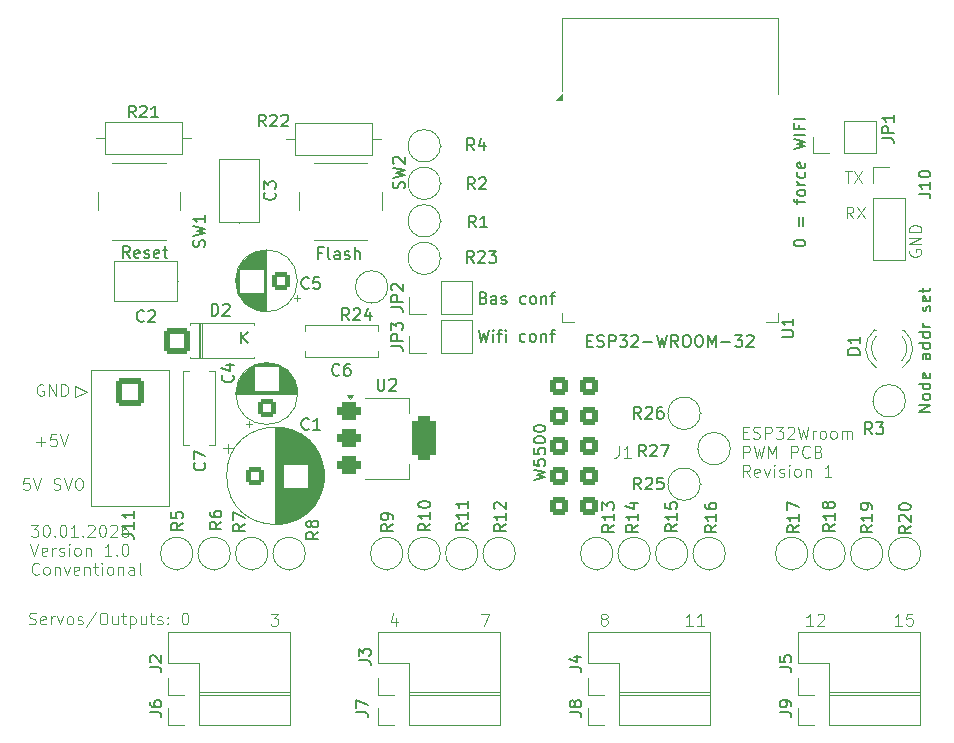
<source format=gto>
G04 #@! TF.GenerationSoftware,KiCad,Pcbnew,9.0.6*
G04 #@! TF.CreationDate,2026-01-30T16:54:02+01:00*
G04 #@! TF.ProjectId,ESP32_PWM_PCB_large,45535033-325f-4505-974d-5f5043425f6c,1.0*
G04 #@! TF.SameCoordinates,Original*
G04 #@! TF.FileFunction,Legend,Top*
G04 #@! TF.FilePolarity,Positive*
%FSLAX46Y46*%
G04 Gerber Fmt 4.6, Leading zero omitted, Abs format (unit mm)*
G04 Created by KiCad (PCBNEW 9.0.6) date 2026-01-30 16:54:02*
%MOMM*%
%LPD*%
G01*
G04 APERTURE LIST*
G04 Aperture macros list*
%AMRoundRect*
0 Rectangle with rounded corners*
0 $1 Rounding radius*
0 $2 $3 $4 $5 $6 $7 $8 $9 X,Y pos of 4 corners*
0 Add a 4 corners polygon primitive as box body*
4,1,4,$2,$3,$4,$5,$6,$7,$8,$9,$2,$3,0*
0 Add four circle primitives for the rounded corners*
1,1,$1+$1,$2,$3*
1,1,$1+$1,$4,$5*
1,1,$1+$1,$6,$7*
1,1,$1+$1,$8,$9*
0 Add four rect primitives between the rounded corners*
20,1,$1+$1,$2,$3,$4,$5,0*
20,1,$1+$1,$4,$5,$6,$7,0*
20,1,$1+$1,$6,$7,$8,$9,0*
20,1,$1+$1,$8,$9,$2,$3,0*%
G04 Aperture macros list end*
%ADD10C,0.100000*%
%ADD11C,0.150000*%
%ADD12C,0.120000*%
%ADD13C,1.600000*%
%ADD14R,1.700000X1.700000*%
%ADD15C,1.700000*%
%ADD16RoundRect,0.236220X-0.513780X-0.513780X0.513780X-0.513780X0.513780X0.513780X-0.513780X0.513780X0*%
%ADD17RoundRect,0.250000X0.550000X-0.550000X0.550000X0.550000X-0.550000X0.550000X-0.550000X-0.550000X0*%
%ADD18C,3.600000*%
%ADD19C,5.600000*%
%ADD20RoundRect,0.250000X-0.550000X-0.550000X0.550000X-0.550000X0.550000X0.550000X-0.550000X0.550000X0*%
%ADD21R,1.500000X0.900000*%
%ADD22R,0.900000X1.500000*%
%ADD23C,0.600000*%
%ADD24R,4.200000X4.200000*%
%ADD25RoundRect,0.250001X-0.949999X0.949999X-0.949999X-0.949999X0.949999X-0.949999X0.949999X0.949999X0*%
%ADD26C,2.400000*%
%ADD27RoundRect,0.375000X-0.625000X-0.375000X0.625000X-0.375000X0.625000X0.375000X-0.625000X0.375000X0*%
%ADD28RoundRect,0.500000X-0.500000X-1.400000X0.500000X-1.400000X0.500000X1.400000X-0.500000X1.400000X0*%
%ADD29C,2.000000*%
%ADD30RoundRect,0.250000X0.550000X0.550000X-0.550000X0.550000X-0.550000X-0.550000X0.550000X-0.550000X0*%
%ADD31RoundRect,0.249999X-0.850001X-0.850001X0.850001X-0.850001X0.850001X0.850001X-0.850001X0.850001X0*%
%ADD32C,2.200000*%
%ADD33R,1.800000X1.800000*%
%ADD34C,1.800000*%
G04 APERTURE END LIST*
D10*
X129908646Y-91152531D02*
X130527693Y-91152531D01*
X130527693Y-91152531D02*
X130194360Y-91533483D01*
X130194360Y-91533483D02*
X130337217Y-91533483D01*
X130337217Y-91533483D02*
X130432455Y-91581102D01*
X130432455Y-91581102D02*
X130480074Y-91628721D01*
X130480074Y-91628721D02*
X130527693Y-91723959D01*
X130527693Y-91723959D02*
X130527693Y-91962054D01*
X130527693Y-91962054D02*
X130480074Y-92057292D01*
X130480074Y-92057292D02*
X130432455Y-92104912D01*
X130432455Y-92104912D02*
X130337217Y-92152531D01*
X130337217Y-92152531D02*
X130051503Y-92152531D01*
X130051503Y-92152531D02*
X129956265Y-92104912D01*
X129956265Y-92104912D02*
X129908646Y-92057292D01*
X131146741Y-91152531D02*
X131241979Y-91152531D01*
X131241979Y-91152531D02*
X131337217Y-91200150D01*
X131337217Y-91200150D02*
X131384836Y-91247769D01*
X131384836Y-91247769D02*
X131432455Y-91343007D01*
X131432455Y-91343007D02*
X131480074Y-91533483D01*
X131480074Y-91533483D02*
X131480074Y-91771578D01*
X131480074Y-91771578D02*
X131432455Y-91962054D01*
X131432455Y-91962054D02*
X131384836Y-92057292D01*
X131384836Y-92057292D02*
X131337217Y-92104912D01*
X131337217Y-92104912D02*
X131241979Y-92152531D01*
X131241979Y-92152531D02*
X131146741Y-92152531D01*
X131146741Y-92152531D02*
X131051503Y-92104912D01*
X131051503Y-92104912D02*
X131003884Y-92057292D01*
X131003884Y-92057292D02*
X130956265Y-91962054D01*
X130956265Y-91962054D02*
X130908646Y-91771578D01*
X130908646Y-91771578D02*
X130908646Y-91533483D01*
X130908646Y-91533483D02*
X130956265Y-91343007D01*
X130956265Y-91343007D02*
X131003884Y-91247769D01*
X131003884Y-91247769D02*
X131051503Y-91200150D01*
X131051503Y-91200150D02*
X131146741Y-91152531D01*
X131908646Y-92057292D02*
X131956265Y-92104912D01*
X131956265Y-92104912D02*
X131908646Y-92152531D01*
X131908646Y-92152531D02*
X131861027Y-92104912D01*
X131861027Y-92104912D02*
X131908646Y-92057292D01*
X131908646Y-92057292D02*
X131908646Y-92152531D01*
X132575312Y-91152531D02*
X132670550Y-91152531D01*
X132670550Y-91152531D02*
X132765788Y-91200150D01*
X132765788Y-91200150D02*
X132813407Y-91247769D01*
X132813407Y-91247769D02*
X132861026Y-91343007D01*
X132861026Y-91343007D02*
X132908645Y-91533483D01*
X132908645Y-91533483D02*
X132908645Y-91771578D01*
X132908645Y-91771578D02*
X132861026Y-91962054D01*
X132861026Y-91962054D02*
X132813407Y-92057292D01*
X132813407Y-92057292D02*
X132765788Y-92104912D01*
X132765788Y-92104912D02*
X132670550Y-92152531D01*
X132670550Y-92152531D02*
X132575312Y-92152531D01*
X132575312Y-92152531D02*
X132480074Y-92104912D01*
X132480074Y-92104912D02*
X132432455Y-92057292D01*
X132432455Y-92057292D02*
X132384836Y-91962054D01*
X132384836Y-91962054D02*
X132337217Y-91771578D01*
X132337217Y-91771578D02*
X132337217Y-91533483D01*
X132337217Y-91533483D02*
X132384836Y-91343007D01*
X132384836Y-91343007D02*
X132432455Y-91247769D01*
X132432455Y-91247769D02*
X132480074Y-91200150D01*
X132480074Y-91200150D02*
X132575312Y-91152531D01*
X133861026Y-92152531D02*
X133289598Y-92152531D01*
X133575312Y-92152531D02*
X133575312Y-91152531D01*
X133575312Y-91152531D02*
X133480074Y-91295388D01*
X133480074Y-91295388D02*
X133384836Y-91390626D01*
X133384836Y-91390626D02*
X133289598Y-91438245D01*
X134289598Y-92057292D02*
X134337217Y-92104912D01*
X134337217Y-92104912D02*
X134289598Y-92152531D01*
X134289598Y-92152531D02*
X134241979Y-92104912D01*
X134241979Y-92104912D02*
X134289598Y-92057292D01*
X134289598Y-92057292D02*
X134289598Y-92152531D01*
X134718169Y-91247769D02*
X134765788Y-91200150D01*
X134765788Y-91200150D02*
X134861026Y-91152531D01*
X134861026Y-91152531D02*
X135099121Y-91152531D01*
X135099121Y-91152531D02*
X135194359Y-91200150D01*
X135194359Y-91200150D02*
X135241978Y-91247769D01*
X135241978Y-91247769D02*
X135289597Y-91343007D01*
X135289597Y-91343007D02*
X135289597Y-91438245D01*
X135289597Y-91438245D02*
X135241978Y-91581102D01*
X135241978Y-91581102D02*
X134670550Y-92152531D01*
X134670550Y-92152531D02*
X135289597Y-92152531D01*
X135908645Y-91152531D02*
X136003883Y-91152531D01*
X136003883Y-91152531D02*
X136099121Y-91200150D01*
X136099121Y-91200150D02*
X136146740Y-91247769D01*
X136146740Y-91247769D02*
X136194359Y-91343007D01*
X136194359Y-91343007D02*
X136241978Y-91533483D01*
X136241978Y-91533483D02*
X136241978Y-91771578D01*
X136241978Y-91771578D02*
X136194359Y-91962054D01*
X136194359Y-91962054D02*
X136146740Y-92057292D01*
X136146740Y-92057292D02*
X136099121Y-92104912D01*
X136099121Y-92104912D02*
X136003883Y-92152531D01*
X136003883Y-92152531D02*
X135908645Y-92152531D01*
X135908645Y-92152531D02*
X135813407Y-92104912D01*
X135813407Y-92104912D02*
X135765788Y-92057292D01*
X135765788Y-92057292D02*
X135718169Y-91962054D01*
X135718169Y-91962054D02*
X135670550Y-91771578D01*
X135670550Y-91771578D02*
X135670550Y-91533483D01*
X135670550Y-91533483D02*
X135718169Y-91343007D01*
X135718169Y-91343007D02*
X135765788Y-91247769D01*
X135765788Y-91247769D02*
X135813407Y-91200150D01*
X135813407Y-91200150D02*
X135908645Y-91152531D01*
X136622931Y-91247769D02*
X136670550Y-91200150D01*
X136670550Y-91200150D02*
X136765788Y-91152531D01*
X136765788Y-91152531D02*
X137003883Y-91152531D01*
X137003883Y-91152531D02*
X137099121Y-91200150D01*
X137099121Y-91200150D02*
X137146740Y-91247769D01*
X137146740Y-91247769D02*
X137194359Y-91343007D01*
X137194359Y-91343007D02*
X137194359Y-91438245D01*
X137194359Y-91438245D02*
X137146740Y-91581102D01*
X137146740Y-91581102D02*
X136575312Y-92152531D01*
X136575312Y-92152531D02*
X137194359Y-92152531D01*
X138051502Y-91152531D02*
X137861026Y-91152531D01*
X137861026Y-91152531D02*
X137765788Y-91200150D01*
X137765788Y-91200150D02*
X137718169Y-91247769D01*
X137718169Y-91247769D02*
X137622931Y-91390626D01*
X137622931Y-91390626D02*
X137575312Y-91581102D01*
X137575312Y-91581102D02*
X137575312Y-91962054D01*
X137575312Y-91962054D02*
X137622931Y-92057292D01*
X137622931Y-92057292D02*
X137670550Y-92104912D01*
X137670550Y-92104912D02*
X137765788Y-92152531D01*
X137765788Y-92152531D02*
X137956264Y-92152531D01*
X137956264Y-92152531D02*
X138051502Y-92104912D01*
X138051502Y-92104912D02*
X138099121Y-92057292D01*
X138099121Y-92057292D02*
X138146740Y-91962054D01*
X138146740Y-91962054D02*
X138146740Y-91723959D01*
X138146740Y-91723959D02*
X138099121Y-91628721D01*
X138099121Y-91628721D02*
X138051502Y-91581102D01*
X138051502Y-91581102D02*
X137956264Y-91533483D01*
X137956264Y-91533483D02*
X137765788Y-91533483D01*
X137765788Y-91533483D02*
X137670550Y-91581102D01*
X137670550Y-91581102D02*
X137622931Y-91628721D01*
X137622931Y-91628721D02*
X137575312Y-91723959D01*
X129861027Y-92762475D02*
X130194360Y-93762475D01*
X130194360Y-93762475D02*
X130527693Y-92762475D01*
X131241979Y-93714856D02*
X131146741Y-93762475D01*
X131146741Y-93762475D02*
X130956265Y-93762475D01*
X130956265Y-93762475D02*
X130861027Y-93714856D01*
X130861027Y-93714856D02*
X130813408Y-93619617D01*
X130813408Y-93619617D02*
X130813408Y-93238665D01*
X130813408Y-93238665D02*
X130861027Y-93143427D01*
X130861027Y-93143427D02*
X130956265Y-93095808D01*
X130956265Y-93095808D02*
X131146741Y-93095808D01*
X131146741Y-93095808D02*
X131241979Y-93143427D01*
X131241979Y-93143427D02*
X131289598Y-93238665D01*
X131289598Y-93238665D02*
X131289598Y-93333903D01*
X131289598Y-93333903D02*
X130813408Y-93429141D01*
X131718170Y-93762475D02*
X131718170Y-93095808D01*
X131718170Y-93286284D02*
X131765789Y-93191046D01*
X131765789Y-93191046D02*
X131813408Y-93143427D01*
X131813408Y-93143427D02*
X131908646Y-93095808D01*
X131908646Y-93095808D02*
X132003884Y-93095808D01*
X132289599Y-93714856D02*
X132384837Y-93762475D01*
X132384837Y-93762475D02*
X132575313Y-93762475D01*
X132575313Y-93762475D02*
X132670551Y-93714856D01*
X132670551Y-93714856D02*
X132718170Y-93619617D01*
X132718170Y-93619617D02*
X132718170Y-93571998D01*
X132718170Y-93571998D02*
X132670551Y-93476760D01*
X132670551Y-93476760D02*
X132575313Y-93429141D01*
X132575313Y-93429141D02*
X132432456Y-93429141D01*
X132432456Y-93429141D02*
X132337218Y-93381522D01*
X132337218Y-93381522D02*
X132289599Y-93286284D01*
X132289599Y-93286284D02*
X132289599Y-93238665D01*
X132289599Y-93238665D02*
X132337218Y-93143427D01*
X132337218Y-93143427D02*
X132432456Y-93095808D01*
X132432456Y-93095808D02*
X132575313Y-93095808D01*
X132575313Y-93095808D02*
X132670551Y-93143427D01*
X133146742Y-93762475D02*
X133146742Y-93095808D01*
X133146742Y-92762475D02*
X133099123Y-92810094D01*
X133099123Y-92810094D02*
X133146742Y-92857713D01*
X133146742Y-92857713D02*
X133194361Y-92810094D01*
X133194361Y-92810094D02*
X133146742Y-92762475D01*
X133146742Y-92762475D02*
X133146742Y-92857713D01*
X133765789Y-93762475D02*
X133670551Y-93714856D01*
X133670551Y-93714856D02*
X133622932Y-93667236D01*
X133622932Y-93667236D02*
X133575313Y-93571998D01*
X133575313Y-93571998D02*
X133575313Y-93286284D01*
X133575313Y-93286284D02*
X133622932Y-93191046D01*
X133622932Y-93191046D02*
X133670551Y-93143427D01*
X133670551Y-93143427D02*
X133765789Y-93095808D01*
X133765789Y-93095808D02*
X133908646Y-93095808D01*
X133908646Y-93095808D02*
X134003884Y-93143427D01*
X134003884Y-93143427D02*
X134051503Y-93191046D01*
X134051503Y-93191046D02*
X134099122Y-93286284D01*
X134099122Y-93286284D02*
X134099122Y-93571998D01*
X134099122Y-93571998D02*
X134051503Y-93667236D01*
X134051503Y-93667236D02*
X134003884Y-93714856D01*
X134003884Y-93714856D02*
X133908646Y-93762475D01*
X133908646Y-93762475D02*
X133765789Y-93762475D01*
X134527694Y-93095808D02*
X134527694Y-93762475D01*
X134527694Y-93191046D02*
X134575313Y-93143427D01*
X134575313Y-93143427D02*
X134670551Y-93095808D01*
X134670551Y-93095808D02*
X134813408Y-93095808D01*
X134813408Y-93095808D02*
X134908646Y-93143427D01*
X134908646Y-93143427D02*
X134956265Y-93238665D01*
X134956265Y-93238665D02*
X134956265Y-93762475D01*
X136718170Y-93762475D02*
X136146742Y-93762475D01*
X136432456Y-93762475D02*
X136432456Y-92762475D01*
X136432456Y-92762475D02*
X136337218Y-92905332D01*
X136337218Y-92905332D02*
X136241980Y-93000570D01*
X136241980Y-93000570D02*
X136146742Y-93048189D01*
X137146742Y-93667236D02*
X137194361Y-93714856D01*
X137194361Y-93714856D02*
X137146742Y-93762475D01*
X137146742Y-93762475D02*
X137099123Y-93714856D01*
X137099123Y-93714856D02*
X137146742Y-93667236D01*
X137146742Y-93667236D02*
X137146742Y-93762475D01*
X137813408Y-92762475D02*
X137908646Y-92762475D01*
X137908646Y-92762475D02*
X138003884Y-92810094D01*
X138003884Y-92810094D02*
X138051503Y-92857713D01*
X138051503Y-92857713D02*
X138099122Y-92952951D01*
X138099122Y-92952951D02*
X138146741Y-93143427D01*
X138146741Y-93143427D02*
X138146741Y-93381522D01*
X138146741Y-93381522D02*
X138099122Y-93571998D01*
X138099122Y-93571998D02*
X138051503Y-93667236D01*
X138051503Y-93667236D02*
X138003884Y-93714856D01*
X138003884Y-93714856D02*
X137908646Y-93762475D01*
X137908646Y-93762475D02*
X137813408Y-93762475D01*
X137813408Y-93762475D02*
X137718170Y-93714856D01*
X137718170Y-93714856D02*
X137670551Y-93667236D01*
X137670551Y-93667236D02*
X137622932Y-93571998D01*
X137622932Y-93571998D02*
X137575313Y-93381522D01*
X137575313Y-93381522D02*
X137575313Y-93143427D01*
X137575313Y-93143427D02*
X137622932Y-92952951D01*
X137622932Y-92952951D02*
X137670551Y-92857713D01*
X137670551Y-92857713D02*
X137718170Y-92810094D01*
X137718170Y-92810094D02*
X137813408Y-92762475D01*
X130575312Y-95277180D02*
X130527693Y-95324800D01*
X130527693Y-95324800D02*
X130384836Y-95372419D01*
X130384836Y-95372419D02*
X130289598Y-95372419D01*
X130289598Y-95372419D02*
X130146741Y-95324800D01*
X130146741Y-95324800D02*
X130051503Y-95229561D01*
X130051503Y-95229561D02*
X130003884Y-95134323D01*
X130003884Y-95134323D02*
X129956265Y-94943847D01*
X129956265Y-94943847D02*
X129956265Y-94800990D01*
X129956265Y-94800990D02*
X130003884Y-94610514D01*
X130003884Y-94610514D02*
X130051503Y-94515276D01*
X130051503Y-94515276D02*
X130146741Y-94420038D01*
X130146741Y-94420038D02*
X130289598Y-94372419D01*
X130289598Y-94372419D02*
X130384836Y-94372419D01*
X130384836Y-94372419D02*
X130527693Y-94420038D01*
X130527693Y-94420038D02*
X130575312Y-94467657D01*
X131146741Y-95372419D02*
X131051503Y-95324800D01*
X131051503Y-95324800D02*
X131003884Y-95277180D01*
X131003884Y-95277180D02*
X130956265Y-95181942D01*
X130956265Y-95181942D02*
X130956265Y-94896228D01*
X130956265Y-94896228D02*
X131003884Y-94800990D01*
X131003884Y-94800990D02*
X131051503Y-94753371D01*
X131051503Y-94753371D02*
X131146741Y-94705752D01*
X131146741Y-94705752D02*
X131289598Y-94705752D01*
X131289598Y-94705752D02*
X131384836Y-94753371D01*
X131384836Y-94753371D02*
X131432455Y-94800990D01*
X131432455Y-94800990D02*
X131480074Y-94896228D01*
X131480074Y-94896228D02*
X131480074Y-95181942D01*
X131480074Y-95181942D02*
X131432455Y-95277180D01*
X131432455Y-95277180D02*
X131384836Y-95324800D01*
X131384836Y-95324800D02*
X131289598Y-95372419D01*
X131289598Y-95372419D02*
X131146741Y-95372419D01*
X131908646Y-94705752D02*
X131908646Y-95372419D01*
X131908646Y-94800990D02*
X131956265Y-94753371D01*
X131956265Y-94753371D02*
X132051503Y-94705752D01*
X132051503Y-94705752D02*
X132194360Y-94705752D01*
X132194360Y-94705752D02*
X132289598Y-94753371D01*
X132289598Y-94753371D02*
X132337217Y-94848609D01*
X132337217Y-94848609D02*
X132337217Y-95372419D01*
X132718170Y-94705752D02*
X132956265Y-95372419D01*
X132956265Y-95372419D02*
X133194360Y-94705752D01*
X133956265Y-95324800D02*
X133861027Y-95372419D01*
X133861027Y-95372419D02*
X133670551Y-95372419D01*
X133670551Y-95372419D02*
X133575313Y-95324800D01*
X133575313Y-95324800D02*
X133527694Y-95229561D01*
X133527694Y-95229561D02*
X133527694Y-94848609D01*
X133527694Y-94848609D02*
X133575313Y-94753371D01*
X133575313Y-94753371D02*
X133670551Y-94705752D01*
X133670551Y-94705752D02*
X133861027Y-94705752D01*
X133861027Y-94705752D02*
X133956265Y-94753371D01*
X133956265Y-94753371D02*
X134003884Y-94848609D01*
X134003884Y-94848609D02*
X134003884Y-94943847D01*
X134003884Y-94943847D02*
X133527694Y-95039085D01*
X134432456Y-94705752D02*
X134432456Y-95372419D01*
X134432456Y-94800990D02*
X134480075Y-94753371D01*
X134480075Y-94753371D02*
X134575313Y-94705752D01*
X134575313Y-94705752D02*
X134718170Y-94705752D01*
X134718170Y-94705752D02*
X134813408Y-94753371D01*
X134813408Y-94753371D02*
X134861027Y-94848609D01*
X134861027Y-94848609D02*
X134861027Y-95372419D01*
X135194361Y-94705752D02*
X135575313Y-94705752D01*
X135337218Y-94372419D02*
X135337218Y-95229561D01*
X135337218Y-95229561D02*
X135384837Y-95324800D01*
X135384837Y-95324800D02*
X135480075Y-95372419D01*
X135480075Y-95372419D02*
X135575313Y-95372419D01*
X135908647Y-95372419D02*
X135908647Y-94705752D01*
X135908647Y-94372419D02*
X135861028Y-94420038D01*
X135861028Y-94420038D02*
X135908647Y-94467657D01*
X135908647Y-94467657D02*
X135956266Y-94420038D01*
X135956266Y-94420038D02*
X135908647Y-94372419D01*
X135908647Y-94372419D02*
X135908647Y-94467657D01*
X136527694Y-95372419D02*
X136432456Y-95324800D01*
X136432456Y-95324800D02*
X136384837Y-95277180D01*
X136384837Y-95277180D02*
X136337218Y-95181942D01*
X136337218Y-95181942D02*
X136337218Y-94896228D01*
X136337218Y-94896228D02*
X136384837Y-94800990D01*
X136384837Y-94800990D02*
X136432456Y-94753371D01*
X136432456Y-94753371D02*
X136527694Y-94705752D01*
X136527694Y-94705752D02*
X136670551Y-94705752D01*
X136670551Y-94705752D02*
X136765789Y-94753371D01*
X136765789Y-94753371D02*
X136813408Y-94800990D01*
X136813408Y-94800990D02*
X136861027Y-94896228D01*
X136861027Y-94896228D02*
X136861027Y-95181942D01*
X136861027Y-95181942D02*
X136813408Y-95277180D01*
X136813408Y-95277180D02*
X136765789Y-95324800D01*
X136765789Y-95324800D02*
X136670551Y-95372419D01*
X136670551Y-95372419D02*
X136527694Y-95372419D01*
X137289599Y-94705752D02*
X137289599Y-95372419D01*
X137289599Y-94800990D02*
X137337218Y-94753371D01*
X137337218Y-94753371D02*
X137432456Y-94705752D01*
X137432456Y-94705752D02*
X137575313Y-94705752D01*
X137575313Y-94705752D02*
X137670551Y-94753371D01*
X137670551Y-94753371D02*
X137718170Y-94848609D01*
X137718170Y-94848609D02*
X137718170Y-95372419D01*
X138622932Y-95372419D02*
X138622932Y-94848609D01*
X138622932Y-94848609D02*
X138575313Y-94753371D01*
X138575313Y-94753371D02*
X138480075Y-94705752D01*
X138480075Y-94705752D02*
X138289599Y-94705752D01*
X138289599Y-94705752D02*
X138194361Y-94753371D01*
X138622932Y-95324800D02*
X138527694Y-95372419D01*
X138527694Y-95372419D02*
X138289599Y-95372419D01*
X138289599Y-95372419D02*
X138194361Y-95324800D01*
X138194361Y-95324800D02*
X138146742Y-95229561D01*
X138146742Y-95229561D02*
X138146742Y-95134323D01*
X138146742Y-95134323D02*
X138194361Y-95039085D01*
X138194361Y-95039085D02*
X138289599Y-94991466D01*
X138289599Y-94991466D02*
X138527694Y-94991466D01*
X138527694Y-94991466D02*
X138622932Y-94943847D01*
X139241980Y-95372419D02*
X139146742Y-95324800D01*
X139146742Y-95324800D02*
X139099123Y-95229561D01*
X139099123Y-95229561D02*
X139099123Y-94372419D01*
X129780074Y-87188219D02*
X129303884Y-87188219D01*
X129303884Y-87188219D02*
X129256265Y-87664409D01*
X129256265Y-87664409D02*
X129303884Y-87616790D01*
X129303884Y-87616790D02*
X129399122Y-87569171D01*
X129399122Y-87569171D02*
X129637217Y-87569171D01*
X129637217Y-87569171D02*
X129732455Y-87616790D01*
X129732455Y-87616790D02*
X129780074Y-87664409D01*
X129780074Y-87664409D02*
X129827693Y-87759647D01*
X129827693Y-87759647D02*
X129827693Y-87997742D01*
X129827693Y-87997742D02*
X129780074Y-88092980D01*
X129780074Y-88092980D02*
X129732455Y-88140600D01*
X129732455Y-88140600D02*
X129637217Y-88188219D01*
X129637217Y-88188219D02*
X129399122Y-88188219D01*
X129399122Y-88188219D02*
X129303884Y-88140600D01*
X129303884Y-88140600D02*
X129256265Y-88092980D01*
X130113408Y-87188219D02*
X130446741Y-88188219D01*
X130446741Y-88188219D02*
X130780074Y-87188219D01*
X131827694Y-88140600D02*
X131970551Y-88188219D01*
X131970551Y-88188219D02*
X132208646Y-88188219D01*
X132208646Y-88188219D02*
X132303884Y-88140600D01*
X132303884Y-88140600D02*
X132351503Y-88092980D01*
X132351503Y-88092980D02*
X132399122Y-87997742D01*
X132399122Y-87997742D02*
X132399122Y-87902504D01*
X132399122Y-87902504D02*
X132351503Y-87807266D01*
X132351503Y-87807266D02*
X132303884Y-87759647D01*
X132303884Y-87759647D02*
X132208646Y-87712028D01*
X132208646Y-87712028D02*
X132018170Y-87664409D01*
X132018170Y-87664409D02*
X131922932Y-87616790D01*
X131922932Y-87616790D02*
X131875313Y-87569171D01*
X131875313Y-87569171D02*
X131827694Y-87473933D01*
X131827694Y-87473933D02*
X131827694Y-87378695D01*
X131827694Y-87378695D02*
X131875313Y-87283457D01*
X131875313Y-87283457D02*
X131922932Y-87235838D01*
X131922932Y-87235838D02*
X132018170Y-87188219D01*
X132018170Y-87188219D02*
X132256265Y-87188219D01*
X132256265Y-87188219D02*
X132399122Y-87235838D01*
X132684837Y-87188219D02*
X133018170Y-88188219D01*
X133018170Y-88188219D02*
X133351503Y-87188219D01*
X133875313Y-87188219D02*
X134065789Y-87188219D01*
X134065789Y-87188219D02*
X134161027Y-87235838D01*
X134161027Y-87235838D02*
X134256265Y-87331076D01*
X134256265Y-87331076D02*
X134303884Y-87521552D01*
X134303884Y-87521552D02*
X134303884Y-87854885D01*
X134303884Y-87854885D02*
X134256265Y-88045361D01*
X134256265Y-88045361D02*
X134161027Y-88140600D01*
X134161027Y-88140600D02*
X134065789Y-88188219D01*
X134065789Y-88188219D02*
X133875313Y-88188219D01*
X133875313Y-88188219D02*
X133780075Y-88140600D01*
X133780075Y-88140600D02*
X133684837Y-88045361D01*
X133684837Y-88045361D02*
X133637218Y-87854885D01*
X133637218Y-87854885D02*
X133637218Y-87521552D01*
X133637218Y-87521552D02*
X133684837Y-87331076D01*
X133684837Y-87331076D02*
X133780075Y-87235838D01*
X133780075Y-87235838D02*
X133875313Y-87188219D01*
X129756265Y-99524800D02*
X129899122Y-99572419D01*
X129899122Y-99572419D02*
X130137217Y-99572419D01*
X130137217Y-99572419D02*
X130232455Y-99524800D01*
X130232455Y-99524800D02*
X130280074Y-99477180D01*
X130280074Y-99477180D02*
X130327693Y-99381942D01*
X130327693Y-99381942D02*
X130327693Y-99286704D01*
X130327693Y-99286704D02*
X130280074Y-99191466D01*
X130280074Y-99191466D02*
X130232455Y-99143847D01*
X130232455Y-99143847D02*
X130137217Y-99096228D01*
X130137217Y-99096228D02*
X129946741Y-99048609D01*
X129946741Y-99048609D02*
X129851503Y-99000990D01*
X129851503Y-99000990D02*
X129803884Y-98953371D01*
X129803884Y-98953371D02*
X129756265Y-98858133D01*
X129756265Y-98858133D02*
X129756265Y-98762895D01*
X129756265Y-98762895D02*
X129803884Y-98667657D01*
X129803884Y-98667657D02*
X129851503Y-98620038D01*
X129851503Y-98620038D02*
X129946741Y-98572419D01*
X129946741Y-98572419D02*
X130184836Y-98572419D01*
X130184836Y-98572419D02*
X130327693Y-98620038D01*
X131137217Y-99524800D02*
X131041979Y-99572419D01*
X131041979Y-99572419D02*
X130851503Y-99572419D01*
X130851503Y-99572419D02*
X130756265Y-99524800D01*
X130756265Y-99524800D02*
X130708646Y-99429561D01*
X130708646Y-99429561D02*
X130708646Y-99048609D01*
X130708646Y-99048609D02*
X130756265Y-98953371D01*
X130756265Y-98953371D02*
X130851503Y-98905752D01*
X130851503Y-98905752D02*
X131041979Y-98905752D01*
X131041979Y-98905752D02*
X131137217Y-98953371D01*
X131137217Y-98953371D02*
X131184836Y-99048609D01*
X131184836Y-99048609D02*
X131184836Y-99143847D01*
X131184836Y-99143847D02*
X130708646Y-99239085D01*
X131613408Y-99572419D02*
X131613408Y-98905752D01*
X131613408Y-99096228D02*
X131661027Y-99000990D01*
X131661027Y-99000990D02*
X131708646Y-98953371D01*
X131708646Y-98953371D02*
X131803884Y-98905752D01*
X131803884Y-98905752D02*
X131899122Y-98905752D01*
X132137218Y-98905752D02*
X132375313Y-99572419D01*
X132375313Y-99572419D02*
X132613408Y-98905752D01*
X133137218Y-99572419D02*
X133041980Y-99524800D01*
X133041980Y-99524800D02*
X132994361Y-99477180D01*
X132994361Y-99477180D02*
X132946742Y-99381942D01*
X132946742Y-99381942D02*
X132946742Y-99096228D01*
X132946742Y-99096228D02*
X132994361Y-99000990D01*
X132994361Y-99000990D02*
X133041980Y-98953371D01*
X133041980Y-98953371D02*
X133137218Y-98905752D01*
X133137218Y-98905752D02*
X133280075Y-98905752D01*
X133280075Y-98905752D02*
X133375313Y-98953371D01*
X133375313Y-98953371D02*
X133422932Y-99000990D01*
X133422932Y-99000990D02*
X133470551Y-99096228D01*
X133470551Y-99096228D02*
X133470551Y-99381942D01*
X133470551Y-99381942D02*
X133422932Y-99477180D01*
X133422932Y-99477180D02*
X133375313Y-99524800D01*
X133375313Y-99524800D02*
X133280075Y-99572419D01*
X133280075Y-99572419D02*
X133137218Y-99572419D01*
X133851504Y-99524800D02*
X133946742Y-99572419D01*
X133946742Y-99572419D02*
X134137218Y-99572419D01*
X134137218Y-99572419D02*
X134232456Y-99524800D01*
X134232456Y-99524800D02*
X134280075Y-99429561D01*
X134280075Y-99429561D02*
X134280075Y-99381942D01*
X134280075Y-99381942D02*
X134232456Y-99286704D01*
X134232456Y-99286704D02*
X134137218Y-99239085D01*
X134137218Y-99239085D02*
X133994361Y-99239085D01*
X133994361Y-99239085D02*
X133899123Y-99191466D01*
X133899123Y-99191466D02*
X133851504Y-99096228D01*
X133851504Y-99096228D02*
X133851504Y-99048609D01*
X133851504Y-99048609D02*
X133899123Y-98953371D01*
X133899123Y-98953371D02*
X133994361Y-98905752D01*
X133994361Y-98905752D02*
X134137218Y-98905752D01*
X134137218Y-98905752D02*
X134232456Y-98953371D01*
X135422932Y-98524800D02*
X134565790Y-99810514D01*
X135946742Y-98572419D02*
X136137218Y-98572419D01*
X136137218Y-98572419D02*
X136232456Y-98620038D01*
X136232456Y-98620038D02*
X136327694Y-98715276D01*
X136327694Y-98715276D02*
X136375313Y-98905752D01*
X136375313Y-98905752D02*
X136375313Y-99239085D01*
X136375313Y-99239085D02*
X136327694Y-99429561D01*
X136327694Y-99429561D02*
X136232456Y-99524800D01*
X136232456Y-99524800D02*
X136137218Y-99572419D01*
X136137218Y-99572419D02*
X135946742Y-99572419D01*
X135946742Y-99572419D02*
X135851504Y-99524800D01*
X135851504Y-99524800D02*
X135756266Y-99429561D01*
X135756266Y-99429561D02*
X135708647Y-99239085D01*
X135708647Y-99239085D02*
X135708647Y-98905752D01*
X135708647Y-98905752D02*
X135756266Y-98715276D01*
X135756266Y-98715276D02*
X135851504Y-98620038D01*
X135851504Y-98620038D02*
X135946742Y-98572419D01*
X137232456Y-98905752D02*
X137232456Y-99572419D01*
X136803885Y-98905752D02*
X136803885Y-99429561D01*
X136803885Y-99429561D02*
X136851504Y-99524800D01*
X136851504Y-99524800D02*
X136946742Y-99572419D01*
X136946742Y-99572419D02*
X137089599Y-99572419D01*
X137089599Y-99572419D02*
X137184837Y-99524800D01*
X137184837Y-99524800D02*
X137232456Y-99477180D01*
X137565790Y-98905752D02*
X137946742Y-98905752D01*
X137708647Y-98572419D02*
X137708647Y-99429561D01*
X137708647Y-99429561D02*
X137756266Y-99524800D01*
X137756266Y-99524800D02*
X137851504Y-99572419D01*
X137851504Y-99572419D02*
X137946742Y-99572419D01*
X138280076Y-98905752D02*
X138280076Y-99905752D01*
X138280076Y-98953371D02*
X138375314Y-98905752D01*
X138375314Y-98905752D02*
X138565790Y-98905752D01*
X138565790Y-98905752D02*
X138661028Y-98953371D01*
X138661028Y-98953371D02*
X138708647Y-99000990D01*
X138708647Y-99000990D02*
X138756266Y-99096228D01*
X138756266Y-99096228D02*
X138756266Y-99381942D01*
X138756266Y-99381942D02*
X138708647Y-99477180D01*
X138708647Y-99477180D02*
X138661028Y-99524800D01*
X138661028Y-99524800D02*
X138565790Y-99572419D01*
X138565790Y-99572419D02*
X138375314Y-99572419D01*
X138375314Y-99572419D02*
X138280076Y-99524800D01*
X139613409Y-98905752D02*
X139613409Y-99572419D01*
X139184838Y-98905752D02*
X139184838Y-99429561D01*
X139184838Y-99429561D02*
X139232457Y-99524800D01*
X139232457Y-99524800D02*
X139327695Y-99572419D01*
X139327695Y-99572419D02*
X139470552Y-99572419D01*
X139470552Y-99572419D02*
X139565790Y-99524800D01*
X139565790Y-99524800D02*
X139613409Y-99477180D01*
X139946743Y-98905752D02*
X140327695Y-98905752D01*
X140089600Y-98572419D02*
X140089600Y-99429561D01*
X140089600Y-99429561D02*
X140137219Y-99524800D01*
X140137219Y-99524800D02*
X140232457Y-99572419D01*
X140232457Y-99572419D02*
X140327695Y-99572419D01*
X140613410Y-99524800D02*
X140708648Y-99572419D01*
X140708648Y-99572419D02*
X140899124Y-99572419D01*
X140899124Y-99572419D02*
X140994362Y-99524800D01*
X140994362Y-99524800D02*
X141041981Y-99429561D01*
X141041981Y-99429561D02*
X141041981Y-99381942D01*
X141041981Y-99381942D02*
X140994362Y-99286704D01*
X140994362Y-99286704D02*
X140899124Y-99239085D01*
X140899124Y-99239085D02*
X140756267Y-99239085D01*
X140756267Y-99239085D02*
X140661029Y-99191466D01*
X140661029Y-99191466D02*
X140613410Y-99096228D01*
X140613410Y-99096228D02*
X140613410Y-99048609D01*
X140613410Y-99048609D02*
X140661029Y-98953371D01*
X140661029Y-98953371D02*
X140756267Y-98905752D01*
X140756267Y-98905752D02*
X140899124Y-98905752D01*
X140899124Y-98905752D02*
X140994362Y-98953371D01*
X141470553Y-99477180D02*
X141518172Y-99524800D01*
X141518172Y-99524800D02*
X141470553Y-99572419D01*
X141470553Y-99572419D02*
X141422934Y-99524800D01*
X141422934Y-99524800D02*
X141470553Y-99477180D01*
X141470553Y-99477180D02*
X141470553Y-99572419D01*
X141470553Y-98953371D02*
X141518172Y-99000990D01*
X141518172Y-99000990D02*
X141470553Y-99048609D01*
X141470553Y-99048609D02*
X141422934Y-99000990D01*
X141422934Y-99000990D02*
X141470553Y-98953371D01*
X141470553Y-98953371D02*
X141470553Y-99048609D01*
X142899124Y-98572419D02*
X142994362Y-98572419D01*
X142994362Y-98572419D02*
X143089600Y-98620038D01*
X143089600Y-98620038D02*
X143137219Y-98667657D01*
X143137219Y-98667657D02*
X143184838Y-98762895D01*
X143184838Y-98762895D02*
X143232457Y-98953371D01*
X143232457Y-98953371D02*
X143232457Y-99191466D01*
X143232457Y-99191466D02*
X143184838Y-99381942D01*
X143184838Y-99381942D02*
X143137219Y-99477180D01*
X143137219Y-99477180D02*
X143089600Y-99524800D01*
X143089600Y-99524800D02*
X142994362Y-99572419D01*
X142994362Y-99572419D02*
X142899124Y-99572419D01*
X142899124Y-99572419D02*
X142803886Y-99524800D01*
X142803886Y-99524800D02*
X142756267Y-99477180D01*
X142756267Y-99477180D02*
X142708648Y-99381942D01*
X142708648Y-99381942D02*
X142661029Y-99191466D01*
X142661029Y-99191466D02*
X142661029Y-98953371D01*
X142661029Y-98953371D02*
X142708648Y-98762895D01*
X142708648Y-98762895D02*
X142756267Y-98667657D01*
X142756267Y-98667657D02*
X142803886Y-98620038D01*
X142803886Y-98620038D02*
X142899124Y-98572419D01*
X178346741Y-99100990D02*
X178251503Y-99053371D01*
X178251503Y-99053371D02*
X178203884Y-99005752D01*
X178203884Y-99005752D02*
X178156265Y-98910514D01*
X178156265Y-98910514D02*
X178156265Y-98862895D01*
X178156265Y-98862895D02*
X178203884Y-98767657D01*
X178203884Y-98767657D02*
X178251503Y-98720038D01*
X178251503Y-98720038D02*
X178346741Y-98672419D01*
X178346741Y-98672419D02*
X178537217Y-98672419D01*
X178537217Y-98672419D02*
X178632455Y-98720038D01*
X178632455Y-98720038D02*
X178680074Y-98767657D01*
X178680074Y-98767657D02*
X178727693Y-98862895D01*
X178727693Y-98862895D02*
X178727693Y-98910514D01*
X178727693Y-98910514D02*
X178680074Y-99005752D01*
X178680074Y-99005752D02*
X178632455Y-99053371D01*
X178632455Y-99053371D02*
X178537217Y-99100990D01*
X178537217Y-99100990D02*
X178346741Y-99100990D01*
X178346741Y-99100990D02*
X178251503Y-99148609D01*
X178251503Y-99148609D02*
X178203884Y-99196228D01*
X178203884Y-99196228D02*
X178156265Y-99291466D01*
X178156265Y-99291466D02*
X178156265Y-99481942D01*
X178156265Y-99481942D02*
X178203884Y-99577180D01*
X178203884Y-99577180D02*
X178251503Y-99624800D01*
X178251503Y-99624800D02*
X178346741Y-99672419D01*
X178346741Y-99672419D02*
X178537217Y-99672419D01*
X178537217Y-99672419D02*
X178632455Y-99624800D01*
X178632455Y-99624800D02*
X178680074Y-99577180D01*
X178680074Y-99577180D02*
X178727693Y-99481942D01*
X178727693Y-99481942D02*
X178727693Y-99291466D01*
X178727693Y-99291466D02*
X178680074Y-99196228D01*
X178680074Y-99196228D02*
X178632455Y-99148609D01*
X178632455Y-99148609D02*
X178537217Y-99100990D01*
X185927693Y-99672419D02*
X185356265Y-99672419D01*
X185641979Y-99672419D02*
X185641979Y-98672419D01*
X185641979Y-98672419D02*
X185546741Y-98815276D01*
X185546741Y-98815276D02*
X185451503Y-98910514D01*
X185451503Y-98910514D02*
X185356265Y-98958133D01*
X186880074Y-99672419D02*
X186308646Y-99672419D01*
X186594360Y-99672419D02*
X186594360Y-98672419D01*
X186594360Y-98672419D02*
X186499122Y-98815276D01*
X186499122Y-98815276D02*
X186403884Y-98910514D01*
X186403884Y-98910514D02*
X186308646Y-98958133D01*
X198814427Y-61178619D02*
X199385855Y-61178619D01*
X199100141Y-62178619D02*
X199100141Y-61178619D01*
X199623951Y-61178619D02*
X200290617Y-62178619D01*
X200290617Y-61178619D02*
X199623951Y-62178619D01*
X204320038Y-67872306D02*
X204272419Y-67967544D01*
X204272419Y-67967544D02*
X204272419Y-68110401D01*
X204272419Y-68110401D02*
X204320038Y-68253258D01*
X204320038Y-68253258D02*
X204415276Y-68348496D01*
X204415276Y-68348496D02*
X204510514Y-68396115D01*
X204510514Y-68396115D02*
X204700990Y-68443734D01*
X204700990Y-68443734D02*
X204843847Y-68443734D01*
X204843847Y-68443734D02*
X205034323Y-68396115D01*
X205034323Y-68396115D02*
X205129561Y-68348496D01*
X205129561Y-68348496D02*
X205224800Y-68253258D01*
X205224800Y-68253258D02*
X205272419Y-68110401D01*
X205272419Y-68110401D02*
X205272419Y-68015163D01*
X205272419Y-68015163D02*
X205224800Y-67872306D01*
X205224800Y-67872306D02*
X205177180Y-67824687D01*
X205177180Y-67824687D02*
X204843847Y-67824687D01*
X204843847Y-67824687D02*
X204843847Y-68015163D01*
X205272419Y-67396115D02*
X204272419Y-67396115D01*
X204272419Y-67396115D02*
X205272419Y-66824687D01*
X205272419Y-66824687D02*
X204272419Y-66824687D01*
X205272419Y-66348496D02*
X204272419Y-66348496D01*
X204272419Y-66348496D02*
X204272419Y-66110401D01*
X204272419Y-66110401D02*
X204320038Y-65967544D01*
X204320038Y-65967544D02*
X204415276Y-65872306D01*
X204415276Y-65872306D02*
X204510514Y-65824687D01*
X204510514Y-65824687D02*
X204700990Y-65777068D01*
X204700990Y-65777068D02*
X204843847Y-65777068D01*
X204843847Y-65777068D02*
X205034323Y-65824687D01*
X205034323Y-65824687D02*
X205129561Y-65872306D01*
X205129561Y-65872306D02*
X205224800Y-65967544D01*
X205224800Y-65967544D02*
X205272419Y-66110401D01*
X205272419Y-66110401D02*
X205272419Y-66348496D01*
X160832455Y-99005752D02*
X160832455Y-99672419D01*
X160594360Y-98624800D02*
X160356265Y-99339085D01*
X160356265Y-99339085D02*
X160975312Y-99339085D01*
X196127693Y-99672419D02*
X195556265Y-99672419D01*
X195841979Y-99672419D02*
X195841979Y-98672419D01*
X195841979Y-98672419D02*
X195746741Y-98815276D01*
X195746741Y-98815276D02*
X195651503Y-98910514D01*
X195651503Y-98910514D02*
X195556265Y-98958133D01*
X196508646Y-98767657D02*
X196556265Y-98720038D01*
X196556265Y-98720038D02*
X196651503Y-98672419D01*
X196651503Y-98672419D02*
X196889598Y-98672419D01*
X196889598Y-98672419D02*
X196984836Y-98720038D01*
X196984836Y-98720038D02*
X197032455Y-98767657D01*
X197032455Y-98767657D02*
X197080074Y-98862895D01*
X197080074Y-98862895D02*
X197080074Y-98958133D01*
X197080074Y-98958133D02*
X197032455Y-99100990D01*
X197032455Y-99100990D02*
X196461027Y-99672419D01*
X196461027Y-99672419D02*
X197080074Y-99672419D01*
X150208646Y-98672419D02*
X150827693Y-98672419D01*
X150827693Y-98672419D02*
X150494360Y-99053371D01*
X150494360Y-99053371D02*
X150637217Y-99053371D01*
X150637217Y-99053371D02*
X150732455Y-99100990D01*
X150732455Y-99100990D02*
X150780074Y-99148609D01*
X150780074Y-99148609D02*
X150827693Y-99243847D01*
X150827693Y-99243847D02*
X150827693Y-99481942D01*
X150827693Y-99481942D02*
X150780074Y-99577180D01*
X150780074Y-99577180D02*
X150732455Y-99624800D01*
X150732455Y-99624800D02*
X150637217Y-99672419D01*
X150637217Y-99672419D02*
X150351503Y-99672419D01*
X150351503Y-99672419D02*
X150256265Y-99624800D01*
X150256265Y-99624800D02*
X150208646Y-99577180D01*
X199528712Y-65201219D02*
X199195379Y-64725028D01*
X198957284Y-65201219D02*
X198957284Y-64201219D01*
X198957284Y-64201219D02*
X199338236Y-64201219D01*
X199338236Y-64201219D02*
X199433474Y-64248838D01*
X199433474Y-64248838D02*
X199481093Y-64296457D01*
X199481093Y-64296457D02*
X199528712Y-64391695D01*
X199528712Y-64391695D02*
X199528712Y-64534552D01*
X199528712Y-64534552D02*
X199481093Y-64629790D01*
X199481093Y-64629790D02*
X199433474Y-64677409D01*
X199433474Y-64677409D02*
X199338236Y-64725028D01*
X199338236Y-64725028D02*
X198957284Y-64725028D01*
X199862046Y-64201219D02*
X200528712Y-65201219D01*
X200528712Y-64201219D02*
X199862046Y-65201219D01*
X130951893Y-79280038D02*
X130856655Y-79232419D01*
X130856655Y-79232419D02*
X130713798Y-79232419D01*
X130713798Y-79232419D02*
X130570941Y-79280038D01*
X130570941Y-79280038D02*
X130475703Y-79375276D01*
X130475703Y-79375276D02*
X130428084Y-79470514D01*
X130428084Y-79470514D02*
X130380465Y-79660990D01*
X130380465Y-79660990D02*
X130380465Y-79803847D01*
X130380465Y-79803847D02*
X130428084Y-79994323D01*
X130428084Y-79994323D02*
X130475703Y-80089561D01*
X130475703Y-80089561D02*
X130570941Y-80184800D01*
X130570941Y-80184800D02*
X130713798Y-80232419D01*
X130713798Y-80232419D02*
X130809036Y-80232419D01*
X130809036Y-80232419D02*
X130951893Y-80184800D01*
X130951893Y-80184800D02*
X130999512Y-80137180D01*
X130999512Y-80137180D02*
X130999512Y-79803847D01*
X130999512Y-79803847D02*
X130809036Y-79803847D01*
X131428084Y-80232419D02*
X131428084Y-79232419D01*
X131428084Y-79232419D02*
X131999512Y-80232419D01*
X131999512Y-80232419D02*
X131999512Y-79232419D01*
X132475703Y-80232419D02*
X132475703Y-79232419D01*
X132475703Y-79232419D02*
X132713798Y-79232419D01*
X132713798Y-79232419D02*
X132856655Y-79280038D01*
X132856655Y-79280038D02*
X132951893Y-79375276D01*
X132951893Y-79375276D02*
X132999512Y-79470514D01*
X132999512Y-79470514D02*
X133047131Y-79660990D01*
X133047131Y-79660990D02*
X133047131Y-79803847D01*
X133047131Y-79803847D02*
X132999512Y-79994323D01*
X132999512Y-79994323D02*
X132951893Y-80089561D01*
X132951893Y-80089561D02*
X132856655Y-80184800D01*
X132856655Y-80184800D02*
X132713798Y-80232419D01*
X132713798Y-80232419D02*
X132475703Y-80232419D01*
X168008646Y-98672419D02*
X168675312Y-98672419D01*
X168675312Y-98672419D02*
X168246741Y-99672419D01*
X130351884Y-84098866D02*
X131113789Y-84098866D01*
X130732836Y-84479819D02*
X130732836Y-83717914D01*
X132066169Y-83479819D02*
X131589979Y-83479819D01*
X131589979Y-83479819D02*
X131542360Y-83956009D01*
X131542360Y-83956009D02*
X131589979Y-83908390D01*
X131589979Y-83908390D02*
X131685217Y-83860771D01*
X131685217Y-83860771D02*
X131923312Y-83860771D01*
X131923312Y-83860771D02*
X132018550Y-83908390D01*
X132018550Y-83908390D02*
X132066169Y-83956009D01*
X132066169Y-83956009D02*
X132113788Y-84051247D01*
X132113788Y-84051247D02*
X132113788Y-84289342D01*
X132113788Y-84289342D02*
X132066169Y-84384580D01*
X132066169Y-84384580D02*
X132018550Y-84432200D01*
X132018550Y-84432200D02*
X131923312Y-84479819D01*
X131923312Y-84479819D02*
X131685217Y-84479819D01*
X131685217Y-84479819D02*
X131589979Y-84432200D01*
X131589979Y-84432200D02*
X131542360Y-84384580D01*
X132399503Y-83479819D02*
X132732836Y-84479819D01*
X132732836Y-84479819D02*
X133066169Y-83479819D01*
X190203884Y-83328721D02*
X190537217Y-83328721D01*
X190680074Y-83852531D02*
X190203884Y-83852531D01*
X190203884Y-83852531D02*
X190203884Y-82852531D01*
X190203884Y-82852531D02*
X190680074Y-82852531D01*
X191061027Y-83804912D02*
X191203884Y-83852531D01*
X191203884Y-83852531D02*
X191441979Y-83852531D01*
X191441979Y-83852531D02*
X191537217Y-83804912D01*
X191537217Y-83804912D02*
X191584836Y-83757292D01*
X191584836Y-83757292D02*
X191632455Y-83662054D01*
X191632455Y-83662054D02*
X191632455Y-83566816D01*
X191632455Y-83566816D02*
X191584836Y-83471578D01*
X191584836Y-83471578D02*
X191537217Y-83423959D01*
X191537217Y-83423959D02*
X191441979Y-83376340D01*
X191441979Y-83376340D02*
X191251503Y-83328721D01*
X191251503Y-83328721D02*
X191156265Y-83281102D01*
X191156265Y-83281102D02*
X191108646Y-83233483D01*
X191108646Y-83233483D02*
X191061027Y-83138245D01*
X191061027Y-83138245D02*
X191061027Y-83043007D01*
X191061027Y-83043007D02*
X191108646Y-82947769D01*
X191108646Y-82947769D02*
X191156265Y-82900150D01*
X191156265Y-82900150D02*
X191251503Y-82852531D01*
X191251503Y-82852531D02*
X191489598Y-82852531D01*
X191489598Y-82852531D02*
X191632455Y-82900150D01*
X192061027Y-83852531D02*
X192061027Y-82852531D01*
X192061027Y-82852531D02*
X192441979Y-82852531D01*
X192441979Y-82852531D02*
X192537217Y-82900150D01*
X192537217Y-82900150D02*
X192584836Y-82947769D01*
X192584836Y-82947769D02*
X192632455Y-83043007D01*
X192632455Y-83043007D02*
X192632455Y-83185864D01*
X192632455Y-83185864D02*
X192584836Y-83281102D01*
X192584836Y-83281102D02*
X192537217Y-83328721D01*
X192537217Y-83328721D02*
X192441979Y-83376340D01*
X192441979Y-83376340D02*
X192061027Y-83376340D01*
X192965789Y-82852531D02*
X193584836Y-82852531D01*
X193584836Y-82852531D02*
X193251503Y-83233483D01*
X193251503Y-83233483D02*
X193394360Y-83233483D01*
X193394360Y-83233483D02*
X193489598Y-83281102D01*
X193489598Y-83281102D02*
X193537217Y-83328721D01*
X193537217Y-83328721D02*
X193584836Y-83423959D01*
X193584836Y-83423959D02*
X193584836Y-83662054D01*
X193584836Y-83662054D02*
X193537217Y-83757292D01*
X193537217Y-83757292D02*
X193489598Y-83804912D01*
X193489598Y-83804912D02*
X193394360Y-83852531D01*
X193394360Y-83852531D02*
X193108646Y-83852531D01*
X193108646Y-83852531D02*
X193013408Y-83804912D01*
X193013408Y-83804912D02*
X192965789Y-83757292D01*
X193965789Y-82947769D02*
X194013408Y-82900150D01*
X194013408Y-82900150D02*
X194108646Y-82852531D01*
X194108646Y-82852531D02*
X194346741Y-82852531D01*
X194346741Y-82852531D02*
X194441979Y-82900150D01*
X194441979Y-82900150D02*
X194489598Y-82947769D01*
X194489598Y-82947769D02*
X194537217Y-83043007D01*
X194537217Y-83043007D02*
X194537217Y-83138245D01*
X194537217Y-83138245D02*
X194489598Y-83281102D01*
X194489598Y-83281102D02*
X193918170Y-83852531D01*
X193918170Y-83852531D02*
X194537217Y-83852531D01*
X194870551Y-82852531D02*
X195108646Y-83852531D01*
X195108646Y-83852531D02*
X195299122Y-83138245D01*
X195299122Y-83138245D02*
X195489598Y-83852531D01*
X195489598Y-83852531D02*
X195727694Y-82852531D01*
X196108646Y-83852531D02*
X196108646Y-83185864D01*
X196108646Y-83376340D02*
X196156265Y-83281102D01*
X196156265Y-83281102D02*
X196203884Y-83233483D01*
X196203884Y-83233483D02*
X196299122Y-83185864D01*
X196299122Y-83185864D02*
X196394360Y-83185864D01*
X196870551Y-83852531D02*
X196775313Y-83804912D01*
X196775313Y-83804912D02*
X196727694Y-83757292D01*
X196727694Y-83757292D02*
X196680075Y-83662054D01*
X196680075Y-83662054D02*
X196680075Y-83376340D01*
X196680075Y-83376340D02*
X196727694Y-83281102D01*
X196727694Y-83281102D02*
X196775313Y-83233483D01*
X196775313Y-83233483D02*
X196870551Y-83185864D01*
X196870551Y-83185864D02*
X197013408Y-83185864D01*
X197013408Y-83185864D02*
X197108646Y-83233483D01*
X197108646Y-83233483D02*
X197156265Y-83281102D01*
X197156265Y-83281102D02*
X197203884Y-83376340D01*
X197203884Y-83376340D02*
X197203884Y-83662054D01*
X197203884Y-83662054D02*
X197156265Y-83757292D01*
X197156265Y-83757292D02*
X197108646Y-83804912D01*
X197108646Y-83804912D02*
X197013408Y-83852531D01*
X197013408Y-83852531D02*
X196870551Y-83852531D01*
X197775313Y-83852531D02*
X197680075Y-83804912D01*
X197680075Y-83804912D02*
X197632456Y-83757292D01*
X197632456Y-83757292D02*
X197584837Y-83662054D01*
X197584837Y-83662054D02*
X197584837Y-83376340D01*
X197584837Y-83376340D02*
X197632456Y-83281102D01*
X197632456Y-83281102D02*
X197680075Y-83233483D01*
X197680075Y-83233483D02*
X197775313Y-83185864D01*
X197775313Y-83185864D02*
X197918170Y-83185864D01*
X197918170Y-83185864D02*
X198013408Y-83233483D01*
X198013408Y-83233483D02*
X198061027Y-83281102D01*
X198061027Y-83281102D02*
X198108646Y-83376340D01*
X198108646Y-83376340D02*
X198108646Y-83662054D01*
X198108646Y-83662054D02*
X198061027Y-83757292D01*
X198061027Y-83757292D02*
X198013408Y-83804912D01*
X198013408Y-83804912D02*
X197918170Y-83852531D01*
X197918170Y-83852531D02*
X197775313Y-83852531D01*
X198537218Y-83852531D02*
X198537218Y-83185864D01*
X198537218Y-83281102D02*
X198584837Y-83233483D01*
X198584837Y-83233483D02*
X198680075Y-83185864D01*
X198680075Y-83185864D02*
X198822932Y-83185864D01*
X198822932Y-83185864D02*
X198918170Y-83233483D01*
X198918170Y-83233483D02*
X198965789Y-83328721D01*
X198965789Y-83328721D02*
X198965789Y-83852531D01*
X198965789Y-83328721D02*
X199013408Y-83233483D01*
X199013408Y-83233483D02*
X199108646Y-83185864D01*
X199108646Y-83185864D02*
X199251503Y-83185864D01*
X199251503Y-83185864D02*
X199346742Y-83233483D01*
X199346742Y-83233483D02*
X199394361Y-83328721D01*
X199394361Y-83328721D02*
X199394361Y-83852531D01*
X190203884Y-85462475D02*
X190203884Y-84462475D01*
X190203884Y-84462475D02*
X190584836Y-84462475D01*
X190584836Y-84462475D02*
X190680074Y-84510094D01*
X190680074Y-84510094D02*
X190727693Y-84557713D01*
X190727693Y-84557713D02*
X190775312Y-84652951D01*
X190775312Y-84652951D02*
X190775312Y-84795808D01*
X190775312Y-84795808D02*
X190727693Y-84891046D01*
X190727693Y-84891046D02*
X190680074Y-84938665D01*
X190680074Y-84938665D02*
X190584836Y-84986284D01*
X190584836Y-84986284D02*
X190203884Y-84986284D01*
X191108646Y-84462475D02*
X191346741Y-85462475D01*
X191346741Y-85462475D02*
X191537217Y-84748189D01*
X191537217Y-84748189D02*
X191727693Y-85462475D01*
X191727693Y-85462475D02*
X191965789Y-84462475D01*
X192346741Y-85462475D02*
X192346741Y-84462475D01*
X192346741Y-84462475D02*
X192680074Y-85176760D01*
X192680074Y-85176760D02*
X193013407Y-84462475D01*
X193013407Y-84462475D02*
X193013407Y-85462475D01*
X194251503Y-85462475D02*
X194251503Y-84462475D01*
X194251503Y-84462475D02*
X194632455Y-84462475D01*
X194632455Y-84462475D02*
X194727693Y-84510094D01*
X194727693Y-84510094D02*
X194775312Y-84557713D01*
X194775312Y-84557713D02*
X194822931Y-84652951D01*
X194822931Y-84652951D02*
X194822931Y-84795808D01*
X194822931Y-84795808D02*
X194775312Y-84891046D01*
X194775312Y-84891046D02*
X194727693Y-84938665D01*
X194727693Y-84938665D02*
X194632455Y-84986284D01*
X194632455Y-84986284D02*
X194251503Y-84986284D01*
X195822931Y-85367236D02*
X195775312Y-85414856D01*
X195775312Y-85414856D02*
X195632455Y-85462475D01*
X195632455Y-85462475D02*
X195537217Y-85462475D01*
X195537217Y-85462475D02*
X195394360Y-85414856D01*
X195394360Y-85414856D02*
X195299122Y-85319617D01*
X195299122Y-85319617D02*
X195251503Y-85224379D01*
X195251503Y-85224379D02*
X195203884Y-85033903D01*
X195203884Y-85033903D02*
X195203884Y-84891046D01*
X195203884Y-84891046D02*
X195251503Y-84700570D01*
X195251503Y-84700570D02*
X195299122Y-84605332D01*
X195299122Y-84605332D02*
X195394360Y-84510094D01*
X195394360Y-84510094D02*
X195537217Y-84462475D01*
X195537217Y-84462475D02*
X195632455Y-84462475D01*
X195632455Y-84462475D02*
X195775312Y-84510094D01*
X195775312Y-84510094D02*
X195822931Y-84557713D01*
X196584836Y-84938665D02*
X196727693Y-84986284D01*
X196727693Y-84986284D02*
X196775312Y-85033903D01*
X196775312Y-85033903D02*
X196822931Y-85129141D01*
X196822931Y-85129141D02*
X196822931Y-85271998D01*
X196822931Y-85271998D02*
X196775312Y-85367236D01*
X196775312Y-85367236D02*
X196727693Y-85414856D01*
X196727693Y-85414856D02*
X196632455Y-85462475D01*
X196632455Y-85462475D02*
X196251503Y-85462475D01*
X196251503Y-85462475D02*
X196251503Y-84462475D01*
X196251503Y-84462475D02*
X196584836Y-84462475D01*
X196584836Y-84462475D02*
X196680074Y-84510094D01*
X196680074Y-84510094D02*
X196727693Y-84557713D01*
X196727693Y-84557713D02*
X196775312Y-84652951D01*
X196775312Y-84652951D02*
X196775312Y-84748189D01*
X196775312Y-84748189D02*
X196727693Y-84843427D01*
X196727693Y-84843427D02*
X196680074Y-84891046D01*
X196680074Y-84891046D02*
X196584836Y-84938665D01*
X196584836Y-84938665D02*
X196251503Y-84938665D01*
X190775312Y-87072419D02*
X190441979Y-86596228D01*
X190203884Y-87072419D02*
X190203884Y-86072419D01*
X190203884Y-86072419D02*
X190584836Y-86072419D01*
X190584836Y-86072419D02*
X190680074Y-86120038D01*
X190680074Y-86120038D02*
X190727693Y-86167657D01*
X190727693Y-86167657D02*
X190775312Y-86262895D01*
X190775312Y-86262895D02*
X190775312Y-86405752D01*
X190775312Y-86405752D02*
X190727693Y-86500990D01*
X190727693Y-86500990D02*
X190680074Y-86548609D01*
X190680074Y-86548609D02*
X190584836Y-86596228D01*
X190584836Y-86596228D02*
X190203884Y-86596228D01*
X191584836Y-87024800D02*
X191489598Y-87072419D01*
X191489598Y-87072419D02*
X191299122Y-87072419D01*
X191299122Y-87072419D02*
X191203884Y-87024800D01*
X191203884Y-87024800D02*
X191156265Y-86929561D01*
X191156265Y-86929561D02*
X191156265Y-86548609D01*
X191156265Y-86548609D02*
X191203884Y-86453371D01*
X191203884Y-86453371D02*
X191299122Y-86405752D01*
X191299122Y-86405752D02*
X191489598Y-86405752D01*
X191489598Y-86405752D02*
X191584836Y-86453371D01*
X191584836Y-86453371D02*
X191632455Y-86548609D01*
X191632455Y-86548609D02*
X191632455Y-86643847D01*
X191632455Y-86643847D02*
X191156265Y-86739085D01*
X191965789Y-86405752D02*
X192203884Y-87072419D01*
X192203884Y-87072419D02*
X192441979Y-86405752D01*
X192822932Y-87072419D02*
X192822932Y-86405752D01*
X192822932Y-86072419D02*
X192775313Y-86120038D01*
X192775313Y-86120038D02*
X192822932Y-86167657D01*
X192822932Y-86167657D02*
X192870551Y-86120038D01*
X192870551Y-86120038D02*
X192822932Y-86072419D01*
X192822932Y-86072419D02*
X192822932Y-86167657D01*
X193251503Y-87024800D02*
X193346741Y-87072419D01*
X193346741Y-87072419D02*
X193537217Y-87072419D01*
X193537217Y-87072419D02*
X193632455Y-87024800D01*
X193632455Y-87024800D02*
X193680074Y-86929561D01*
X193680074Y-86929561D02*
X193680074Y-86881942D01*
X193680074Y-86881942D02*
X193632455Y-86786704D01*
X193632455Y-86786704D02*
X193537217Y-86739085D01*
X193537217Y-86739085D02*
X193394360Y-86739085D01*
X193394360Y-86739085D02*
X193299122Y-86691466D01*
X193299122Y-86691466D02*
X193251503Y-86596228D01*
X193251503Y-86596228D02*
X193251503Y-86548609D01*
X193251503Y-86548609D02*
X193299122Y-86453371D01*
X193299122Y-86453371D02*
X193394360Y-86405752D01*
X193394360Y-86405752D02*
X193537217Y-86405752D01*
X193537217Y-86405752D02*
X193632455Y-86453371D01*
X194108646Y-87072419D02*
X194108646Y-86405752D01*
X194108646Y-86072419D02*
X194061027Y-86120038D01*
X194061027Y-86120038D02*
X194108646Y-86167657D01*
X194108646Y-86167657D02*
X194156265Y-86120038D01*
X194156265Y-86120038D02*
X194108646Y-86072419D01*
X194108646Y-86072419D02*
X194108646Y-86167657D01*
X194727693Y-87072419D02*
X194632455Y-87024800D01*
X194632455Y-87024800D02*
X194584836Y-86977180D01*
X194584836Y-86977180D02*
X194537217Y-86881942D01*
X194537217Y-86881942D02*
X194537217Y-86596228D01*
X194537217Y-86596228D02*
X194584836Y-86500990D01*
X194584836Y-86500990D02*
X194632455Y-86453371D01*
X194632455Y-86453371D02*
X194727693Y-86405752D01*
X194727693Y-86405752D02*
X194870550Y-86405752D01*
X194870550Y-86405752D02*
X194965788Y-86453371D01*
X194965788Y-86453371D02*
X195013407Y-86500990D01*
X195013407Y-86500990D02*
X195061026Y-86596228D01*
X195061026Y-86596228D02*
X195061026Y-86881942D01*
X195061026Y-86881942D02*
X195013407Y-86977180D01*
X195013407Y-86977180D02*
X194965788Y-87024800D01*
X194965788Y-87024800D02*
X194870550Y-87072419D01*
X194870550Y-87072419D02*
X194727693Y-87072419D01*
X195489598Y-86405752D02*
X195489598Y-87072419D01*
X195489598Y-86500990D02*
X195537217Y-86453371D01*
X195537217Y-86453371D02*
X195632455Y-86405752D01*
X195632455Y-86405752D02*
X195775312Y-86405752D01*
X195775312Y-86405752D02*
X195870550Y-86453371D01*
X195870550Y-86453371D02*
X195918169Y-86548609D01*
X195918169Y-86548609D02*
X195918169Y-87072419D01*
X197680074Y-87072419D02*
X197108646Y-87072419D01*
X197394360Y-87072419D02*
X197394360Y-86072419D01*
X197394360Y-86072419D02*
X197299122Y-86215276D01*
X197299122Y-86215276D02*
X197203884Y-86310514D01*
X197203884Y-86310514D02*
X197108646Y-86358133D01*
X203627693Y-99672419D02*
X203056265Y-99672419D01*
X203341979Y-99672419D02*
X203341979Y-98672419D01*
X203341979Y-98672419D02*
X203246741Y-98815276D01*
X203246741Y-98815276D02*
X203151503Y-98910514D01*
X203151503Y-98910514D02*
X203056265Y-98958133D01*
X204532455Y-98672419D02*
X204056265Y-98672419D01*
X204056265Y-98672419D02*
X204008646Y-99148609D01*
X204008646Y-99148609D02*
X204056265Y-99100990D01*
X204056265Y-99100990D02*
X204151503Y-99053371D01*
X204151503Y-99053371D02*
X204389598Y-99053371D01*
X204389598Y-99053371D02*
X204484836Y-99100990D01*
X204484836Y-99100990D02*
X204532455Y-99148609D01*
X204532455Y-99148609D02*
X204580074Y-99243847D01*
X204580074Y-99243847D02*
X204580074Y-99481942D01*
X204580074Y-99481942D02*
X204532455Y-99577180D01*
X204532455Y-99577180D02*
X204484836Y-99624800D01*
X204484836Y-99624800D02*
X204389598Y-99672419D01*
X204389598Y-99672419D02*
X204151503Y-99672419D01*
X204151503Y-99672419D02*
X204056265Y-99624800D01*
X204056265Y-99624800D02*
X204008646Y-99577180D01*
D11*
X144580780Y-85891666D02*
X144628400Y-85939285D01*
X144628400Y-85939285D02*
X144676019Y-86082142D01*
X144676019Y-86082142D02*
X144676019Y-86177380D01*
X144676019Y-86177380D02*
X144628400Y-86320237D01*
X144628400Y-86320237D02*
X144533161Y-86415475D01*
X144533161Y-86415475D02*
X144437923Y-86463094D01*
X144437923Y-86463094D02*
X144247447Y-86510713D01*
X144247447Y-86510713D02*
X144104590Y-86510713D01*
X144104590Y-86510713D02*
X143914114Y-86463094D01*
X143914114Y-86463094D02*
X143818876Y-86415475D01*
X143818876Y-86415475D02*
X143723638Y-86320237D01*
X143723638Y-86320237D02*
X143676019Y-86177380D01*
X143676019Y-86177380D02*
X143676019Y-86082142D01*
X143676019Y-86082142D02*
X143723638Y-85939285D01*
X143723638Y-85939285D02*
X143771257Y-85891666D01*
X143676019Y-85558332D02*
X143676019Y-84891666D01*
X143676019Y-84891666D02*
X144676019Y-85320237D01*
X181557142Y-88154819D02*
X181223809Y-87678628D01*
X180985714Y-88154819D02*
X180985714Y-87154819D01*
X180985714Y-87154819D02*
X181366666Y-87154819D01*
X181366666Y-87154819D02*
X181461904Y-87202438D01*
X181461904Y-87202438D02*
X181509523Y-87250057D01*
X181509523Y-87250057D02*
X181557142Y-87345295D01*
X181557142Y-87345295D02*
X181557142Y-87488152D01*
X181557142Y-87488152D02*
X181509523Y-87583390D01*
X181509523Y-87583390D02*
X181461904Y-87631009D01*
X181461904Y-87631009D02*
X181366666Y-87678628D01*
X181366666Y-87678628D02*
X180985714Y-87678628D01*
X181938095Y-87250057D02*
X181985714Y-87202438D01*
X181985714Y-87202438D02*
X182080952Y-87154819D01*
X182080952Y-87154819D02*
X182319047Y-87154819D01*
X182319047Y-87154819D02*
X182414285Y-87202438D01*
X182414285Y-87202438D02*
X182461904Y-87250057D01*
X182461904Y-87250057D02*
X182509523Y-87345295D01*
X182509523Y-87345295D02*
X182509523Y-87440533D01*
X182509523Y-87440533D02*
X182461904Y-87583390D01*
X182461904Y-87583390D02*
X181890476Y-88154819D01*
X181890476Y-88154819D02*
X182509523Y-88154819D01*
X183414285Y-87154819D02*
X182938095Y-87154819D01*
X182938095Y-87154819D02*
X182890476Y-87631009D01*
X182890476Y-87631009D02*
X182938095Y-87583390D01*
X182938095Y-87583390D02*
X183033333Y-87535771D01*
X183033333Y-87535771D02*
X183271428Y-87535771D01*
X183271428Y-87535771D02*
X183366666Y-87583390D01*
X183366666Y-87583390D02*
X183414285Y-87631009D01*
X183414285Y-87631009D02*
X183461904Y-87726247D01*
X183461904Y-87726247D02*
X183461904Y-87964342D01*
X183461904Y-87964342D02*
X183414285Y-88059580D01*
X183414285Y-88059580D02*
X183366666Y-88107200D01*
X183366666Y-88107200D02*
X183271428Y-88154819D01*
X183271428Y-88154819D02*
X183033333Y-88154819D01*
X183033333Y-88154819D02*
X182938095Y-88107200D01*
X182938095Y-88107200D02*
X182890476Y-88059580D01*
X193289819Y-103203333D02*
X194004104Y-103203333D01*
X194004104Y-103203333D02*
X194146961Y-103250952D01*
X194146961Y-103250952D02*
X194242200Y-103346190D01*
X194242200Y-103346190D02*
X194289819Y-103489047D01*
X194289819Y-103489047D02*
X194289819Y-103584285D01*
X193289819Y-102250952D02*
X193289819Y-102727142D01*
X193289819Y-102727142D02*
X193766009Y-102774761D01*
X193766009Y-102774761D02*
X193718390Y-102727142D01*
X193718390Y-102727142D02*
X193670771Y-102631904D01*
X193670771Y-102631904D02*
X193670771Y-102393809D01*
X193670771Y-102393809D02*
X193718390Y-102298571D01*
X193718390Y-102298571D02*
X193766009Y-102250952D01*
X193766009Y-102250952D02*
X193861247Y-102203333D01*
X193861247Y-102203333D02*
X194099342Y-102203333D01*
X194099342Y-102203333D02*
X194194580Y-102250952D01*
X194194580Y-102250952D02*
X194242200Y-102298571D01*
X194242200Y-102298571D02*
X194289819Y-102393809D01*
X194289819Y-102393809D02*
X194289819Y-102631904D01*
X194289819Y-102631904D02*
X194242200Y-102727142D01*
X194242200Y-102727142D02*
X194194580Y-102774761D01*
X181277419Y-91143057D02*
X180801228Y-91476390D01*
X181277419Y-91714485D02*
X180277419Y-91714485D01*
X180277419Y-91714485D02*
X180277419Y-91333533D01*
X180277419Y-91333533D02*
X180325038Y-91238295D01*
X180325038Y-91238295D02*
X180372657Y-91190676D01*
X180372657Y-91190676D02*
X180467895Y-91143057D01*
X180467895Y-91143057D02*
X180610752Y-91143057D01*
X180610752Y-91143057D02*
X180705990Y-91190676D01*
X180705990Y-91190676D02*
X180753609Y-91238295D01*
X180753609Y-91238295D02*
X180801228Y-91333533D01*
X180801228Y-91333533D02*
X180801228Y-91714485D01*
X181277419Y-90190676D02*
X181277419Y-90762104D01*
X181277419Y-90476390D02*
X180277419Y-90476390D01*
X180277419Y-90476390D02*
X180420276Y-90571628D01*
X180420276Y-90571628D02*
X180515514Y-90666866D01*
X180515514Y-90666866D02*
X180563133Y-90762104D01*
X180610752Y-89333533D02*
X181277419Y-89333533D01*
X180229800Y-89571628D02*
X180944085Y-89809723D01*
X180944085Y-89809723D02*
X180944085Y-89190676D01*
X201128333Y-83469819D02*
X200795000Y-82993628D01*
X200556905Y-83469819D02*
X200556905Y-82469819D01*
X200556905Y-82469819D02*
X200937857Y-82469819D01*
X200937857Y-82469819D02*
X201033095Y-82517438D01*
X201033095Y-82517438D02*
X201080714Y-82565057D01*
X201080714Y-82565057D02*
X201128333Y-82660295D01*
X201128333Y-82660295D02*
X201128333Y-82803152D01*
X201128333Y-82803152D02*
X201080714Y-82898390D01*
X201080714Y-82898390D02*
X201033095Y-82946009D01*
X201033095Y-82946009D02*
X200937857Y-82993628D01*
X200937857Y-82993628D02*
X200556905Y-82993628D01*
X201461667Y-82469819D02*
X202080714Y-82469819D01*
X202080714Y-82469819D02*
X201747381Y-82850771D01*
X201747381Y-82850771D02*
X201890238Y-82850771D01*
X201890238Y-82850771D02*
X201985476Y-82898390D01*
X201985476Y-82898390D02*
X202033095Y-82946009D01*
X202033095Y-82946009D02*
X202080714Y-83041247D01*
X202080714Y-83041247D02*
X202080714Y-83279342D01*
X202080714Y-83279342D02*
X202033095Y-83374580D01*
X202033095Y-83374580D02*
X201985476Y-83422200D01*
X201985476Y-83422200D02*
X201890238Y-83469819D01*
X201890238Y-83469819D02*
X201604524Y-83469819D01*
X201604524Y-83469819D02*
X201509286Y-83422200D01*
X201509286Y-83422200D02*
X201461667Y-83374580D01*
X175509819Y-103203333D02*
X176224104Y-103203333D01*
X176224104Y-103203333D02*
X176366961Y-103250952D01*
X176366961Y-103250952D02*
X176462200Y-103346190D01*
X176462200Y-103346190D02*
X176509819Y-103489047D01*
X176509819Y-103489047D02*
X176509819Y-103584285D01*
X175843152Y-102298571D02*
X176509819Y-102298571D01*
X175462200Y-102536666D02*
X176176485Y-102774761D01*
X176176485Y-102774761D02*
X176176485Y-102155714D01*
X205054819Y-63109523D02*
X205769104Y-63109523D01*
X205769104Y-63109523D02*
X205911961Y-63157142D01*
X205911961Y-63157142D02*
X206007200Y-63252380D01*
X206007200Y-63252380D02*
X206054819Y-63395237D01*
X206054819Y-63395237D02*
X206054819Y-63490475D01*
X206054819Y-62109523D02*
X206054819Y-62680951D01*
X206054819Y-62395237D02*
X205054819Y-62395237D01*
X205054819Y-62395237D02*
X205197676Y-62490475D01*
X205197676Y-62490475D02*
X205292914Y-62585713D01*
X205292914Y-62585713D02*
X205340533Y-62680951D01*
X205054819Y-61490475D02*
X205054819Y-61395237D01*
X205054819Y-61395237D02*
X205102438Y-61299999D01*
X205102438Y-61299999D02*
X205150057Y-61252380D01*
X205150057Y-61252380D02*
X205245295Y-61204761D01*
X205245295Y-61204761D02*
X205435771Y-61157142D01*
X205435771Y-61157142D02*
X205673866Y-61157142D01*
X205673866Y-61157142D02*
X205864342Y-61204761D01*
X205864342Y-61204761D02*
X205959580Y-61252380D01*
X205959580Y-61252380D02*
X206007200Y-61299999D01*
X206007200Y-61299999D02*
X206054819Y-61395237D01*
X206054819Y-61395237D02*
X206054819Y-61490475D01*
X206054819Y-61490475D02*
X206007200Y-61585713D01*
X206007200Y-61585713D02*
X205959580Y-61633332D01*
X205959580Y-61633332D02*
X205864342Y-61680951D01*
X205864342Y-61680951D02*
X205673866Y-61728570D01*
X205673866Y-61728570D02*
X205435771Y-61728570D01*
X205435771Y-61728570D02*
X205245295Y-61680951D01*
X205245295Y-61680951D02*
X205150057Y-61633332D01*
X205150057Y-61633332D02*
X205102438Y-61585713D01*
X205102438Y-61585713D02*
X205054819Y-61490475D01*
X150529580Y-63016666D02*
X150577200Y-63064285D01*
X150577200Y-63064285D02*
X150624819Y-63207142D01*
X150624819Y-63207142D02*
X150624819Y-63302380D01*
X150624819Y-63302380D02*
X150577200Y-63445237D01*
X150577200Y-63445237D02*
X150481961Y-63540475D01*
X150481961Y-63540475D02*
X150386723Y-63588094D01*
X150386723Y-63588094D02*
X150196247Y-63635713D01*
X150196247Y-63635713D02*
X150053390Y-63635713D01*
X150053390Y-63635713D02*
X149862914Y-63588094D01*
X149862914Y-63588094D02*
X149767676Y-63540475D01*
X149767676Y-63540475D02*
X149672438Y-63445237D01*
X149672438Y-63445237D02*
X149624819Y-63302380D01*
X149624819Y-63302380D02*
X149624819Y-63207142D01*
X149624819Y-63207142D02*
X149672438Y-63064285D01*
X149672438Y-63064285D02*
X149720057Y-63016666D01*
X149624819Y-62683332D02*
X149624819Y-62064285D01*
X149624819Y-62064285D02*
X150005771Y-62397618D01*
X150005771Y-62397618D02*
X150005771Y-62254761D01*
X150005771Y-62254761D02*
X150053390Y-62159523D01*
X150053390Y-62159523D02*
X150101009Y-62111904D01*
X150101009Y-62111904D02*
X150196247Y-62064285D01*
X150196247Y-62064285D02*
X150434342Y-62064285D01*
X150434342Y-62064285D02*
X150529580Y-62111904D01*
X150529580Y-62111904D02*
X150577200Y-62159523D01*
X150577200Y-62159523D02*
X150624819Y-62254761D01*
X150624819Y-62254761D02*
X150624819Y-62540475D01*
X150624819Y-62540475D02*
X150577200Y-62635713D01*
X150577200Y-62635713D02*
X150529580Y-62683332D01*
X170101419Y-91117657D02*
X169625228Y-91450990D01*
X170101419Y-91689085D02*
X169101419Y-91689085D01*
X169101419Y-91689085D02*
X169101419Y-91308133D01*
X169101419Y-91308133D02*
X169149038Y-91212895D01*
X169149038Y-91212895D02*
X169196657Y-91165276D01*
X169196657Y-91165276D02*
X169291895Y-91117657D01*
X169291895Y-91117657D02*
X169434752Y-91117657D01*
X169434752Y-91117657D02*
X169529990Y-91165276D01*
X169529990Y-91165276D02*
X169577609Y-91212895D01*
X169577609Y-91212895D02*
X169625228Y-91308133D01*
X169625228Y-91308133D02*
X169625228Y-91689085D01*
X170101419Y-90165276D02*
X170101419Y-90736704D01*
X170101419Y-90450990D02*
X169101419Y-90450990D01*
X169101419Y-90450990D02*
X169244276Y-90546228D01*
X169244276Y-90546228D02*
X169339514Y-90641466D01*
X169339514Y-90641466D02*
X169387133Y-90736704D01*
X169196657Y-89784323D02*
X169149038Y-89736704D01*
X169149038Y-89736704D02*
X169101419Y-89641466D01*
X169101419Y-89641466D02*
X169101419Y-89403371D01*
X169101419Y-89403371D02*
X169149038Y-89308133D01*
X169149038Y-89308133D02*
X169196657Y-89260514D01*
X169196657Y-89260514D02*
X169291895Y-89212895D01*
X169291895Y-89212895D02*
X169387133Y-89212895D01*
X169387133Y-89212895D02*
X169529990Y-89260514D01*
X169529990Y-89260514D02*
X170101419Y-89831942D01*
X170101419Y-89831942D02*
X170101419Y-89212895D01*
X175509819Y-107013333D02*
X176224104Y-107013333D01*
X176224104Y-107013333D02*
X176366961Y-107060952D01*
X176366961Y-107060952D02*
X176462200Y-107156190D01*
X176462200Y-107156190D02*
X176509819Y-107299047D01*
X176509819Y-107299047D02*
X176509819Y-107394285D01*
X175938390Y-106394285D02*
X175890771Y-106489523D01*
X175890771Y-106489523D02*
X175843152Y-106537142D01*
X175843152Y-106537142D02*
X175747914Y-106584761D01*
X175747914Y-106584761D02*
X175700295Y-106584761D01*
X175700295Y-106584761D02*
X175605057Y-106537142D01*
X175605057Y-106537142D02*
X175557438Y-106489523D01*
X175557438Y-106489523D02*
X175509819Y-106394285D01*
X175509819Y-106394285D02*
X175509819Y-106203809D01*
X175509819Y-106203809D02*
X175557438Y-106108571D01*
X175557438Y-106108571D02*
X175605057Y-106060952D01*
X175605057Y-106060952D02*
X175700295Y-106013333D01*
X175700295Y-106013333D02*
X175747914Y-106013333D01*
X175747914Y-106013333D02*
X175843152Y-106060952D01*
X175843152Y-106060952D02*
X175890771Y-106108571D01*
X175890771Y-106108571D02*
X175938390Y-106203809D01*
X175938390Y-106203809D02*
X175938390Y-106394285D01*
X175938390Y-106394285D02*
X175986009Y-106489523D01*
X175986009Y-106489523D02*
X176033628Y-106537142D01*
X176033628Y-106537142D02*
X176128866Y-106584761D01*
X176128866Y-106584761D02*
X176319342Y-106584761D01*
X176319342Y-106584761D02*
X176414580Y-106537142D01*
X176414580Y-106537142D02*
X176462200Y-106489523D01*
X176462200Y-106489523D02*
X176509819Y-106394285D01*
X176509819Y-106394285D02*
X176509819Y-106203809D01*
X176509819Y-106203809D02*
X176462200Y-106108571D01*
X176462200Y-106108571D02*
X176414580Y-106060952D01*
X176414580Y-106060952D02*
X176319342Y-106013333D01*
X176319342Y-106013333D02*
X176128866Y-106013333D01*
X176128866Y-106013333D02*
X176033628Y-106060952D01*
X176033628Y-106060952D02*
X175986009Y-106108571D01*
X175986009Y-106108571D02*
X175938390Y-106203809D01*
X201969819Y-58433333D02*
X202684104Y-58433333D01*
X202684104Y-58433333D02*
X202826961Y-58480952D01*
X202826961Y-58480952D02*
X202922200Y-58576190D01*
X202922200Y-58576190D02*
X202969819Y-58719047D01*
X202969819Y-58719047D02*
X202969819Y-58814285D01*
X202969819Y-57957142D02*
X201969819Y-57957142D01*
X201969819Y-57957142D02*
X201969819Y-57576190D01*
X201969819Y-57576190D02*
X202017438Y-57480952D01*
X202017438Y-57480952D02*
X202065057Y-57433333D01*
X202065057Y-57433333D02*
X202160295Y-57385714D01*
X202160295Y-57385714D02*
X202303152Y-57385714D01*
X202303152Y-57385714D02*
X202398390Y-57433333D01*
X202398390Y-57433333D02*
X202446009Y-57480952D01*
X202446009Y-57480952D02*
X202493628Y-57576190D01*
X202493628Y-57576190D02*
X202493628Y-57957142D01*
X202969819Y-56433333D02*
X202969819Y-57004761D01*
X202969819Y-56719047D02*
X201969819Y-56719047D01*
X201969819Y-56719047D02*
X202112676Y-56814285D01*
X202112676Y-56814285D02*
X202207914Y-56909523D01*
X202207914Y-56909523D02*
X202255533Y-57004761D01*
X194469819Y-67340476D02*
X194469819Y-67245238D01*
X194469819Y-67245238D02*
X194517438Y-67150000D01*
X194517438Y-67150000D02*
X194565057Y-67102381D01*
X194565057Y-67102381D02*
X194660295Y-67054762D01*
X194660295Y-67054762D02*
X194850771Y-67007143D01*
X194850771Y-67007143D02*
X195088866Y-67007143D01*
X195088866Y-67007143D02*
X195279342Y-67054762D01*
X195279342Y-67054762D02*
X195374580Y-67102381D01*
X195374580Y-67102381D02*
X195422200Y-67150000D01*
X195422200Y-67150000D02*
X195469819Y-67245238D01*
X195469819Y-67245238D02*
X195469819Y-67340476D01*
X195469819Y-67340476D02*
X195422200Y-67435714D01*
X195422200Y-67435714D02*
X195374580Y-67483333D01*
X195374580Y-67483333D02*
X195279342Y-67530952D01*
X195279342Y-67530952D02*
X195088866Y-67578571D01*
X195088866Y-67578571D02*
X194850771Y-67578571D01*
X194850771Y-67578571D02*
X194660295Y-67530952D01*
X194660295Y-67530952D02*
X194565057Y-67483333D01*
X194565057Y-67483333D02*
X194517438Y-67435714D01*
X194517438Y-67435714D02*
X194469819Y-67340476D01*
X194946009Y-65816666D02*
X194946009Y-65054762D01*
X195231723Y-65054762D02*
X195231723Y-65816666D01*
X194803152Y-63959523D02*
X194803152Y-63578571D01*
X195469819Y-63816666D02*
X194612676Y-63816666D01*
X194612676Y-63816666D02*
X194517438Y-63769047D01*
X194517438Y-63769047D02*
X194469819Y-63673809D01*
X194469819Y-63673809D02*
X194469819Y-63578571D01*
X195469819Y-63102380D02*
X195422200Y-63197618D01*
X195422200Y-63197618D02*
X195374580Y-63245237D01*
X195374580Y-63245237D02*
X195279342Y-63292856D01*
X195279342Y-63292856D02*
X194993628Y-63292856D01*
X194993628Y-63292856D02*
X194898390Y-63245237D01*
X194898390Y-63245237D02*
X194850771Y-63197618D01*
X194850771Y-63197618D02*
X194803152Y-63102380D01*
X194803152Y-63102380D02*
X194803152Y-62959523D01*
X194803152Y-62959523D02*
X194850771Y-62864285D01*
X194850771Y-62864285D02*
X194898390Y-62816666D01*
X194898390Y-62816666D02*
X194993628Y-62769047D01*
X194993628Y-62769047D02*
X195279342Y-62769047D01*
X195279342Y-62769047D02*
X195374580Y-62816666D01*
X195374580Y-62816666D02*
X195422200Y-62864285D01*
X195422200Y-62864285D02*
X195469819Y-62959523D01*
X195469819Y-62959523D02*
X195469819Y-63102380D01*
X195469819Y-62340475D02*
X194803152Y-62340475D01*
X194993628Y-62340475D02*
X194898390Y-62292856D01*
X194898390Y-62292856D02*
X194850771Y-62245237D01*
X194850771Y-62245237D02*
X194803152Y-62149999D01*
X194803152Y-62149999D02*
X194803152Y-62054761D01*
X195422200Y-61292856D02*
X195469819Y-61388094D01*
X195469819Y-61388094D02*
X195469819Y-61578570D01*
X195469819Y-61578570D02*
X195422200Y-61673808D01*
X195422200Y-61673808D02*
X195374580Y-61721427D01*
X195374580Y-61721427D02*
X195279342Y-61769046D01*
X195279342Y-61769046D02*
X194993628Y-61769046D01*
X194993628Y-61769046D02*
X194898390Y-61721427D01*
X194898390Y-61721427D02*
X194850771Y-61673808D01*
X194850771Y-61673808D02*
X194803152Y-61578570D01*
X194803152Y-61578570D02*
X194803152Y-61388094D01*
X194803152Y-61388094D02*
X194850771Y-61292856D01*
X195422200Y-60483332D02*
X195469819Y-60578570D01*
X195469819Y-60578570D02*
X195469819Y-60769046D01*
X195469819Y-60769046D02*
X195422200Y-60864284D01*
X195422200Y-60864284D02*
X195326961Y-60911903D01*
X195326961Y-60911903D02*
X194946009Y-60911903D01*
X194946009Y-60911903D02*
X194850771Y-60864284D01*
X194850771Y-60864284D02*
X194803152Y-60769046D01*
X194803152Y-60769046D02*
X194803152Y-60578570D01*
X194803152Y-60578570D02*
X194850771Y-60483332D01*
X194850771Y-60483332D02*
X194946009Y-60435713D01*
X194946009Y-60435713D02*
X195041247Y-60435713D01*
X195041247Y-60435713D02*
X195136485Y-60911903D01*
X194469819Y-59340474D02*
X195469819Y-59102379D01*
X195469819Y-59102379D02*
X194755533Y-58911903D01*
X194755533Y-58911903D02*
X195469819Y-58721427D01*
X195469819Y-58721427D02*
X194469819Y-58483332D01*
X195469819Y-58102379D02*
X194469819Y-58102379D01*
X194946009Y-57292856D02*
X194946009Y-57626189D01*
X195469819Y-57626189D02*
X194469819Y-57626189D01*
X194469819Y-57626189D02*
X194469819Y-57149999D01*
X195469819Y-56769046D02*
X194469819Y-56769046D01*
D10*
X179666666Y-84457419D02*
X179666666Y-85171704D01*
X179666666Y-85171704D02*
X179619047Y-85314561D01*
X179619047Y-85314561D02*
X179523809Y-85409800D01*
X179523809Y-85409800D02*
X179380952Y-85457419D01*
X179380952Y-85457419D02*
X179285714Y-85457419D01*
X180666666Y-85457419D02*
X180095238Y-85457419D01*
X180380952Y-85457419D02*
X180380952Y-84457419D01*
X180380952Y-84457419D02*
X180285714Y-84600276D01*
X180285714Y-84600276D02*
X180190476Y-84695514D01*
X180190476Y-84695514D02*
X180095238Y-84743133D01*
D11*
X172454819Y-87333332D02*
X173454819Y-87095237D01*
X173454819Y-87095237D02*
X172740533Y-86904761D01*
X172740533Y-86904761D02*
X173454819Y-86714285D01*
X173454819Y-86714285D02*
X172454819Y-86476190D01*
X172454819Y-85619047D02*
X172454819Y-86095237D01*
X172454819Y-86095237D02*
X172931009Y-86142856D01*
X172931009Y-86142856D02*
X172883390Y-86095237D01*
X172883390Y-86095237D02*
X172835771Y-85999999D01*
X172835771Y-85999999D02*
X172835771Y-85761904D01*
X172835771Y-85761904D02*
X172883390Y-85666666D01*
X172883390Y-85666666D02*
X172931009Y-85619047D01*
X172931009Y-85619047D02*
X173026247Y-85571428D01*
X173026247Y-85571428D02*
X173264342Y-85571428D01*
X173264342Y-85571428D02*
X173359580Y-85619047D01*
X173359580Y-85619047D02*
X173407200Y-85666666D01*
X173407200Y-85666666D02*
X173454819Y-85761904D01*
X173454819Y-85761904D02*
X173454819Y-85999999D01*
X173454819Y-85999999D02*
X173407200Y-86095237D01*
X173407200Y-86095237D02*
X173359580Y-86142856D01*
X172454819Y-84666666D02*
X172454819Y-85142856D01*
X172454819Y-85142856D02*
X172931009Y-85190475D01*
X172931009Y-85190475D02*
X172883390Y-85142856D01*
X172883390Y-85142856D02*
X172835771Y-85047618D01*
X172835771Y-85047618D02*
X172835771Y-84809523D01*
X172835771Y-84809523D02*
X172883390Y-84714285D01*
X172883390Y-84714285D02*
X172931009Y-84666666D01*
X172931009Y-84666666D02*
X173026247Y-84619047D01*
X173026247Y-84619047D02*
X173264342Y-84619047D01*
X173264342Y-84619047D02*
X173359580Y-84666666D01*
X173359580Y-84666666D02*
X173407200Y-84714285D01*
X173407200Y-84714285D02*
X173454819Y-84809523D01*
X173454819Y-84809523D02*
X173454819Y-85047618D01*
X173454819Y-85047618D02*
X173407200Y-85142856D01*
X173407200Y-85142856D02*
X173359580Y-85190475D01*
X172454819Y-83999999D02*
X172454819Y-83904761D01*
X172454819Y-83904761D02*
X172502438Y-83809523D01*
X172502438Y-83809523D02*
X172550057Y-83761904D01*
X172550057Y-83761904D02*
X172645295Y-83714285D01*
X172645295Y-83714285D02*
X172835771Y-83666666D01*
X172835771Y-83666666D02*
X173073866Y-83666666D01*
X173073866Y-83666666D02*
X173264342Y-83714285D01*
X173264342Y-83714285D02*
X173359580Y-83761904D01*
X173359580Y-83761904D02*
X173407200Y-83809523D01*
X173407200Y-83809523D02*
X173454819Y-83904761D01*
X173454819Y-83904761D02*
X173454819Y-83999999D01*
X173454819Y-83999999D02*
X173407200Y-84095237D01*
X173407200Y-84095237D02*
X173359580Y-84142856D01*
X173359580Y-84142856D02*
X173264342Y-84190475D01*
X173264342Y-84190475D02*
X173073866Y-84238094D01*
X173073866Y-84238094D02*
X172835771Y-84238094D01*
X172835771Y-84238094D02*
X172645295Y-84190475D01*
X172645295Y-84190475D02*
X172550057Y-84142856D01*
X172550057Y-84142856D02*
X172502438Y-84095237D01*
X172502438Y-84095237D02*
X172454819Y-83999999D01*
X172454819Y-83047618D02*
X172454819Y-82952380D01*
X172454819Y-82952380D02*
X172502438Y-82857142D01*
X172502438Y-82857142D02*
X172550057Y-82809523D01*
X172550057Y-82809523D02*
X172645295Y-82761904D01*
X172645295Y-82761904D02*
X172835771Y-82714285D01*
X172835771Y-82714285D02*
X173073866Y-82714285D01*
X173073866Y-82714285D02*
X173264342Y-82761904D01*
X173264342Y-82761904D02*
X173359580Y-82809523D01*
X173359580Y-82809523D02*
X173407200Y-82857142D01*
X173407200Y-82857142D02*
X173454819Y-82952380D01*
X173454819Y-82952380D02*
X173454819Y-83047618D01*
X173454819Y-83047618D02*
X173407200Y-83142856D01*
X173407200Y-83142856D02*
X173359580Y-83190475D01*
X173359580Y-83190475D02*
X173264342Y-83238094D01*
X173264342Y-83238094D02*
X173073866Y-83285713D01*
X173073866Y-83285713D02*
X172835771Y-83285713D01*
X172835771Y-83285713D02*
X172645295Y-83238094D01*
X172645295Y-83238094D02*
X172550057Y-83190475D01*
X172550057Y-83190475D02*
X172502438Y-83142856D01*
X172502438Y-83142856D02*
X172454819Y-83047618D01*
X167378142Y-68954819D02*
X167044809Y-68478628D01*
X166806714Y-68954819D02*
X166806714Y-67954819D01*
X166806714Y-67954819D02*
X167187666Y-67954819D01*
X167187666Y-67954819D02*
X167282904Y-68002438D01*
X167282904Y-68002438D02*
X167330523Y-68050057D01*
X167330523Y-68050057D02*
X167378142Y-68145295D01*
X167378142Y-68145295D02*
X167378142Y-68288152D01*
X167378142Y-68288152D02*
X167330523Y-68383390D01*
X167330523Y-68383390D02*
X167282904Y-68431009D01*
X167282904Y-68431009D02*
X167187666Y-68478628D01*
X167187666Y-68478628D02*
X166806714Y-68478628D01*
X167759095Y-68050057D02*
X167806714Y-68002438D01*
X167806714Y-68002438D02*
X167901952Y-67954819D01*
X167901952Y-67954819D02*
X168140047Y-67954819D01*
X168140047Y-67954819D02*
X168235285Y-68002438D01*
X168235285Y-68002438D02*
X168282904Y-68050057D01*
X168282904Y-68050057D02*
X168330523Y-68145295D01*
X168330523Y-68145295D02*
X168330523Y-68240533D01*
X168330523Y-68240533D02*
X168282904Y-68383390D01*
X168282904Y-68383390D02*
X167711476Y-68954819D01*
X167711476Y-68954819D02*
X168330523Y-68954819D01*
X168663857Y-67954819D02*
X169282904Y-67954819D01*
X169282904Y-67954819D02*
X168949571Y-68335771D01*
X168949571Y-68335771D02*
X169092428Y-68335771D01*
X169092428Y-68335771D02*
X169187666Y-68383390D01*
X169187666Y-68383390D02*
X169235285Y-68431009D01*
X169235285Y-68431009D02*
X169282904Y-68526247D01*
X169282904Y-68526247D02*
X169282904Y-68764342D01*
X169282904Y-68764342D02*
X169235285Y-68859580D01*
X169235285Y-68859580D02*
X169187666Y-68907200D01*
X169187666Y-68907200D02*
X169092428Y-68954819D01*
X169092428Y-68954819D02*
X168806714Y-68954819D01*
X168806714Y-68954819D02*
X168711476Y-68907200D01*
X168711476Y-68907200D02*
X168663857Y-68859580D01*
X146968380Y-78474866D02*
X147016000Y-78522485D01*
X147016000Y-78522485D02*
X147063619Y-78665342D01*
X147063619Y-78665342D02*
X147063619Y-78760580D01*
X147063619Y-78760580D02*
X147016000Y-78903437D01*
X147016000Y-78903437D02*
X146920761Y-78998675D01*
X146920761Y-78998675D02*
X146825523Y-79046294D01*
X146825523Y-79046294D02*
X146635047Y-79093913D01*
X146635047Y-79093913D02*
X146492190Y-79093913D01*
X146492190Y-79093913D02*
X146301714Y-79046294D01*
X146301714Y-79046294D02*
X146206476Y-78998675D01*
X146206476Y-78998675D02*
X146111238Y-78903437D01*
X146111238Y-78903437D02*
X146063619Y-78760580D01*
X146063619Y-78760580D02*
X146063619Y-78665342D01*
X146063619Y-78665342D02*
X146111238Y-78522485D01*
X146111238Y-78522485D02*
X146158857Y-78474866D01*
X146396952Y-77617723D02*
X147063619Y-77617723D01*
X146016000Y-77855818D02*
X146730285Y-78093913D01*
X146730285Y-78093913D02*
X146730285Y-77474866D01*
X160525619Y-91098666D02*
X160049428Y-91431999D01*
X160525619Y-91670094D02*
X159525619Y-91670094D01*
X159525619Y-91670094D02*
X159525619Y-91289142D01*
X159525619Y-91289142D02*
X159573238Y-91193904D01*
X159573238Y-91193904D02*
X159620857Y-91146285D01*
X159620857Y-91146285D02*
X159716095Y-91098666D01*
X159716095Y-91098666D02*
X159858952Y-91098666D01*
X159858952Y-91098666D02*
X159954190Y-91146285D01*
X159954190Y-91146285D02*
X160001809Y-91193904D01*
X160001809Y-91193904D02*
X160049428Y-91289142D01*
X160049428Y-91289142D02*
X160049428Y-91670094D01*
X160525619Y-90622475D02*
X160525619Y-90431999D01*
X160525619Y-90431999D02*
X160478000Y-90336761D01*
X160478000Y-90336761D02*
X160430380Y-90289142D01*
X160430380Y-90289142D02*
X160287523Y-90193904D01*
X160287523Y-90193904D02*
X160097047Y-90146285D01*
X160097047Y-90146285D02*
X159716095Y-90146285D01*
X159716095Y-90146285D02*
X159620857Y-90193904D01*
X159620857Y-90193904D02*
X159573238Y-90241523D01*
X159573238Y-90241523D02*
X159525619Y-90336761D01*
X159525619Y-90336761D02*
X159525619Y-90527237D01*
X159525619Y-90527237D02*
X159573238Y-90622475D01*
X159573238Y-90622475D02*
X159620857Y-90670094D01*
X159620857Y-90670094D02*
X159716095Y-90717713D01*
X159716095Y-90717713D02*
X159954190Y-90717713D01*
X159954190Y-90717713D02*
X160049428Y-90670094D01*
X160049428Y-90670094D02*
X160097047Y-90622475D01*
X160097047Y-90622475D02*
X160144666Y-90527237D01*
X160144666Y-90527237D02*
X160144666Y-90336761D01*
X160144666Y-90336761D02*
X160097047Y-90241523D01*
X160097047Y-90241523D02*
X160049428Y-90193904D01*
X160049428Y-90193904D02*
X159954190Y-90146285D01*
X181557142Y-82154819D02*
X181223809Y-81678628D01*
X180985714Y-82154819D02*
X180985714Y-81154819D01*
X180985714Y-81154819D02*
X181366666Y-81154819D01*
X181366666Y-81154819D02*
X181461904Y-81202438D01*
X181461904Y-81202438D02*
X181509523Y-81250057D01*
X181509523Y-81250057D02*
X181557142Y-81345295D01*
X181557142Y-81345295D02*
X181557142Y-81488152D01*
X181557142Y-81488152D02*
X181509523Y-81583390D01*
X181509523Y-81583390D02*
X181461904Y-81631009D01*
X181461904Y-81631009D02*
X181366666Y-81678628D01*
X181366666Y-81678628D02*
X180985714Y-81678628D01*
X181938095Y-81250057D02*
X181985714Y-81202438D01*
X181985714Y-81202438D02*
X182080952Y-81154819D01*
X182080952Y-81154819D02*
X182319047Y-81154819D01*
X182319047Y-81154819D02*
X182414285Y-81202438D01*
X182414285Y-81202438D02*
X182461904Y-81250057D01*
X182461904Y-81250057D02*
X182509523Y-81345295D01*
X182509523Y-81345295D02*
X182509523Y-81440533D01*
X182509523Y-81440533D02*
X182461904Y-81583390D01*
X182461904Y-81583390D02*
X181890476Y-82154819D01*
X181890476Y-82154819D02*
X182509523Y-82154819D01*
X183366666Y-81154819D02*
X183176190Y-81154819D01*
X183176190Y-81154819D02*
X183080952Y-81202438D01*
X183080952Y-81202438D02*
X183033333Y-81250057D01*
X183033333Y-81250057D02*
X182938095Y-81392914D01*
X182938095Y-81392914D02*
X182890476Y-81583390D01*
X182890476Y-81583390D02*
X182890476Y-81964342D01*
X182890476Y-81964342D02*
X182938095Y-82059580D01*
X182938095Y-82059580D02*
X182985714Y-82107200D01*
X182985714Y-82107200D02*
X183080952Y-82154819D01*
X183080952Y-82154819D02*
X183271428Y-82154819D01*
X183271428Y-82154819D02*
X183366666Y-82107200D01*
X183366666Y-82107200D02*
X183414285Y-82059580D01*
X183414285Y-82059580D02*
X183461904Y-81964342D01*
X183461904Y-81964342D02*
X183461904Y-81726247D01*
X183461904Y-81726247D02*
X183414285Y-81631009D01*
X183414285Y-81631009D02*
X183366666Y-81583390D01*
X183366666Y-81583390D02*
X183271428Y-81535771D01*
X183271428Y-81535771D02*
X183080952Y-81535771D01*
X183080952Y-81535771D02*
X182985714Y-81583390D01*
X182985714Y-81583390D02*
X182938095Y-81631009D01*
X182938095Y-81631009D02*
X182890476Y-81726247D01*
X142771019Y-90971666D02*
X142294828Y-91304999D01*
X142771019Y-91543094D02*
X141771019Y-91543094D01*
X141771019Y-91543094D02*
X141771019Y-91162142D01*
X141771019Y-91162142D02*
X141818638Y-91066904D01*
X141818638Y-91066904D02*
X141866257Y-91019285D01*
X141866257Y-91019285D02*
X141961495Y-90971666D01*
X141961495Y-90971666D02*
X142104352Y-90971666D01*
X142104352Y-90971666D02*
X142199590Y-91019285D01*
X142199590Y-91019285D02*
X142247209Y-91066904D01*
X142247209Y-91066904D02*
X142294828Y-91162142D01*
X142294828Y-91162142D02*
X142294828Y-91543094D01*
X141771019Y-90066904D02*
X141771019Y-90543094D01*
X141771019Y-90543094D02*
X142247209Y-90590713D01*
X142247209Y-90590713D02*
X142199590Y-90543094D01*
X142199590Y-90543094D02*
X142151971Y-90447856D01*
X142151971Y-90447856D02*
X142151971Y-90209761D01*
X142151971Y-90209761D02*
X142199590Y-90114523D01*
X142199590Y-90114523D02*
X142247209Y-90066904D01*
X142247209Y-90066904D02*
X142342447Y-90019285D01*
X142342447Y-90019285D02*
X142580542Y-90019285D01*
X142580542Y-90019285D02*
X142675780Y-90066904D01*
X142675780Y-90066904D02*
X142723400Y-90114523D01*
X142723400Y-90114523D02*
X142771019Y-90209761D01*
X142771019Y-90209761D02*
X142771019Y-90447856D01*
X142771019Y-90447856D02*
X142723400Y-90543094D01*
X142723400Y-90543094D02*
X142675780Y-90590713D01*
X166875619Y-91016057D02*
X166399428Y-91349390D01*
X166875619Y-91587485D02*
X165875619Y-91587485D01*
X165875619Y-91587485D02*
X165875619Y-91206533D01*
X165875619Y-91206533D02*
X165923238Y-91111295D01*
X165923238Y-91111295D02*
X165970857Y-91063676D01*
X165970857Y-91063676D02*
X166066095Y-91016057D01*
X166066095Y-91016057D02*
X166208952Y-91016057D01*
X166208952Y-91016057D02*
X166304190Y-91063676D01*
X166304190Y-91063676D02*
X166351809Y-91111295D01*
X166351809Y-91111295D02*
X166399428Y-91206533D01*
X166399428Y-91206533D02*
X166399428Y-91587485D01*
X166875619Y-90063676D02*
X166875619Y-90635104D01*
X166875619Y-90349390D02*
X165875619Y-90349390D01*
X165875619Y-90349390D02*
X166018476Y-90444628D01*
X166018476Y-90444628D02*
X166113714Y-90539866D01*
X166113714Y-90539866D02*
X166161333Y-90635104D01*
X166875619Y-89111295D02*
X166875619Y-89682723D01*
X166875619Y-89397009D02*
X165875619Y-89397009D01*
X165875619Y-89397009D02*
X166018476Y-89492247D01*
X166018476Y-89492247D02*
X166113714Y-89587485D01*
X166113714Y-89587485D02*
X166161333Y-89682723D01*
X153427133Y-83011180D02*
X153379514Y-83058800D01*
X153379514Y-83058800D02*
X153236657Y-83106419D01*
X153236657Y-83106419D02*
X153141419Y-83106419D01*
X153141419Y-83106419D02*
X152998562Y-83058800D01*
X152998562Y-83058800D02*
X152903324Y-82963561D01*
X152903324Y-82963561D02*
X152855705Y-82868323D01*
X152855705Y-82868323D02*
X152808086Y-82677847D01*
X152808086Y-82677847D02*
X152808086Y-82534990D01*
X152808086Y-82534990D02*
X152855705Y-82344514D01*
X152855705Y-82344514D02*
X152903324Y-82249276D01*
X152903324Y-82249276D02*
X152998562Y-82154038D01*
X152998562Y-82154038D02*
X153141419Y-82106419D01*
X153141419Y-82106419D02*
X153236657Y-82106419D01*
X153236657Y-82106419D02*
X153379514Y-82154038D01*
X153379514Y-82154038D02*
X153427133Y-82201657D01*
X154379514Y-83106419D02*
X153808086Y-83106419D01*
X154093800Y-83106419D02*
X154093800Y-82106419D01*
X154093800Y-82106419D02*
X153998562Y-82249276D01*
X153998562Y-82249276D02*
X153903324Y-82344514D01*
X153903324Y-82344514D02*
X153808086Y-82392133D01*
X139473333Y-73859580D02*
X139425714Y-73907200D01*
X139425714Y-73907200D02*
X139282857Y-73954819D01*
X139282857Y-73954819D02*
X139187619Y-73954819D01*
X139187619Y-73954819D02*
X139044762Y-73907200D01*
X139044762Y-73907200D02*
X138949524Y-73811961D01*
X138949524Y-73811961D02*
X138901905Y-73716723D01*
X138901905Y-73716723D02*
X138854286Y-73526247D01*
X138854286Y-73526247D02*
X138854286Y-73383390D01*
X138854286Y-73383390D02*
X138901905Y-73192914D01*
X138901905Y-73192914D02*
X138949524Y-73097676D01*
X138949524Y-73097676D02*
X139044762Y-73002438D01*
X139044762Y-73002438D02*
X139187619Y-72954819D01*
X139187619Y-72954819D02*
X139282857Y-72954819D01*
X139282857Y-72954819D02*
X139425714Y-73002438D01*
X139425714Y-73002438D02*
X139473333Y-73050057D01*
X139854286Y-73050057D02*
X139901905Y-73002438D01*
X139901905Y-73002438D02*
X139997143Y-72954819D01*
X139997143Y-72954819D02*
X140235238Y-72954819D01*
X140235238Y-72954819D02*
X140330476Y-73002438D01*
X140330476Y-73002438D02*
X140378095Y-73050057D01*
X140378095Y-73050057D02*
X140425714Y-73145295D01*
X140425714Y-73145295D02*
X140425714Y-73240533D01*
X140425714Y-73240533D02*
X140378095Y-73383390D01*
X140378095Y-73383390D02*
X139806667Y-73954819D01*
X139806667Y-73954819D02*
X140425714Y-73954819D01*
X179254819Y-91142857D02*
X178778628Y-91476190D01*
X179254819Y-91714285D02*
X178254819Y-91714285D01*
X178254819Y-91714285D02*
X178254819Y-91333333D01*
X178254819Y-91333333D02*
X178302438Y-91238095D01*
X178302438Y-91238095D02*
X178350057Y-91190476D01*
X178350057Y-91190476D02*
X178445295Y-91142857D01*
X178445295Y-91142857D02*
X178588152Y-91142857D01*
X178588152Y-91142857D02*
X178683390Y-91190476D01*
X178683390Y-91190476D02*
X178731009Y-91238095D01*
X178731009Y-91238095D02*
X178778628Y-91333333D01*
X178778628Y-91333333D02*
X178778628Y-91714285D01*
X179254819Y-90190476D02*
X179254819Y-90761904D01*
X179254819Y-90476190D02*
X178254819Y-90476190D01*
X178254819Y-90476190D02*
X178397676Y-90571428D01*
X178397676Y-90571428D02*
X178492914Y-90666666D01*
X178492914Y-90666666D02*
X178540533Y-90761904D01*
X178254819Y-89857142D02*
X178254819Y-89238095D01*
X178254819Y-89238095D02*
X178635771Y-89571428D01*
X178635771Y-89571428D02*
X178635771Y-89428571D01*
X178635771Y-89428571D02*
X178683390Y-89333333D01*
X178683390Y-89333333D02*
X178731009Y-89285714D01*
X178731009Y-89285714D02*
X178826247Y-89238095D01*
X178826247Y-89238095D02*
X179064342Y-89238095D01*
X179064342Y-89238095D02*
X179159580Y-89285714D01*
X179159580Y-89285714D02*
X179207200Y-89333333D01*
X179207200Y-89333333D02*
X179254819Y-89428571D01*
X179254819Y-89428571D02*
X179254819Y-89714285D01*
X179254819Y-89714285D02*
X179207200Y-89809523D01*
X179207200Y-89809523D02*
X179159580Y-89857142D01*
X138757142Y-56654819D02*
X138423809Y-56178628D01*
X138185714Y-56654819D02*
X138185714Y-55654819D01*
X138185714Y-55654819D02*
X138566666Y-55654819D01*
X138566666Y-55654819D02*
X138661904Y-55702438D01*
X138661904Y-55702438D02*
X138709523Y-55750057D01*
X138709523Y-55750057D02*
X138757142Y-55845295D01*
X138757142Y-55845295D02*
X138757142Y-55988152D01*
X138757142Y-55988152D02*
X138709523Y-56083390D01*
X138709523Y-56083390D02*
X138661904Y-56131009D01*
X138661904Y-56131009D02*
X138566666Y-56178628D01*
X138566666Y-56178628D02*
X138185714Y-56178628D01*
X139138095Y-55750057D02*
X139185714Y-55702438D01*
X139185714Y-55702438D02*
X139280952Y-55654819D01*
X139280952Y-55654819D02*
X139519047Y-55654819D01*
X139519047Y-55654819D02*
X139614285Y-55702438D01*
X139614285Y-55702438D02*
X139661904Y-55750057D01*
X139661904Y-55750057D02*
X139709523Y-55845295D01*
X139709523Y-55845295D02*
X139709523Y-55940533D01*
X139709523Y-55940533D02*
X139661904Y-56083390D01*
X139661904Y-56083390D02*
X139090476Y-56654819D01*
X139090476Y-56654819D02*
X139709523Y-56654819D01*
X140661904Y-56654819D02*
X140090476Y-56654819D01*
X140376190Y-56654819D02*
X140376190Y-55654819D01*
X140376190Y-55654819D02*
X140280952Y-55797676D01*
X140280952Y-55797676D02*
X140185714Y-55892914D01*
X140185714Y-55892914D02*
X140090476Y-55940533D01*
X193454819Y-75261904D02*
X194264342Y-75261904D01*
X194264342Y-75261904D02*
X194359580Y-75214285D01*
X194359580Y-75214285D02*
X194407200Y-75166666D01*
X194407200Y-75166666D02*
X194454819Y-75071428D01*
X194454819Y-75071428D02*
X194454819Y-74880952D01*
X194454819Y-74880952D02*
X194407200Y-74785714D01*
X194407200Y-74785714D02*
X194359580Y-74738095D01*
X194359580Y-74738095D02*
X194264342Y-74690476D01*
X194264342Y-74690476D02*
X193454819Y-74690476D01*
X194454819Y-73690476D02*
X194454819Y-74261904D01*
X194454819Y-73976190D02*
X193454819Y-73976190D01*
X193454819Y-73976190D02*
X193597676Y-74071428D01*
X193597676Y-74071428D02*
X193692914Y-74166666D01*
X193692914Y-74166666D02*
X193740533Y-74261904D01*
X176986191Y-75561009D02*
X177319524Y-75561009D01*
X177462381Y-76084819D02*
X176986191Y-76084819D01*
X176986191Y-76084819D02*
X176986191Y-75084819D01*
X176986191Y-75084819D02*
X177462381Y-75084819D01*
X177843334Y-76037200D02*
X177986191Y-76084819D01*
X177986191Y-76084819D02*
X178224286Y-76084819D01*
X178224286Y-76084819D02*
X178319524Y-76037200D01*
X178319524Y-76037200D02*
X178367143Y-75989580D01*
X178367143Y-75989580D02*
X178414762Y-75894342D01*
X178414762Y-75894342D02*
X178414762Y-75799104D01*
X178414762Y-75799104D02*
X178367143Y-75703866D01*
X178367143Y-75703866D02*
X178319524Y-75656247D01*
X178319524Y-75656247D02*
X178224286Y-75608628D01*
X178224286Y-75608628D02*
X178033810Y-75561009D01*
X178033810Y-75561009D02*
X177938572Y-75513390D01*
X177938572Y-75513390D02*
X177890953Y-75465771D01*
X177890953Y-75465771D02*
X177843334Y-75370533D01*
X177843334Y-75370533D02*
X177843334Y-75275295D01*
X177843334Y-75275295D02*
X177890953Y-75180057D01*
X177890953Y-75180057D02*
X177938572Y-75132438D01*
X177938572Y-75132438D02*
X178033810Y-75084819D01*
X178033810Y-75084819D02*
X178271905Y-75084819D01*
X178271905Y-75084819D02*
X178414762Y-75132438D01*
X178843334Y-76084819D02*
X178843334Y-75084819D01*
X178843334Y-75084819D02*
X179224286Y-75084819D01*
X179224286Y-75084819D02*
X179319524Y-75132438D01*
X179319524Y-75132438D02*
X179367143Y-75180057D01*
X179367143Y-75180057D02*
X179414762Y-75275295D01*
X179414762Y-75275295D02*
X179414762Y-75418152D01*
X179414762Y-75418152D02*
X179367143Y-75513390D01*
X179367143Y-75513390D02*
X179319524Y-75561009D01*
X179319524Y-75561009D02*
X179224286Y-75608628D01*
X179224286Y-75608628D02*
X178843334Y-75608628D01*
X179748096Y-75084819D02*
X180367143Y-75084819D01*
X180367143Y-75084819D02*
X180033810Y-75465771D01*
X180033810Y-75465771D02*
X180176667Y-75465771D01*
X180176667Y-75465771D02*
X180271905Y-75513390D01*
X180271905Y-75513390D02*
X180319524Y-75561009D01*
X180319524Y-75561009D02*
X180367143Y-75656247D01*
X180367143Y-75656247D02*
X180367143Y-75894342D01*
X180367143Y-75894342D02*
X180319524Y-75989580D01*
X180319524Y-75989580D02*
X180271905Y-76037200D01*
X180271905Y-76037200D02*
X180176667Y-76084819D01*
X180176667Y-76084819D02*
X179890953Y-76084819D01*
X179890953Y-76084819D02*
X179795715Y-76037200D01*
X179795715Y-76037200D02*
X179748096Y-75989580D01*
X180748096Y-75180057D02*
X180795715Y-75132438D01*
X180795715Y-75132438D02*
X180890953Y-75084819D01*
X180890953Y-75084819D02*
X181129048Y-75084819D01*
X181129048Y-75084819D02*
X181224286Y-75132438D01*
X181224286Y-75132438D02*
X181271905Y-75180057D01*
X181271905Y-75180057D02*
X181319524Y-75275295D01*
X181319524Y-75275295D02*
X181319524Y-75370533D01*
X181319524Y-75370533D02*
X181271905Y-75513390D01*
X181271905Y-75513390D02*
X180700477Y-76084819D01*
X180700477Y-76084819D02*
X181319524Y-76084819D01*
X181748096Y-75703866D02*
X182510001Y-75703866D01*
X182890953Y-75084819D02*
X183129048Y-76084819D01*
X183129048Y-76084819D02*
X183319524Y-75370533D01*
X183319524Y-75370533D02*
X183510000Y-76084819D01*
X183510000Y-76084819D02*
X183748096Y-75084819D01*
X184700476Y-76084819D02*
X184367143Y-75608628D01*
X184129048Y-76084819D02*
X184129048Y-75084819D01*
X184129048Y-75084819D02*
X184510000Y-75084819D01*
X184510000Y-75084819D02*
X184605238Y-75132438D01*
X184605238Y-75132438D02*
X184652857Y-75180057D01*
X184652857Y-75180057D02*
X184700476Y-75275295D01*
X184700476Y-75275295D02*
X184700476Y-75418152D01*
X184700476Y-75418152D02*
X184652857Y-75513390D01*
X184652857Y-75513390D02*
X184605238Y-75561009D01*
X184605238Y-75561009D02*
X184510000Y-75608628D01*
X184510000Y-75608628D02*
X184129048Y-75608628D01*
X185319524Y-75084819D02*
X185510000Y-75084819D01*
X185510000Y-75084819D02*
X185605238Y-75132438D01*
X185605238Y-75132438D02*
X185700476Y-75227676D01*
X185700476Y-75227676D02*
X185748095Y-75418152D01*
X185748095Y-75418152D02*
X185748095Y-75751485D01*
X185748095Y-75751485D02*
X185700476Y-75941961D01*
X185700476Y-75941961D02*
X185605238Y-76037200D01*
X185605238Y-76037200D02*
X185510000Y-76084819D01*
X185510000Y-76084819D02*
X185319524Y-76084819D01*
X185319524Y-76084819D02*
X185224286Y-76037200D01*
X185224286Y-76037200D02*
X185129048Y-75941961D01*
X185129048Y-75941961D02*
X185081429Y-75751485D01*
X185081429Y-75751485D02*
X185081429Y-75418152D01*
X185081429Y-75418152D02*
X185129048Y-75227676D01*
X185129048Y-75227676D02*
X185224286Y-75132438D01*
X185224286Y-75132438D02*
X185319524Y-75084819D01*
X186367143Y-75084819D02*
X186557619Y-75084819D01*
X186557619Y-75084819D02*
X186652857Y-75132438D01*
X186652857Y-75132438D02*
X186748095Y-75227676D01*
X186748095Y-75227676D02*
X186795714Y-75418152D01*
X186795714Y-75418152D02*
X186795714Y-75751485D01*
X186795714Y-75751485D02*
X186748095Y-75941961D01*
X186748095Y-75941961D02*
X186652857Y-76037200D01*
X186652857Y-76037200D02*
X186557619Y-76084819D01*
X186557619Y-76084819D02*
X186367143Y-76084819D01*
X186367143Y-76084819D02*
X186271905Y-76037200D01*
X186271905Y-76037200D02*
X186176667Y-75941961D01*
X186176667Y-75941961D02*
X186129048Y-75751485D01*
X186129048Y-75751485D02*
X186129048Y-75418152D01*
X186129048Y-75418152D02*
X186176667Y-75227676D01*
X186176667Y-75227676D02*
X186271905Y-75132438D01*
X186271905Y-75132438D02*
X186367143Y-75084819D01*
X187224286Y-76084819D02*
X187224286Y-75084819D01*
X187224286Y-75084819D02*
X187557619Y-75799104D01*
X187557619Y-75799104D02*
X187890952Y-75084819D01*
X187890952Y-75084819D02*
X187890952Y-76084819D01*
X188367143Y-75703866D02*
X189129048Y-75703866D01*
X189510000Y-75084819D02*
X190129047Y-75084819D01*
X190129047Y-75084819D02*
X189795714Y-75465771D01*
X189795714Y-75465771D02*
X189938571Y-75465771D01*
X189938571Y-75465771D02*
X190033809Y-75513390D01*
X190033809Y-75513390D02*
X190081428Y-75561009D01*
X190081428Y-75561009D02*
X190129047Y-75656247D01*
X190129047Y-75656247D02*
X190129047Y-75894342D01*
X190129047Y-75894342D02*
X190081428Y-75989580D01*
X190081428Y-75989580D02*
X190033809Y-76037200D01*
X190033809Y-76037200D02*
X189938571Y-76084819D01*
X189938571Y-76084819D02*
X189652857Y-76084819D01*
X189652857Y-76084819D02*
X189557619Y-76037200D01*
X189557619Y-76037200D02*
X189510000Y-75989580D01*
X190510000Y-75180057D02*
X190557619Y-75132438D01*
X190557619Y-75132438D02*
X190652857Y-75084819D01*
X190652857Y-75084819D02*
X190890952Y-75084819D01*
X190890952Y-75084819D02*
X190986190Y-75132438D01*
X190986190Y-75132438D02*
X191033809Y-75180057D01*
X191033809Y-75180057D02*
X191081428Y-75275295D01*
X191081428Y-75275295D02*
X191081428Y-75370533D01*
X191081428Y-75370533D02*
X191033809Y-75513390D01*
X191033809Y-75513390D02*
X190462381Y-76084819D01*
X190462381Y-76084819D02*
X191081428Y-76084819D01*
X184604819Y-91117657D02*
X184128628Y-91450990D01*
X184604819Y-91689085D02*
X183604819Y-91689085D01*
X183604819Y-91689085D02*
X183604819Y-91308133D01*
X183604819Y-91308133D02*
X183652438Y-91212895D01*
X183652438Y-91212895D02*
X183700057Y-91165276D01*
X183700057Y-91165276D02*
X183795295Y-91117657D01*
X183795295Y-91117657D02*
X183938152Y-91117657D01*
X183938152Y-91117657D02*
X184033390Y-91165276D01*
X184033390Y-91165276D02*
X184081009Y-91212895D01*
X184081009Y-91212895D02*
X184128628Y-91308133D01*
X184128628Y-91308133D02*
X184128628Y-91689085D01*
X184604819Y-90165276D02*
X184604819Y-90736704D01*
X184604819Y-90450990D02*
X183604819Y-90450990D01*
X183604819Y-90450990D02*
X183747676Y-90546228D01*
X183747676Y-90546228D02*
X183842914Y-90641466D01*
X183842914Y-90641466D02*
X183890533Y-90736704D01*
X183604819Y-89260514D02*
X183604819Y-89736704D01*
X183604819Y-89736704D02*
X184081009Y-89784323D01*
X184081009Y-89784323D02*
X184033390Y-89736704D01*
X184033390Y-89736704D02*
X183985771Y-89641466D01*
X183985771Y-89641466D02*
X183985771Y-89403371D01*
X183985771Y-89403371D02*
X184033390Y-89308133D01*
X184033390Y-89308133D02*
X184081009Y-89260514D01*
X184081009Y-89260514D02*
X184176247Y-89212895D01*
X184176247Y-89212895D02*
X184414342Y-89212895D01*
X184414342Y-89212895D02*
X184509580Y-89260514D01*
X184509580Y-89260514D02*
X184557200Y-89308133D01*
X184557200Y-89308133D02*
X184604819Y-89403371D01*
X184604819Y-89403371D02*
X184604819Y-89641466D01*
X184604819Y-89641466D02*
X184557200Y-89736704D01*
X184557200Y-89736704D02*
X184509580Y-89784323D01*
X204391419Y-91244657D02*
X203915228Y-91577990D01*
X204391419Y-91816085D02*
X203391419Y-91816085D01*
X203391419Y-91816085D02*
X203391419Y-91435133D01*
X203391419Y-91435133D02*
X203439038Y-91339895D01*
X203439038Y-91339895D02*
X203486657Y-91292276D01*
X203486657Y-91292276D02*
X203581895Y-91244657D01*
X203581895Y-91244657D02*
X203724752Y-91244657D01*
X203724752Y-91244657D02*
X203819990Y-91292276D01*
X203819990Y-91292276D02*
X203867609Y-91339895D01*
X203867609Y-91339895D02*
X203915228Y-91435133D01*
X203915228Y-91435133D02*
X203915228Y-91816085D01*
X203486657Y-90863704D02*
X203439038Y-90816085D01*
X203439038Y-90816085D02*
X203391419Y-90720847D01*
X203391419Y-90720847D02*
X203391419Y-90482752D01*
X203391419Y-90482752D02*
X203439038Y-90387514D01*
X203439038Y-90387514D02*
X203486657Y-90339895D01*
X203486657Y-90339895D02*
X203581895Y-90292276D01*
X203581895Y-90292276D02*
X203677133Y-90292276D01*
X203677133Y-90292276D02*
X203819990Y-90339895D01*
X203819990Y-90339895D02*
X204391419Y-90911323D01*
X204391419Y-90911323D02*
X204391419Y-90292276D01*
X203391419Y-89673228D02*
X203391419Y-89577990D01*
X203391419Y-89577990D02*
X203439038Y-89482752D01*
X203439038Y-89482752D02*
X203486657Y-89435133D01*
X203486657Y-89435133D02*
X203581895Y-89387514D01*
X203581895Y-89387514D02*
X203772371Y-89339895D01*
X203772371Y-89339895D02*
X204010466Y-89339895D01*
X204010466Y-89339895D02*
X204200942Y-89387514D01*
X204200942Y-89387514D02*
X204296180Y-89435133D01*
X204296180Y-89435133D02*
X204343800Y-89482752D01*
X204343800Y-89482752D02*
X204391419Y-89577990D01*
X204391419Y-89577990D02*
X204391419Y-89673228D01*
X204391419Y-89673228D02*
X204343800Y-89768466D01*
X204343800Y-89768466D02*
X204296180Y-89816085D01*
X204296180Y-89816085D02*
X204200942Y-89863704D01*
X204200942Y-89863704D02*
X204010466Y-89911323D01*
X204010466Y-89911323D02*
X203772371Y-89911323D01*
X203772371Y-89911323D02*
X203581895Y-89863704D01*
X203581895Y-89863704D02*
X203486657Y-89816085D01*
X203486657Y-89816085D02*
X203439038Y-89768466D01*
X203439038Y-89768466D02*
X203391419Y-89673228D01*
X137630819Y-91944723D02*
X138345104Y-91944723D01*
X138345104Y-91944723D02*
X138487961Y-91992342D01*
X138487961Y-91992342D02*
X138583200Y-92087580D01*
X138583200Y-92087580D02*
X138630819Y-92230437D01*
X138630819Y-92230437D02*
X138630819Y-92325675D01*
X138630819Y-90944723D02*
X138630819Y-91516151D01*
X138630819Y-91230437D02*
X137630819Y-91230437D01*
X137630819Y-91230437D02*
X137773676Y-91325675D01*
X137773676Y-91325675D02*
X137868914Y-91420913D01*
X137868914Y-91420913D02*
X137916533Y-91516151D01*
X138630819Y-89992342D02*
X138630819Y-90563770D01*
X138630819Y-90278056D02*
X137630819Y-90278056D01*
X137630819Y-90278056D02*
X137773676Y-90373294D01*
X137773676Y-90373294D02*
X137868914Y-90468532D01*
X137868914Y-90468532D02*
X137916533Y-90563770D01*
X159258095Y-78774819D02*
X159258095Y-79584342D01*
X159258095Y-79584342D02*
X159305714Y-79679580D01*
X159305714Y-79679580D02*
X159353333Y-79727200D01*
X159353333Y-79727200D02*
X159448571Y-79774819D01*
X159448571Y-79774819D02*
X159639047Y-79774819D01*
X159639047Y-79774819D02*
X159734285Y-79727200D01*
X159734285Y-79727200D02*
X159781904Y-79679580D01*
X159781904Y-79679580D02*
X159829523Y-79584342D01*
X159829523Y-79584342D02*
X159829523Y-78774819D01*
X160258095Y-78870057D02*
X160305714Y-78822438D01*
X160305714Y-78822438D02*
X160400952Y-78774819D01*
X160400952Y-78774819D02*
X160639047Y-78774819D01*
X160639047Y-78774819D02*
X160734285Y-78822438D01*
X160734285Y-78822438D02*
X160781904Y-78870057D01*
X160781904Y-78870057D02*
X160829523Y-78965295D01*
X160829523Y-78965295D02*
X160829523Y-79060533D01*
X160829523Y-79060533D02*
X160781904Y-79203390D01*
X160781904Y-79203390D02*
X160210476Y-79774819D01*
X160210476Y-79774819D02*
X160829523Y-79774819D01*
X149771742Y-57405419D02*
X149438409Y-56929228D01*
X149200314Y-57405419D02*
X149200314Y-56405419D01*
X149200314Y-56405419D02*
X149581266Y-56405419D01*
X149581266Y-56405419D02*
X149676504Y-56453038D01*
X149676504Y-56453038D02*
X149724123Y-56500657D01*
X149724123Y-56500657D02*
X149771742Y-56595895D01*
X149771742Y-56595895D02*
X149771742Y-56738752D01*
X149771742Y-56738752D02*
X149724123Y-56833990D01*
X149724123Y-56833990D02*
X149676504Y-56881609D01*
X149676504Y-56881609D02*
X149581266Y-56929228D01*
X149581266Y-56929228D02*
X149200314Y-56929228D01*
X150152695Y-56500657D02*
X150200314Y-56453038D01*
X150200314Y-56453038D02*
X150295552Y-56405419D01*
X150295552Y-56405419D02*
X150533647Y-56405419D01*
X150533647Y-56405419D02*
X150628885Y-56453038D01*
X150628885Y-56453038D02*
X150676504Y-56500657D01*
X150676504Y-56500657D02*
X150724123Y-56595895D01*
X150724123Y-56595895D02*
X150724123Y-56691133D01*
X150724123Y-56691133D02*
X150676504Y-56833990D01*
X150676504Y-56833990D02*
X150105076Y-57405419D01*
X150105076Y-57405419D02*
X150724123Y-57405419D01*
X151105076Y-56500657D02*
X151152695Y-56453038D01*
X151152695Y-56453038D02*
X151247933Y-56405419D01*
X151247933Y-56405419D02*
X151486028Y-56405419D01*
X151486028Y-56405419D02*
X151581266Y-56453038D01*
X151581266Y-56453038D02*
X151628885Y-56500657D01*
X151628885Y-56500657D02*
X151676504Y-56595895D01*
X151676504Y-56595895D02*
X151676504Y-56691133D01*
X151676504Y-56691133D02*
X151628885Y-56833990D01*
X151628885Y-56833990D02*
X151057457Y-57405419D01*
X151057457Y-57405419D02*
X151676504Y-57405419D01*
X160396819Y-76017333D02*
X161111104Y-76017333D01*
X161111104Y-76017333D02*
X161253961Y-76064952D01*
X161253961Y-76064952D02*
X161349200Y-76160190D01*
X161349200Y-76160190D02*
X161396819Y-76303047D01*
X161396819Y-76303047D02*
X161396819Y-76398285D01*
X161396819Y-75541142D02*
X160396819Y-75541142D01*
X160396819Y-75541142D02*
X160396819Y-75160190D01*
X160396819Y-75160190D02*
X160444438Y-75064952D01*
X160444438Y-75064952D02*
X160492057Y-75017333D01*
X160492057Y-75017333D02*
X160587295Y-74969714D01*
X160587295Y-74969714D02*
X160730152Y-74969714D01*
X160730152Y-74969714D02*
X160825390Y-75017333D01*
X160825390Y-75017333D02*
X160873009Y-75064952D01*
X160873009Y-75064952D02*
X160920628Y-75160190D01*
X160920628Y-75160190D02*
X160920628Y-75541142D01*
X160396819Y-74636380D02*
X160396819Y-74017333D01*
X160396819Y-74017333D02*
X160777771Y-74350666D01*
X160777771Y-74350666D02*
X160777771Y-74207809D01*
X160777771Y-74207809D02*
X160825390Y-74112571D01*
X160825390Y-74112571D02*
X160873009Y-74064952D01*
X160873009Y-74064952D02*
X160968247Y-74017333D01*
X160968247Y-74017333D02*
X161206342Y-74017333D01*
X161206342Y-74017333D02*
X161301580Y-74064952D01*
X161301580Y-74064952D02*
X161349200Y-74112571D01*
X161349200Y-74112571D02*
X161396819Y-74207809D01*
X161396819Y-74207809D02*
X161396819Y-74493523D01*
X161396819Y-74493523D02*
X161349200Y-74588761D01*
X161349200Y-74588761D02*
X161301580Y-74636380D01*
X167809524Y-74638819D02*
X168047619Y-75638819D01*
X168047619Y-75638819D02*
X168238095Y-74924533D01*
X168238095Y-74924533D02*
X168428571Y-75638819D01*
X168428571Y-75638819D02*
X168666667Y-74638819D01*
X169047619Y-75638819D02*
X169047619Y-74972152D01*
X169047619Y-74638819D02*
X169000000Y-74686438D01*
X169000000Y-74686438D02*
X169047619Y-74734057D01*
X169047619Y-74734057D02*
X169095238Y-74686438D01*
X169095238Y-74686438D02*
X169047619Y-74638819D01*
X169047619Y-74638819D02*
X169047619Y-74734057D01*
X169380952Y-74972152D02*
X169761904Y-74972152D01*
X169523809Y-75638819D02*
X169523809Y-74781676D01*
X169523809Y-74781676D02*
X169571428Y-74686438D01*
X169571428Y-74686438D02*
X169666666Y-74638819D01*
X169666666Y-74638819D02*
X169761904Y-74638819D01*
X170095238Y-75638819D02*
X170095238Y-74972152D01*
X170095238Y-74638819D02*
X170047619Y-74686438D01*
X170047619Y-74686438D02*
X170095238Y-74734057D01*
X170095238Y-74734057D02*
X170142857Y-74686438D01*
X170142857Y-74686438D02*
X170095238Y-74638819D01*
X170095238Y-74638819D02*
X170095238Y-74734057D01*
X171761904Y-75591200D02*
X171666666Y-75638819D01*
X171666666Y-75638819D02*
X171476190Y-75638819D01*
X171476190Y-75638819D02*
X171380952Y-75591200D01*
X171380952Y-75591200D02*
X171333333Y-75543580D01*
X171333333Y-75543580D02*
X171285714Y-75448342D01*
X171285714Y-75448342D02*
X171285714Y-75162628D01*
X171285714Y-75162628D02*
X171333333Y-75067390D01*
X171333333Y-75067390D02*
X171380952Y-75019771D01*
X171380952Y-75019771D02*
X171476190Y-74972152D01*
X171476190Y-74972152D02*
X171666666Y-74972152D01*
X171666666Y-74972152D02*
X171761904Y-75019771D01*
X172333333Y-75638819D02*
X172238095Y-75591200D01*
X172238095Y-75591200D02*
X172190476Y-75543580D01*
X172190476Y-75543580D02*
X172142857Y-75448342D01*
X172142857Y-75448342D02*
X172142857Y-75162628D01*
X172142857Y-75162628D02*
X172190476Y-75067390D01*
X172190476Y-75067390D02*
X172238095Y-75019771D01*
X172238095Y-75019771D02*
X172333333Y-74972152D01*
X172333333Y-74972152D02*
X172476190Y-74972152D01*
X172476190Y-74972152D02*
X172571428Y-75019771D01*
X172571428Y-75019771D02*
X172619047Y-75067390D01*
X172619047Y-75067390D02*
X172666666Y-75162628D01*
X172666666Y-75162628D02*
X172666666Y-75448342D01*
X172666666Y-75448342D02*
X172619047Y-75543580D01*
X172619047Y-75543580D02*
X172571428Y-75591200D01*
X172571428Y-75591200D02*
X172476190Y-75638819D01*
X172476190Y-75638819D02*
X172333333Y-75638819D01*
X173095238Y-74972152D02*
X173095238Y-75638819D01*
X173095238Y-75067390D02*
X173142857Y-75019771D01*
X173142857Y-75019771D02*
X173238095Y-74972152D01*
X173238095Y-74972152D02*
X173380952Y-74972152D01*
X173380952Y-74972152D02*
X173476190Y-75019771D01*
X173476190Y-75019771D02*
X173523809Y-75115009D01*
X173523809Y-75115009D02*
X173523809Y-75638819D01*
X173857143Y-74972152D02*
X174238095Y-74972152D01*
X174000000Y-75638819D02*
X174000000Y-74781676D01*
X174000000Y-74781676D02*
X174047619Y-74686438D01*
X174047619Y-74686438D02*
X174142857Y-74638819D01*
X174142857Y-74638819D02*
X174238095Y-74638819D01*
X163700619Y-91041457D02*
X163224428Y-91374790D01*
X163700619Y-91612885D02*
X162700619Y-91612885D01*
X162700619Y-91612885D02*
X162700619Y-91231933D01*
X162700619Y-91231933D02*
X162748238Y-91136695D01*
X162748238Y-91136695D02*
X162795857Y-91089076D01*
X162795857Y-91089076D02*
X162891095Y-91041457D01*
X162891095Y-91041457D02*
X163033952Y-91041457D01*
X163033952Y-91041457D02*
X163129190Y-91089076D01*
X163129190Y-91089076D02*
X163176809Y-91136695D01*
X163176809Y-91136695D02*
X163224428Y-91231933D01*
X163224428Y-91231933D02*
X163224428Y-91612885D01*
X163700619Y-90089076D02*
X163700619Y-90660504D01*
X163700619Y-90374790D02*
X162700619Y-90374790D01*
X162700619Y-90374790D02*
X162843476Y-90470028D01*
X162843476Y-90470028D02*
X162938714Y-90565266D01*
X162938714Y-90565266D02*
X162986333Y-90660504D01*
X162700619Y-89470028D02*
X162700619Y-89374790D01*
X162700619Y-89374790D02*
X162748238Y-89279552D01*
X162748238Y-89279552D02*
X162795857Y-89231933D01*
X162795857Y-89231933D02*
X162891095Y-89184314D01*
X162891095Y-89184314D02*
X163081571Y-89136695D01*
X163081571Y-89136695D02*
X163319666Y-89136695D01*
X163319666Y-89136695D02*
X163510142Y-89184314D01*
X163510142Y-89184314D02*
X163605380Y-89231933D01*
X163605380Y-89231933D02*
X163653000Y-89279552D01*
X163653000Y-89279552D02*
X163700619Y-89374790D01*
X163700619Y-89374790D02*
X163700619Y-89470028D01*
X163700619Y-89470028D02*
X163653000Y-89565266D01*
X163653000Y-89565266D02*
X163605380Y-89612885D01*
X163605380Y-89612885D02*
X163510142Y-89660504D01*
X163510142Y-89660504D02*
X163319666Y-89708123D01*
X163319666Y-89708123D02*
X163081571Y-89708123D01*
X163081571Y-89708123D02*
X162891095Y-89660504D01*
X162891095Y-89660504D02*
X162795857Y-89612885D01*
X162795857Y-89612885D02*
X162748238Y-89565266D01*
X162748238Y-89565266D02*
X162700619Y-89470028D01*
X161494000Y-62659732D02*
X161541619Y-62516875D01*
X161541619Y-62516875D02*
X161541619Y-62278780D01*
X161541619Y-62278780D02*
X161494000Y-62183542D01*
X161494000Y-62183542D02*
X161446380Y-62135923D01*
X161446380Y-62135923D02*
X161351142Y-62088304D01*
X161351142Y-62088304D02*
X161255904Y-62088304D01*
X161255904Y-62088304D02*
X161160666Y-62135923D01*
X161160666Y-62135923D02*
X161113047Y-62183542D01*
X161113047Y-62183542D02*
X161065428Y-62278780D01*
X161065428Y-62278780D02*
X161017809Y-62469256D01*
X161017809Y-62469256D02*
X160970190Y-62564494D01*
X160970190Y-62564494D02*
X160922571Y-62612113D01*
X160922571Y-62612113D02*
X160827333Y-62659732D01*
X160827333Y-62659732D02*
X160732095Y-62659732D01*
X160732095Y-62659732D02*
X160636857Y-62612113D01*
X160636857Y-62612113D02*
X160589238Y-62564494D01*
X160589238Y-62564494D02*
X160541619Y-62469256D01*
X160541619Y-62469256D02*
X160541619Y-62231161D01*
X160541619Y-62231161D02*
X160589238Y-62088304D01*
X160541619Y-61754970D02*
X161541619Y-61516875D01*
X161541619Y-61516875D02*
X160827333Y-61326399D01*
X160827333Y-61326399D02*
X161541619Y-61135923D01*
X161541619Y-61135923D02*
X160541619Y-60897828D01*
X160636857Y-60564494D02*
X160589238Y-60516875D01*
X160589238Y-60516875D02*
X160541619Y-60421637D01*
X160541619Y-60421637D02*
X160541619Y-60183542D01*
X160541619Y-60183542D02*
X160589238Y-60088304D01*
X160589238Y-60088304D02*
X160636857Y-60040685D01*
X160636857Y-60040685D02*
X160732095Y-59993066D01*
X160732095Y-59993066D02*
X160827333Y-59993066D01*
X160827333Y-59993066D02*
X160970190Y-60040685D01*
X160970190Y-60040685D02*
X161541619Y-60612113D01*
X161541619Y-60612113D02*
X161541619Y-59993066D01*
X154571428Y-68131009D02*
X154238095Y-68131009D01*
X154238095Y-68654819D02*
X154238095Y-67654819D01*
X154238095Y-67654819D02*
X154714285Y-67654819D01*
X155238095Y-68654819D02*
X155142857Y-68607200D01*
X155142857Y-68607200D02*
X155095238Y-68511961D01*
X155095238Y-68511961D02*
X155095238Y-67654819D01*
X156047619Y-68654819D02*
X156047619Y-68131009D01*
X156047619Y-68131009D02*
X156000000Y-68035771D01*
X156000000Y-68035771D02*
X155904762Y-67988152D01*
X155904762Y-67988152D02*
X155714286Y-67988152D01*
X155714286Y-67988152D02*
X155619048Y-68035771D01*
X156047619Y-68607200D02*
X155952381Y-68654819D01*
X155952381Y-68654819D02*
X155714286Y-68654819D01*
X155714286Y-68654819D02*
X155619048Y-68607200D01*
X155619048Y-68607200D02*
X155571429Y-68511961D01*
X155571429Y-68511961D02*
X155571429Y-68416723D01*
X155571429Y-68416723D02*
X155619048Y-68321485D01*
X155619048Y-68321485D02*
X155714286Y-68273866D01*
X155714286Y-68273866D02*
X155952381Y-68273866D01*
X155952381Y-68273866D02*
X156047619Y-68226247D01*
X156476191Y-68607200D02*
X156571429Y-68654819D01*
X156571429Y-68654819D02*
X156761905Y-68654819D01*
X156761905Y-68654819D02*
X156857143Y-68607200D01*
X156857143Y-68607200D02*
X156904762Y-68511961D01*
X156904762Y-68511961D02*
X156904762Y-68464342D01*
X156904762Y-68464342D02*
X156857143Y-68369104D01*
X156857143Y-68369104D02*
X156761905Y-68321485D01*
X156761905Y-68321485D02*
X156619048Y-68321485D01*
X156619048Y-68321485D02*
X156523810Y-68273866D01*
X156523810Y-68273866D02*
X156476191Y-68178628D01*
X156476191Y-68178628D02*
X156476191Y-68131009D01*
X156476191Y-68131009D02*
X156523810Y-68035771D01*
X156523810Y-68035771D02*
X156619048Y-67988152D01*
X156619048Y-67988152D02*
X156761905Y-67988152D01*
X156761905Y-67988152D02*
X156857143Y-68035771D01*
X157333334Y-68654819D02*
X157333334Y-67654819D01*
X157761905Y-68654819D02*
X157761905Y-68131009D01*
X157761905Y-68131009D02*
X157714286Y-68035771D01*
X157714286Y-68035771D02*
X157619048Y-67988152D01*
X157619048Y-67988152D02*
X157476191Y-67988152D01*
X157476191Y-67988152D02*
X157380953Y-68035771D01*
X157380953Y-68035771D02*
X157333334Y-68083390D01*
X156018333Y-78424580D02*
X155970714Y-78472200D01*
X155970714Y-78472200D02*
X155827857Y-78519819D01*
X155827857Y-78519819D02*
X155732619Y-78519819D01*
X155732619Y-78519819D02*
X155589762Y-78472200D01*
X155589762Y-78472200D02*
X155494524Y-78376961D01*
X155494524Y-78376961D02*
X155446905Y-78281723D01*
X155446905Y-78281723D02*
X155399286Y-78091247D01*
X155399286Y-78091247D02*
X155399286Y-77948390D01*
X155399286Y-77948390D02*
X155446905Y-77757914D01*
X155446905Y-77757914D02*
X155494524Y-77662676D01*
X155494524Y-77662676D02*
X155589762Y-77567438D01*
X155589762Y-77567438D02*
X155732619Y-77519819D01*
X155732619Y-77519819D02*
X155827857Y-77519819D01*
X155827857Y-77519819D02*
X155970714Y-77567438D01*
X155970714Y-77567438D02*
X156018333Y-77615057D01*
X156875476Y-77519819D02*
X156685000Y-77519819D01*
X156685000Y-77519819D02*
X156589762Y-77567438D01*
X156589762Y-77567438D02*
X156542143Y-77615057D01*
X156542143Y-77615057D02*
X156446905Y-77757914D01*
X156446905Y-77757914D02*
X156399286Y-77948390D01*
X156399286Y-77948390D02*
X156399286Y-78329342D01*
X156399286Y-78329342D02*
X156446905Y-78424580D01*
X156446905Y-78424580D02*
X156494524Y-78472200D01*
X156494524Y-78472200D02*
X156589762Y-78519819D01*
X156589762Y-78519819D02*
X156780238Y-78519819D01*
X156780238Y-78519819D02*
X156875476Y-78472200D01*
X156875476Y-78472200D02*
X156923095Y-78424580D01*
X156923095Y-78424580D02*
X156970714Y-78329342D01*
X156970714Y-78329342D02*
X156970714Y-78091247D01*
X156970714Y-78091247D02*
X156923095Y-77996009D01*
X156923095Y-77996009D02*
X156875476Y-77948390D01*
X156875476Y-77948390D02*
X156780238Y-77900771D01*
X156780238Y-77900771D02*
X156589762Y-77900771D01*
X156589762Y-77900771D02*
X156494524Y-77948390D01*
X156494524Y-77948390D02*
X156446905Y-77996009D01*
X156446905Y-77996009D02*
X156399286Y-78091247D01*
X157654819Y-102633333D02*
X158369104Y-102633333D01*
X158369104Y-102633333D02*
X158511961Y-102680952D01*
X158511961Y-102680952D02*
X158607200Y-102776190D01*
X158607200Y-102776190D02*
X158654819Y-102919047D01*
X158654819Y-102919047D02*
X158654819Y-103014285D01*
X157654819Y-102252380D02*
X157654819Y-101633333D01*
X157654819Y-101633333D02*
X158035771Y-101966666D01*
X158035771Y-101966666D02*
X158035771Y-101823809D01*
X158035771Y-101823809D02*
X158083390Y-101728571D01*
X158083390Y-101728571D02*
X158131009Y-101680952D01*
X158131009Y-101680952D02*
X158226247Y-101633333D01*
X158226247Y-101633333D02*
X158464342Y-101633333D01*
X158464342Y-101633333D02*
X158559580Y-101680952D01*
X158559580Y-101680952D02*
X158607200Y-101728571D01*
X158607200Y-101728571D02*
X158654819Y-101823809D01*
X158654819Y-101823809D02*
X158654819Y-102109523D01*
X158654819Y-102109523D02*
X158607200Y-102204761D01*
X158607200Y-102204761D02*
X158559580Y-102252380D01*
X157454819Y-107013333D02*
X158169104Y-107013333D01*
X158169104Y-107013333D02*
X158311961Y-107060952D01*
X158311961Y-107060952D02*
X158407200Y-107156190D01*
X158407200Y-107156190D02*
X158454819Y-107299047D01*
X158454819Y-107299047D02*
X158454819Y-107394285D01*
X157454819Y-106632380D02*
X157454819Y-105965714D01*
X157454819Y-105965714D02*
X158454819Y-106394285D01*
X146022219Y-90895466D02*
X145546028Y-91228799D01*
X146022219Y-91466894D02*
X145022219Y-91466894D01*
X145022219Y-91466894D02*
X145022219Y-91085942D01*
X145022219Y-91085942D02*
X145069838Y-90990704D01*
X145069838Y-90990704D02*
X145117457Y-90943085D01*
X145117457Y-90943085D02*
X145212695Y-90895466D01*
X145212695Y-90895466D02*
X145355552Y-90895466D01*
X145355552Y-90895466D02*
X145450790Y-90943085D01*
X145450790Y-90943085D02*
X145498409Y-90990704D01*
X145498409Y-90990704D02*
X145546028Y-91085942D01*
X145546028Y-91085942D02*
X145546028Y-91466894D01*
X145022219Y-90038323D02*
X145022219Y-90228799D01*
X145022219Y-90228799D02*
X145069838Y-90324037D01*
X145069838Y-90324037D02*
X145117457Y-90371656D01*
X145117457Y-90371656D02*
X145260314Y-90466894D01*
X145260314Y-90466894D02*
X145450790Y-90514513D01*
X145450790Y-90514513D02*
X145831742Y-90514513D01*
X145831742Y-90514513D02*
X145926980Y-90466894D01*
X145926980Y-90466894D02*
X145974600Y-90419275D01*
X145974600Y-90419275D02*
X146022219Y-90324037D01*
X146022219Y-90324037D02*
X146022219Y-90133561D01*
X146022219Y-90133561D02*
X145974600Y-90038323D01*
X145974600Y-90038323D02*
X145926980Y-89990704D01*
X145926980Y-89990704D02*
X145831742Y-89943085D01*
X145831742Y-89943085D02*
X145593647Y-89943085D01*
X145593647Y-89943085D02*
X145498409Y-89990704D01*
X145498409Y-89990704D02*
X145450790Y-90038323D01*
X145450790Y-90038323D02*
X145403171Y-90133561D01*
X145403171Y-90133561D02*
X145403171Y-90324037D01*
X145403171Y-90324037D02*
X145450790Y-90419275D01*
X145450790Y-90419275D02*
X145498409Y-90466894D01*
X145498409Y-90466894D02*
X145593647Y-90514513D01*
X156837142Y-73824819D02*
X156503809Y-73348628D01*
X156265714Y-73824819D02*
X156265714Y-72824819D01*
X156265714Y-72824819D02*
X156646666Y-72824819D01*
X156646666Y-72824819D02*
X156741904Y-72872438D01*
X156741904Y-72872438D02*
X156789523Y-72920057D01*
X156789523Y-72920057D02*
X156837142Y-73015295D01*
X156837142Y-73015295D02*
X156837142Y-73158152D01*
X156837142Y-73158152D02*
X156789523Y-73253390D01*
X156789523Y-73253390D02*
X156741904Y-73301009D01*
X156741904Y-73301009D02*
X156646666Y-73348628D01*
X156646666Y-73348628D02*
X156265714Y-73348628D01*
X157218095Y-72920057D02*
X157265714Y-72872438D01*
X157265714Y-72872438D02*
X157360952Y-72824819D01*
X157360952Y-72824819D02*
X157599047Y-72824819D01*
X157599047Y-72824819D02*
X157694285Y-72872438D01*
X157694285Y-72872438D02*
X157741904Y-72920057D01*
X157741904Y-72920057D02*
X157789523Y-73015295D01*
X157789523Y-73015295D02*
X157789523Y-73110533D01*
X157789523Y-73110533D02*
X157741904Y-73253390D01*
X157741904Y-73253390D02*
X157170476Y-73824819D01*
X157170476Y-73824819D02*
X157789523Y-73824819D01*
X158646666Y-73158152D02*
X158646666Y-73824819D01*
X158408571Y-72777200D02*
X158170476Y-73491485D01*
X158170476Y-73491485D02*
X158789523Y-73491485D01*
X160396819Y-72715333D02*
X161111104Y-72715333D01*
X161111104Y-72715333D02*
X161253961Y-72762952D01*
X161253961Y-72762952D02*
X161349200Y-72858190D01*
X161349200Y-72858190D02*
X161396819Y-73001047D01*
X161396819Y-73001047D02*
X161396819Y-73096285D01*
X161396819Y-72239142D02*
X160396819Y-72239142D01*
X160396819Y-72239142D02*
X160396819Y-71858190D01*
X160396819Y-71858190D02*
X160444438Y-71762952D01*
X160444438Y-71762952D02*
X160492057Y-71715333D01*
X160492057Y-71715333D02*
X160587295Y-71667714D01*
X160587295Y-71667714D02*
X160730152Y-71667714D01*
X160730152Y-71667714D02*
X160825390Y-71715333D01*
X160825390Y-71715333D02*
X160873009Y-71762952D01*
X160873009Y-71762952D02*
X160920628Y-71858190D01*
X160920628Y-71858190D02*
X160920628Y-72239142D01*
X160492057Y-71286761D02*
X160444438Y-71239142D01*
X160444438Y-71239142D02*
X160396819Y-71143904D01*
X160396819Y-71143904D02*
X160396819Y-70905809D01*
X160396819Y-70905809D02*
X160444438Y-70810571D01*
X160444438Y-70810571D02*
X160492057Y-70762952D01*
X160492057Y-70762952D02*
X160587295Y-70715333D01*
X160587295Y-70715333D02*
X160682533Y-70715333D01*
X160682533Y-70715333D02*
X160825390Y-70762952D01*
X160825390Y-70762952D02*
X161396819Y-71334380D01*
X161396819Y-71334380D02*
X161396819Y-70715333D01*
X168214285Y-71931009D02*
X168357142Y-71978628D01*
X168357142Y-71978628D02*
X168404761Y-72026247D01*
X168404761Y-72026247D02*
X168452380Y-72121485D01*
X168452380Y-72121485D02*
X168452380Y-72264342D01*
X168452380Y-72264342D02*
X168404761Y-72359580D01*
X168404761Y-72359580D02*
X168357142Y-72407200D01*
X168357142Y-72407200D02*
X168261904Y-72454819D01*
X168261904Y-72454819D02*
X167880952Y-72454819D01*
X167880952Y-72454819D02*
X167880952Y-71454819D01*
X167880952Y-71454819D02*
X168214285Y-71454819D01*
X168214285Y-71454819D02*
X168309523Y-71502438D01*
X168309523Y-71502438D02*
X168357142Y-71550057D01*
X168357142Y-71550057D02*
X168404761Y-71645295D01*
X168404761Y-71645295D02*
X168404761Y-71740533D01*
X168404761Y-71740533D02*
X168357142Y-71835771D01*
X168357142Y-71835771D02*
X168309523Y-71883390D01*
X168309523Y-71883390D02*
X168214285Y-71931009D01*
X168214285Y-71931009D02*
X167880952Y-71931009D01*
X169309523Y-72454819D02*
X169309523Y-71931009D01*
X169309523Y-71931009D02*
X169261904Y-71835771D01*
X169261904Y-71835771D02*
X169166666Y-71788152D01*
X169166666Y-71788152D02*
X168976190Y-71788152D01*
X168976190Y-71788152D02*
X168880952Y-71835771D01*
X169309523Y-72407200D02*
X169214285Y-72454819D01*
X169214285Y-72454819D02*
X168976190Y-72454819D01*
X168976190Y-72454819D02*
X168880952Y-72407200D01*
X168880952Y-72407200D02*
X168833333Y-72311961D01*
X168833333Y-72311961D02*
X168833333Y-72216723D01*
X168833333Y-72216723D02*
X168880952Y-72121485D01*
X168880952Y-72121485D02*
X168976190Y-72073866D01*
X168976190Y-72073866D02*
X169214285Y-72073866D01*
X169214285Y-72073866D02*
X169309523Y-72026247D01*
X169738095Y-72407200D02*
X169833333Y-72454819D01*
X169833333Y-72454819D02*
X170023809Y-72454819D01*
X170023809Y-72454819D02*
X170119047Y-72407200D01*
X170119047Y-72407200D02*
X170166666Y-72311961D01*
X170166666Y-72311961D02*
X170166666Y-72264342D01*
X170166666Y-72264342D02*
X170119047Y-72169104D01*
X170119047Y-72169104D02*
X170023809Y-72121485D01*
X170023809Y-72121485D02*
X169880952Y-72121485D01*
X169880952Y-72121485D02*
X169785714Y-72073866D01*
X169785714Y-72073866D02*
X169738095Y-71978628D01*
X169738095Y-71978628D02*
X169738095Y-71931009D01*
X169738095Y-71931009D02*
X169785714Y-71835771D01*
X169785714Y-71835771D02*
X169880952Y-71788152D01*
X169880952Y-71788152D02*
X170023809Y-71788152D01*
X170023809Y-71788152D02*
X170119047Y-71835771D01*
X171785714Y-72407200D02*
X171690476Y-72454819D01*
X171690476Y-72454819D02*
X171500000Y-72454819D01*
X171500000Y-72454819D02*
X171404762Y-72407200D01*
X171404762Y-72407200D02*
X171357143Y-72359580D01*
X171357143Y-72359580D02*
X171309524Y-72264342D01*
X171309524Y-72264342D02*
X171309524Y-71978628D01*
X171309524Y-71978628D02*
X171357143Y-71883390D01*
X171357143Y-71883390D02*
X171404762Y-71835771D01*
X171404762Y-71835771D02*
X171500000Y-71788152D01*
X171500000Y-71788152D02*
X171690476Y-71788152D01*
X171690476Y-71788152D02*
X171785714Y-71835771D01*
X172357143Y-72454819D02*
X172261905Y-72407200D01*
X172261905Y-72407200D02*
X172214286Y-72359580D01*
X172214286Y-72359580D02*
X172166667Y-72264342D01*
X172166667Y-72264342D02*
X172166667Y-71978628D01*
X172166667Y-71978628D02*
X172214286Y-71883390D01*
X172214286Y-71883390D02*
X172261905Y-71835771D01*
X172261905Y-71835771D02*
X172357143Y-71788152D01*
X172357143Y-71788152D02*
X172500000Y-71788152D01*
X172500000Y-71788152D02*
X172595238Y-71835771D01*
X172595238Y-71835771D02*
X172642857Y-71883390D01*
X172642857Y-71883390D02*
X172690476Y-71978628D01*
X172690476Y-71978628D02*
X172690476Y-72264342D01*
X172690476Y-72264342D02*
X172642857Y-72359580D01*
X172642857Y-72359580D02*
X172595238Y-72407200D01*
X172595238Y-72407200D02*
X172500000Y-72454819D01*
X172500000Y-72454819D02*
X172357143Y-72454819D01*
X173119048Y-71788152D02*
X173119048Y-72454819D01*
X173119048Y-71883390D02*
X173166667Y-71835771D01*
X173166667Y-71835771D02*
X173261905Y-71788152D01*
X173261905Y-71788152D02*
X173404762Y-71788152D01*
X173404762Y-71788152D02*
X173500000Y-71835771D01*
X173500000Y-71835771D02*
X173547619Y-71931009D01*
X173547619Y-71931009D02*
X173547619Y-72454819D01*
X173880953Y-71788152D02*
X174261905Y-71788152D01*
X174023810Y-72454819D02*
X174023810Y-71597676D01*
X174023810Y-71597676D02*
X174071429Y-71502438D01*
X174071429Y-71502438D02*
X174166667Y-71454819D01*
X174166667Y-71454819D02*
X174261905Y-71454819D01*
X153427133Y-71073180D02*
X153379514Y-71120800D01*
X153379514Y-71120800D02*
X153236657Y-71168419D01*
X153236657Y-71168419D02*
X153141419Y-71168419D01*
X153141419Y-71168419D02*
X152998562Y-71120800D01*
X152998562Y-71120800D02*
X152903324Y-71025561D01*
X152903324Y-71025561D02*
X152855705Y-70930323D01*
X152855705Y-70930323D02*
X152808086Y-70739847D01*
X152808086Y-70739847D02*
X152808086Y-70596990D01*
X152808086Y-70596990D02*
X152855705Y-70406514D01*
X152855705Y-70406514D02*
X152903324Y-70311276D01*
X152903324Y-70311276D02*
X152998562Y-70216038D01*
X152998562Y-70216038D02*
X153141419Y-70168419D01*
X153141419Y-70168419D02*
X153236657Y-70168419D01*
X153236657Y-70168419D02*
X153379514Y-70216038D01*
X153379514Y-70216038D02*
X153427133Y-70263657D01*
X154331895Y-70168419D02*
X153855705Y-70168419D01*
X153855705Y-70168419D02*
X153808086Y-70644609D01*
X153808086Y-70644609D02*
X153855705Y-70596990D01*
X153855705Y-70596990D02*
X153950943Y-70549371D01*
X153950943Y-70549371D02*
X154189038Y-70549371D01*
X154189038Y-70549371D02*
X154284276Y-70596990D01*
X154284276Y-70596990D02*
X154331895Y-70644609D01*
X154331895Y-70644609D02*
X154379514Y-70739847D01*
X154379514Y-70739847D02*
X154379514Y-70977942D01*
X154379514Y-70977942D02*
X154331895Y-71073180D01*
X154331895Y-71073180D02*
X154284276Y-71120800D01*
X154284276Y-71120800D02*
X154189038Y-71168419D01*
X154189038Y-71168419D02*
X153950943Y-71168419D01*
X153950943Y-71168419D02*
X153855705Y-71120800D01*
X153855705Y-71120800D02*
X153808086Y-71073180D01*
X139949819Y-107013333D02*
X140664104Y-107013333D01*
X140664104Y-107013333D02*
X140806961Y-107060952D01*
X140806961Y-107060952D02*
X140902200Y-107156190D01*
X140902200Y-107156190D02*
X140949819Y-107299047D01*
X140949819Y-107299047D02*
X140949819Y-107394285D01*
X139949819Y-106108571D02*
X139949819Y-106299047D01*
X139949819Y-106299047D02*
X139997438Y-106394285D01*
X139997438Y-106394285D02*
X140045057Y-106441904D01*
X140045057Y-106441904D02*
X140187914Y-106537142D01*
X140187914Y-106537142D02*
X140378390Y-106584761D01*
X140378390Y-106584761D02*
X140759342Y-106584761D01*
X140759342Y-106584761D02*
X140854580Y-106537142D01*
X140854580Y-106537142D02*
X140902200Y-106489523D01*
X140902200Y-106489523D02*
X140949819Y-106394285D01*
X140949819Y-106394285D02*
X140949819Y-106203809D01*
X140949819Y-106203809D02*
X140902200Y-106108571D01*
X140902200Y-106108571D02*
X140854580Y-106060952D01*
X140854580Y-106060952D02*
X140759342Y-106013333D01*
X140759342Y-106013333D02*
X140521247Y-106013333D01*
X140521247Y-106013333D02*
X140426009Y-106060952D01*
X140426009Y-106060952D02*
X140378390Y-106108571D01*
X140378390Y-106108571D02*
X140330771Y-106203809D01*
X140330771Y-106203809D02*
X140330771Y-106394285D01*
X140330771Y-106394285D02*
X140378390Y-106489523D01*
X140378390Y-106489523D02*
X140426009Y-106537142D01*
X140426009Y-106537142D02*
X140521247Y-106584761D01*
X181957142Y-85354819D02*
X181623809Y-84878628D01*
X181385714Y-85354819D02*
X181385714Y-84354819D01*
X181385714Y-84354819D02*
X181766666Y-84354819D01*
X181766666Y-84354819D02*
X181861904Y-84402438D01*
X181861904Y-84402438D02*
X181909523Y-84450057D01*
X181909523Y-84450057D02*
X181957142Y-84545295D01*
X181957142Y-84545295D02*
X181957142Y-84688152D01*
X181957142Y-84688152D02*
X181909523Y-84783390D01*
X181909523Y-84783390D02*
X181861904Y-84831009D01*
X181861904Y-84831009D02*
X181766666Y-84878628D01*
X181766666Y-84878628D02*
X181385714Y-84878628D01*
X182338095Y-84450057D02*
X182385714Y-84402438D01*
X182385714Y-84402438D02*
X182480952Y-84354819D01*
X182480952Y-84354819D02*
X182719047Y-84354819D01*
X182719047Y-84354819D02*
X182814285Y-84402438D01*
X182814285Y-84402438D02*
X182861904Y-84450057D01*
X182861904Y-84450057D02*
X182909523Y-84545295D01*
X182909523Y-84545295D02*
X182909523Y-84640533D01*
X182909523Y-84640533D02*
X182861904Y-84783390D01*
X182861904Y-84783390D02*
X182290476Y-85354819D01*
X182290476Y-85354819D02*
X182909523Y-85354819D01*
X183242857Y-84354819D02*
X183909523Y-84354819D01*
X183909523Y-84354819D02*
X183480952Y-85354819D01*
X201140219Y-91193857D02*
X200664028Y-91527190D01*
X201140219Y-91765285D02*
X200140219Y-91765285D01*
X200140219Y-91765285D02*
X200140219Y-91384333D01*
X200140219Y-91384333D02*
X200187838Y-91289095D01*
X200187838Y-91289095D02*
X200235457Y-91241476D01*
X200235457Y-91241476D02*
X200330695Y-91193857D01*
X200330695Y-91193857D02*
X200473552Y-91193857D01*
X200473552Y-91193857D02*
X200568790Y-91241476D01*
X200568790Y-91241476D02*
X200616409Y-91289095D01*
X200616409Y-91289095D02*
X200664028Y-91384333D01*
X200664028Y-91384333D02*
X200664028Y-91765285D01*
X201140219Y-90241476D02*
X201140219Y-90812904D01*
X201140219Y-90527190D02*
X200140219Y-90527190D01*
X200140219Y-90527190D02*
X200283076Y-90622428D01*
X200283076Y-90622428D02*
X200378314Y-90717666D01*
X200378314Y-90717666D02*
X200425933Y-90812904D01*
X201140219Y-89765285D02*
X201140219Y-89574809D01*
X201140219Y-89574809D02*
X201092600Y-89479571D01*
X201092600Y-89479571D02*
X201044980Y-89431952D01*
X201044980Y-89431952D02*
X200902123Y-89336714D01*
X200902123Y-89336714D02*
X200711647Y-89289095D01*
X200711647Y-89289095D02*
X200330695Y-89289095D01*
X200330695Y-89289095D02*
X200235457Y-89336714D01*
X200235457Y-89336714D02*
X200187838Y-89384333D01*
X200187838Y-89384333D02*
X200140219Y-89479571D01*
X200140219Y-89479571D02*
X200140219Y-89670047D01*
X200140219Y-89670047D02*
X200187838Y-89765285D01*
X200187838Y-89765285D02*
X200235457Y-89812904D01*
X200235457Y-89812904D02*
X200330695Y-89860523D01*
X200330695Y-89860523D02*
X200568790Y-89860523D01*
X200568790Y-89860523D02*
X200664028Y-89812904D01*
X200664028Y-89812904D02*
X200711647Y-89765285D01*
X200711647Y-89765285D02*
X200759266Y-89670047D01*
X200759266Y-89670047D02*
X200759266Y-89479571D01*
X200759266Y-89479571D02*
X200711647Y-89384333D01*
X200711647Y-89384333D02*
X200664028Y-89336714D01*
X200664028Y-89336714D02*
X200568790Y-89289095D01*
X145210305Y-73429019D02*
X145210305Y-72429019D01*
X145210305Y-72429019D02*
X145448400Y-72429019D01*
X145448400Y-72429019D02*
X145591257Y-72476638D01*
X145591257Y-72476638D02*
X145686495Y-72571876D01*
X145686495Y-72571876D02*
X145734114Y-72667114D01*
X145734114Y-72667114D02*
X145781733Y-72857590D01*
X145781733Y-72857590D02*
X145781733Y-73000447D01*
X145781733Y-73000447D02*
X145734114Y-73190923D01*
X145734114Y-73190923D02*
X145686495Y-73286161D01*
X145686495Y-73286161D02*
X145591257Y-73381400D01*
X145591257Y-73381400D02*
X145448400Y-73429019D01*
X145448400Y-73429019D02*
X145210305Y-73429019D01*
X146162686Y-72524257D02*
X146210305Y-72476638D01*
X146210305Y-72476638D02*
X146305543Y-72429019D01*
X146305543Y-72429019D02*
X146543638Y-72429019D01*
X146543638Y-72429019D02*
X146638876Y-72476638D01*
X146638876Y-72476638D02*
X146686495Y-72524257D01*
X146686495Y-72524257D02*
X146734114Y-72619495D01*
X146734114Y-72619495D02*
X146734114Y-72714733D01*
X146734114Y-72714733D02*
X146686495Y-72857590D01*
X146686495Y-72857590D02*
X146115067Y-73429019D01*
X146115067Y-73429019D02*
X146734114Y-73429019D01*
X147668095Y-75784819D02*
X147668095Y-74784819D01*
X148239523Y-75784819D02*
X147810952Y-75213390D01*
X148239523Y-74784819D02*
X147668095Y-75356247D01*
X167422533Y-59433619D02*
X167089200Y-58957428D01*
X166851105Y-59433619D02*
X166851105Y-58433619D01*
X166851105Y-58433619D02*
X167232057Y-58433619D01*
X167232057Y-58433619D02*
X167327295Y-58481238D01*
X167327295Y-58481238D02*
X167374914Y-58528857D01*
X167374914Y-58528857D02*
X167422533Y-58624095D01*
X167422533Y-58624095D02*
X167422533Y-58766952D01*
X167422533Y-58766952D02*
X167374914Y-58862190D01*
X167374914Y-58862190D02*
X167327295Y-58909809D01*
X167327295Y-58909809D02*
X167232057Y-58957428D01*
X167232057Y-58957428D02*
X166851105Y-58957428D01*
X168279676Y-58766952D02*
X168279676Y-59433619D01*
X168041581Y-58386000D02*
X167803486Y-59100285D01*
X167803486Y-59100285D02*
X168422533Y-59100285D01*
X167574933Y-65961419D02*
X167241600Y-65485228D01*
X167003505Y-65961419D02*
X167003505Y-64961419D01*
X167003505Y-64961419D02*
X167384457Y-64961419D01*
X167384457Y-64961419D02*
X167479695Y-65009038D01*
X167479695Y-65009038D02*
X167527314Y-65056657D01*
X167527314Y-65056657D02*
X167574933Y-65151895D01*
X167574933Y-65151895D02*
X167574933Y-65294752D01*
X167574933Y-65294752D02*
X167527314Y-65389990D01*
X167527314Y-65389990D02*
X167479695Y-65437609D01*
X167479695Y-65437609D02*
X167384457Y-65485228D01*
X167384457Y-65485228D02*
X167003505Y-65485228D01*
X168527314Y-65961419D02*
X167955886Y-65961419D01*
X168241600Y-65961419D02*
X168241600Y-64961419D01*
X168241600Y-64961419D02*
X168146362Y-65104276D01*
X168146362Y-65104276D02*
X168051124Y-65199514D01*
X168051124Y-65199514D02*
X167955886Y-65247133D01*
X167473333Y-62735619D02*
X167140000Y-62259428D01*
X166901905Y-62735619D02*
X166901905Y-61735619D01*
X166901905Y-61735619D02*
X167282857Y-61735619D01*
X167282857Y-61735619D02*
X167378095Y-61783238D01*
X167378095Y-61783238D02*
X167425714Y-61830857D01*
X167425714Y-61830857D02*
X167473333Y-61926095D01*
X167473333Y-61926095D02*
X167473333Y-62068952D01*
X167473333Y-62068952D02*
X167425714Y-62164190D01*
X167425714Y-62164190D02*
X167378095Y-62211809D01*
X167378095Y-62211809D02*
X167282857Y-62259428D01*
X167282857Y-62259428D02*
X166901905Y-62259428D01*
X167854286Y-61830857D02*
X167901905Y-61783238D01*
X167901905Y-61783238D02*
X167997143Y-61735619D01*
X167997143Y-61735619D02*
X168235238Y-61735619D01*
X168235238Y-61735619D02*
X168330476Y-61783238D01*
X168330476Y-61783238D02*
X168378095Y-61830857D01*
X168378095Y-61830857D02*
X168425714Y-61926095D01*
X168425714Y-61926095D02*
X168425714Y-62021333D01*
X168425714Y-62021333D02*
X168378095Y-62164190D01*
X168378095Y-62164190D02*
X167806667Y-62735619D01*
X167806667Y-62735619D02*
X168425714Y-62735619D01*
X200054819Y-76738094D02*
X199054819Y-76738094D01*
X199054819Y-76738094D02*
X199054819Y-76499999D01*
X199054819Y-76499999D02*
X199102438Y-76357142D01*
X199102438Y-76357142D02*
X199197676Y-76261904D01*
X199197676Y-76261904D02*
X199292914Y-76214285D01*
X199292914Y-76214285D02*
X199483390Y-76166666D01*
X199483390Y-76166666D02*
X199626247Y-76166666D01*
X199626247Y-76166666D02*
X199816723Y-76214285D01*
X199816723Y-76214285D02*
X199911961Y-76261904D01*
X199911961Y-76261904D02*
X200007200Y-76357142D01*
X200007200Y-76357142D02*
X200054819Y-76499999D01*
X200054819Y-76499999D02*
X200054819Y-76738094D01*
X200054819Y-75214285D02*
X200054819Y-75785713D01*
X200054819Y-75499999D02*
X199054819Y-75499999D01*
X199054819Y-75499999D02*
X199197676Y-75595237D01*
X199197676Y-75595237D02*
X199292914Y-75690475D01*
X199292914Y-75690475D02*
X199340533Y-75785713D01*
X206054819Y-81566667D02*
X205054819Y-81566667D01*
X205054819Y-81566667D02*
X206054819Y-80995239D01*
X206054819Y-80995239D02*
X205054819Y-80995239D01*
X206054819Y-80376191D02*
X206007200Y-80471429D01*
X206007200Y-80471429D02*
X205959580Y-80519048D01*
X205959580Y-80519048D02*
X205864342Y-80566667D01*
X205864342Y-80566667D02*
X205578628Y-80566667D01*
X205578628Y-80566667D02*
X205483390Y-80519048D01*
X205483390Y-80519048D02*
X205435771Y-80471429D01*
X205435771Y-80471429D02*
X205388152Y-80376191D01*
X205388152Y-80376191D02*
X205388152Y-80233334D01*
X205388152Y-80233334D02*
X205435771Y-80138096D01*
X205435771Y-80138096D02*
X205483390Y-80090477D01*
X205483390Y-80090477D02*
X205578628Y-80042858D01*
X205578628Y-80042858D02*
X205864342Y-80042858D01*
X205864342Y-80042858D02*
X205959580Y-80090477D01*
X205959580Y-80090477D02*
X206007200Y-80138096D01*
X206007200Y-80138096D02*
X206054819Y-80233334D01*
X206054819Y-80233334D02*
X206054819Y-80376191D01*
X206054819Y-79185715D02*
X205054819Y-79185715D01*
X206007200Y-79185715D02*
X206054819Y-79280953D01*
X206054819Y-79280953D02*
X206054819Y-79471429D01*
X206054819Y-79471429D02*
X206007200Y-79566667D01*
X206007200Y-79566667D02*
X205959580Y-79614286D01*
X205959580Y-79614286D02*
X205864342Y-79661905D01*
X205864342Y-79661905D02*
X205578628Y-79661905D01*
X205578628Y-79661905D02*
X205483390Y-79614286D01*
X205483390Y-79614286D02*
X205435771Y-79566667D01*
X205435771Y-79566667D02*
X205388152Y-79471429D01*
X205388152Y-79471429D02*
X205388152Y-79280953D01*
X205388152Y-79280953D02*
X205435771Y-79185715D01*
X206007200Y-78328572D02*
X206054819Y-78423810D01*
X206054819Y-78423810D02*
X206054819Y-78614286D01*
X206054819Y-78614286D02*
X206007200Y-78709524D01*
X206007200Y-78709524D02*
X205911961Y-78757143D01*
X205911961Y-78757143D02*
X205531009Y-78757143D01*
X205531009Y-78757143D02*
X205435771Y-78709524D01*
X205435771Y-78709524D02*
X205388152Y-78614286D01*
X205388152Y-78614286D02*
X205388152Y-78423810D01*
X205388152Y-78423810D02*
X205435771Y-78328572D01*
X205435771Y-78328572D02*
X205531009Y-78280953D01*
X205531009Y-78280953D02*
X205626247Y-78280953D01*
X205626247Y-78280953D02*
X205721485Y-78757143D01*
X206054819Y-76661905D02*
X205531009Y-76661905D01*
X205531009Y-76661905D02*
X205435771Y-76709524D01*
X205435771Y-76709524D02*
X205388152Y-76804762D01*
X205388152Y-76804762D02*
X205388152Y-76995238D01*
X205388152Y-76995238D02*
X205435771Y-77090476D01*
X206007200Y-76661905D02*
X206054819Y-76757143D01*
X206054819Y-76757143D02*
X206054819Y-76995238D01*
X206054819Y-76995238D02*
X206007200Y-77090476D01*
X206007200Y-77090476D02*
X205911961Y-77138095D01*
X205911961Y-77138095D02*
X205816723Y-77138095D01*
X205816723Y-77138095D02*
X205721485Y-77090476D01*
X205721485Y-77090476D02*
X205673866Y-76995238D01*
X205673866Y-76995238D02*
X205673866Y-76757143D01*
X205673866Y-76757143D02*
X205626247Y-76661905D01*
X206054819Y-75757143D02*
X205054819Y-75757143D01*
X206007200Y-75757143D02*
X206054819Y-75852381D01*
X206054819Y-75852381D02*
X206054819Y-76042857D01*
X206054819Y-76042857D02*
X206007200Y-76138095D01*
X206007200Y-76138095D02*
X205959580Y-76185714D01*
X205959580Y-76185714D02*
X205864342Y-76233333D01*
X205864342Y-76233333D02*
X205578628Y-76233333D01*
X205578628Y-76233333D02*
X205483390Y-76185714D01*
X205483390Y-76185714D02*
X205435771Y-76138095D01*
X205435771Y-76138095D02*
X205388152Y-76042857D01*
X205388152Y-76042857D02*
X205388152Y-75852381D01*
X205388152Y-75852381D02*
X205435771Y-75757143D01*
X206054819Y-74852381D02*
X205054819Y-74852381D01*
X206007200Y-74852381D02*
X206054819Y-74947619D01*
X206054819Y-74947619D02*
X206054819Y-75138095D01*
X206054819Y-75138095D02*
X206007200Y-75233333D01*
X206007200Y-75233333D02*
X205959580Y-75280952D01*
X205959580Y-75280952D02*
X205864342Y-75328571D01*
X205864342Y-75328571D02*
X205578628Y-75328571D01*
X205578628Y-75328571D02*
X205483390Y-75280952D01*
X205483390Y-75280952D02*
X205435771Y-75233333D01*
X205435771Y-75233333D02*
X205388152Y-75138095D01*
X205388152Y-75138095D02*
X205388152Y-74947619D01*
X205388152Y-74947619D02*
X205435771Y-74852381D01*
X206054819Y-74376190D02*
X205388152Y-74376190D01*
X205578628Y-74376190D02*
X205483390Y-74328571D01*
X205483390Y-74328571D02*
X205435771Y-74280952D01*
X205435771Y-74280952D02*
X205388152Y-74185714D01*
X205388152Y-74185714D02*
X205388152Y-74090476D01*
X206007200Y-73042856D02*
X206054819Y-72947618D01*
X206054819Y-72947618D02*
X206054819Y-72757142D01*
X206054819Y-72757142D02*
X206007200Y-72661904D01*
X206007200Y-72661904D02*
X205911961Y-72614285D01*
X205911961Y-72614285D02*
X205864342Y-72614285D01*
X205864342Y-72614285D02*
X205769104Y-72661904D01*
X205769104Y-72661904D02*
X205721485Y-72757142D01*
X205721485Y-72757142D02*
X205721485Y-72899999D01*
X205721485Y-72899999D02*
X205673866Y-72995237D01*
X205673866Y-72995237D02*
X205578628Y-73042856D01*
X205578628Y-73042856D02*
X205531009Y-73042856D01*
X205531009Y-73042856D02*
X205435771Y-72995237D01*
X205435771Y-72995237D02*
X205388152Y-72899999D01*
X205388152Y-72899999D02*
X205388152Y-72757142D01*
X205388152Y-72757142D02*
X205435771Y-72661904D01*
X206007200Y-71804761D02*
X206054819Y-71899999D01*
X206054819Y-71899999D02*
X206054819Y-72090475D01*
X206054819Y-72090475D02*
X206007200Y-72185713D01*
X206007200Y-72185713D02*
X205911961Y-72233332D01*
X205911961Y-72233332D02*
X205531009Y-72233332D01*
X205531009Y-72233332D02*
X205435771Y-72185713D01*
X205435771Y-72185713D02*
X205388152Y-72090475D01*
X205388152Y-72090475D02*
X205388152Y-71899999D01*
X205388152Y-71899999D02*
X205435771Y-71804761D01*
X205435771Y-71804761D02*
X205531009Y-71757142D01*
X205531009Y-71757142D02*
X205626247Y-71757142D01*
X205626247Y-71757142D02*
X205721485Y-72233332D01*
X205388152Y-71471427D02*
X205388152Y-71090475D01*
X205054819Y-71328570D02*
X205911961Y-71328570D01*
X205911961Y-71328570D02*
X206007200Y-71280951D01*
X206007200Y-71280951D02*
X206054819Y-71185713D01*
X206054819Y-71185713D02*
X206054819Y-71090475D01*
X197939819Y-91092257D02*
X197463628Y-91425590D01*
X197939819Y-91663685D02*
X196939819Y-91663685D01*
X196939819Y-91663685D02*
X196939819Y-91282733D01*
X196939819Y-91282733D02*
X196987438Y-91187495D01*
X196987438Y-91187495D02*
X197035057Y-91139876D01*
X197035057Y-91139876D02*
X197130295Y-91092257D01*
X197130295Y-91092257D02*
X197273152Y-91092257D01*
X197273152Y-91092257D02*
X197368390Y-91139876D01*
X197368390Y-91139876D02*
X197416009Y-91187495D01*
X197416009Y-91187495D02*
X197463628Y-91282733D01*
X197463628Y-91282733D02*
X197463628Y-91663685D01*
X197939819Y-90139876D02*
X197939819Y-90711304D01*
X197939819Y-90425590D02*
X196939819Y-90425590D01*
X196939819Y-90425590D02*
X197082676Y-90520828D01*
X197082676Y-90520828D02*
X197177914Y-90616066D01*
X197177914Y-90616066D02*
X197225533Y-90711304D01*
X197368390Y-89568447D02*
X197320771Y-89663685D01*
X197320771Y-89663685D02*
X197273152Y-89711304D01*
X197273152Y-89711304D02*
X197177914Y-89758923D01*
X197177914Y-89758923D02*
X197130295Y-89758923D01*
X197130295Y-89758923D02*
X197035057Y-89711304D01*
X197035057Y-89711304D02*
X196987438Y-89663685D01*
X196987438Y-89663685D02*
X196939819Y-89568447D01*
X196939819Y-89568447D02*
X196939819Y-89377971D01*
X196939819Y-89377971D02*
X196987438Y-89282733D01*
X196987438Y-89282733D02*
X197035057Y-89235114D01*
X197035057Y-89235114D02*
X197130295Y-89187495D01*
X197130295Y-89187495D02*
X197177914Y-89187495D01*
X197177914Y-89187495D02*
X197273152Y-89235114D01*
X197273152Y-89235114D02*
X197320771Y-89282733D01*
X197320771Y-89282733D02*
X197368390Y-89377971D01*
X197368390Y-89377971D02*
X197368390Y-89568447D01*
X197368390Y-89568447D02*
X197416009Y-89663685D01*
X197416009Y-89663685D02*
X197463628Y-89711304D01*
X197463628Y-89711304D02*
X197558866Y-89758923D01*
X197558866Y-89758923D02*
X197749342Y-89758923D01*
X197749342Y-89758923D02*
X197844580Y-89711304D01*
X197844580Y-89711304D02*
X197892200Y-89663685D01*
X197892200Y-89663685D02*
X197939819Y-89568447D01*
X197939819Y-89568447D02*
X197939819Y-89377971D01*
X197939819Y-89377971D02*
X197892200Y-89282733D01*
X197892200Y-89282733D02*
X197844580Y-89235114D01*
X197844580Y-89235114D02*
X197749342Y-89187495D01*
X197749342Y-89187495D02*
X197558866Y-89187495D01*
X197558866Y-89187495D02*
X197463628Y-89235114D01*
X197463628Y-89235114D02*
X197416009Y-89282733D01*
X197416009Y-89282733D02*
X197368390Y-89377971D01*
X144588000Y-67608532D02*
X144635619Y-67465675D01*
X144635619Y-67465675D02*
X144635619Y-67227580D01*
X144635619Y-67227580D02*
X144588000Y-67132342D01*
X144588000Y-67132342D02*
X144540380Y-67084723D01*
X144540380Y-67084723D02*
X144445142Y-67037104D01*
X144445142Y-67037104D02*
X144349904Y-67037104D01*
X144349904Y-67037104D02*
X144254666Y-67084723D01*
X144254666Y-67084723D02*
X144207047Y-67132342D01*
X144207047Y-67132342D02*
X144159428Y-67227580D01*
X144159428Y-67227580D02*
X144111809Y-67418056D01*
X144111809Y-67418056D02*
X144064190Y-67513294D01*
X144064190Y-67513294D02*
X144016571Y-67560913D01*
X144016571Y-67560913D02*
X143921333Y-67608532D01*
X143921333Y-67608532D02*
X143826095Y-67608532D01*
X143826095Y-67608532D02*
X143730857Y-67560913D01*
X143730857Y-67560913D02*
X143683238Y-67513294D01*
X143683238Y-67513294D02*
X143635619Y-67418056D01*
X143635619Y-67418056D02*
X143635619Y-67179961D01*
X143635619Y-67179961D02*
X143683238Y-67037104D01*
X143635619Y-66703770D02*
X144635619Y-66465675D01*
X144635619Y-66465675D02*
X143921333Y-66275199D01*
X143921333Y-66275199D02*
X144635619Y-66084723D01*
X144635619Y-66084723D02*
X143635619Y-65846628D01*
X144635619Y-64941866D02*
X144635619Y-65513294D01*
X144635619Y-65227580D02*
X143635619Y-65227580D01*
X143635619Y-65227580D02*
X143778476Y-65322818D01*
X143778476Y-65322818D02*
X143873714Y-65418056D01*
X143873714Y-65418056D02*
X143921333Y-65513294D01*
X138261904Y-68554819D02*
X137928571Y-68078628D01*
X137690476Y-68554819D02*
X137690476Y-67554819D01*
X137690476Y-67554819D02*
X138071428Y-67554819D01*
X138071428Y-67554819D02*
X138166666Y-67602438D01*
X138166666Y-67602438D02*
X138214285Y-67650057D01*
X138214285Y-67650057D02*
X138261904Y-67745295D01*
X138261904Y-67745295D02*
X138261904Y-67888152D01*
X138261904Y-67888152D02*
X138214285Y-67983390D01*
X138214285Y-67983390D02*
X138166666Y-68031009D01*
X138166666Y-68031009D02*
X138071428Y-68078628D01*
X138071428Y-68078628D02*
X137690476Y-68078628D01*
X139071428Y-68507200D02*
X138976190Y-68554819D01*
X138976190Y-68554819D02*
X138785714Y-68554819D01*
X138785714Y-68554819D02*
X138690476Y-68507200D01*
X138690476Y-68507200D02*
X138642857Y-68411961D01*
X138642857Y-68411961D02*
X138642857Y-68031009D01*
X138642857Y-68031009D02*
X138690476Y-67935771D01*
X138690476Y-67935771D02*
X138785714Y-67888152D01*
X138785714Y-67888152D02*
X138976190Y-67888152D01*
X138976190Y-67888152D02*
X139071428Y-67935771D01*
X139071428Y-67935771D02*
X139119047Y-68031009D01*
X139119047Y-68031009D02*
X139119047Y-68126247D01*
X139119047Y-68126247D02*
X138642857Y-68221485D01*
X139500000Y-68507200D02*
X139595238Y-68554819D01*
X139595238Y-68554819D02*
X139785714Y-68554819D01*
X139785714Y-68554819D02*
X139880952Y-68507200D01*
X139880952Y-68507200D02*
X139928571Y-68411961D01*
X139928571Y-68411961D02*
X139928571Y-68364342D01*
X139928571Y-68364342D02*
X139880952Y-68269104D01*
X139880952Y-68269104D02*
X139785714Y-68221485D01*
X139785714Y-68221485D02*
X139642857Y-68221485D01*
X139642857Y-68221485D02*
X139547619Y-68173866D01*
X139547619Y-68173866D02*
X139500000Y-68078628D01*
X139500000Y-68078628D02*
X139500000Y-68031009D01*
X139500000Y-68031009D02*
X139547619Y-67935771D01*
X139547619Y-67935771D02*
X139642857Y-67888152D01*
X139642857Y-67888152D02*
X139785714Y-67888152D01*
X139785714Y-67888152D02*
X139880952Y-67935771D01*
X140738095Y-68507200D02*
X140642857Y-68554819D01*
X140642857Y-68554819D02*
X140452381Y-68554819D01*
X140452381Y-68554819D02*
X140357143Y-68507200D01*
X140357143Y-68507200D02*
X140309524Y-68411961D01*
X140309524Y-68411961D02*
X140309524Y-68031009D01*
X140309524Y-68031009D02*
X140357143Y-67935771D01*
X140357143Y-67935771D02*
X140452381Y-67888152D01*
X140452381Y-67888152D02*
X140642857Y-67888152D01*
X140642857Y-67888152D02*
X140738095Y-67935771D01*
X140738095Y-67935771D02*
X140785714Y-68031009D01*
X140785714Y-68031009D02*
X140785714Y-68126247D01*
X140785714Y-68126247D02*
X140309524Y-68221485D01*
X141071429Y-67888152D02*
X141452381Y-67888152D01*
X141214286Y-67554819D02*
X141214286Y-68411961D01*
X141214286Y-68411961D02*
X141261905Y-68507200D01*
X141261905Y-68507200D02*
X141357143Y-68554819D01*
X141357143Y-68554819D02*
X141452381Y-68554819D01*
X187932219Y-91168457D02*
X187456028Y-91501790D01*
X187932219Y-91739885D02*
X186932219Y-91739885D01*
X186932219Y-91739885D02*
X186932219Y-91358933D01*
X186932219Y-91358933D02*
X186979838Y-91263695D01*
X186979838Y-91263695D02*
X187027457Y-91216076D01*
X187027457Y-91216076D02*
X187122695Y-91168457D01*
X187122695Y-91168457D02*
X187265552Y-91168457D01*
X187265552Y-91168457D02*
X187360790Y-91216076D01*
X187360790Y-91216076D02*
X187408409Y-91263695D01*
X187408409Y-91263695D02*
X187456028Y-91358933D01*
X187456028Y-91358933D02*
X187456028Y-91739885D01*
X187932219Y-90216076D02*
X187932219Y-90787504D01*
X187932219Y-90501790D02*
X186932219Y-90501790D01*
X186932219Y-90501790D02*
X187075076Y-90597028D01*
X187075076Y-90597028D02*
X187170314Y-90692266D01*
X187170314Y-90692266D02*
X187217933Y-90787504D01*
X186932219Y-89358933D02*
X186932219Y-89549409D01*
X186932219Y-89549409D02*
X186979838Y-89644647D01*
X186979838Y-89644647D02*
X187027457Y-89692266D01*
X187027457Y-89692266D02*
X187170314Y-89787504D01*
X187170314Y-89787504D02*
X187360790Y-89835123D01*
X187360790Y-89835123D02*
X187741742Y-89835123D01*
X187741742Y-89835123D02*
X187836980Y-89787504D01*
X187836980Y-89787504D02*
X187884600Y-89739885D01*
X187884600Y-89739885D02*
X187932219Y-89644647D01*
X187932219Y-89644647D02*
X187932219Y-89454171D01*
X187932219Y-89454171D02*
X187884600Y-89358933D01*
X187884600Y-89358933D02*
X187836980Y-89311314D01*
X187836980Y-89311314D02*
X187741742Y-89263695D01*
X187741742Y-89263695D02*
X187503647Y-89263695D01*
X187503647Y-89263695D02*
X187408409Y-89311314D01*
X187408409Y-89311314D02*
X187360790Y-89358933D01*
X187360790Y-89358933D02*
X187313171Y-89454171D01*
X187313171Y-89454171D02*
X187313171Y-89644647D01*
X187313171Y-89644647D02*
X187360790Y-89739885D01*
X187360790Y-89739885D02*
X187408409Y-89787504D01*
X187408409Y-89787504D02*
X187503647Y-89835123D01*
X154226419Y-91733666D02*
X153750228Y-92066999D01*
X154226419Y-92305094D02*
X153226419Y-92305094D01*
X153226419Y-92305094D02*
X153226419Y-91924142D01*
X153226419Y-91924142D02*
X153274038Y-91828904D01*
X153274038Y-91828904D02*
X153321657Y-91781285D01*
X153321657Y-91781285D02*
X153416895Y-91733666D01*
X153416895Y-91733666D02*
X153559752Y-91733666D01*
X153559752Y-91733666D02*
X153654990Y-91781285D01*
X153654990Y-91781285D02*
X153702609Y-91828904D01*
X153702609Y-91828904D02*
X153750228Y-91924142D01*
X153750228Y-91924142D02*
X153750228Y-92305094D01*
X153654990Y-91162237D02*
X153607371Y-91257475D01*
X153607371Y-91257475D02*
X153559752Y-91305094D01*
X153559752Y-91305094D02*
X153464514Y-91352713D01*
X153464514Y-91352713D02*
X153416895Y-91352713D01*
X153416895Y-91352713D02*
X153321657Y-91305094D01*
X153321657Y-91305094D02*
X153274038Y-91257475D01*
X153274038Y-91257475D02*
X153226419Y-91162237D01*
X153226419Y-91162237D02*
X153226419Y-90971761D01*
X153226419Y-90971761D02*
X153274038Y-90876523D01*
X153274038Y-90876523D02*
X153321657Y-90828904D01*
X153321657Y-90828904D02*
X153416895Y-90781285D01*
X153416895Y-90781285D02*
X153464514Y-90781285D01*
X153464514Y-90781285D02*
X153559752Y-90828904D01*
X153559752Y-90828904D02*
X153607371Y-90876523D01*
X153607371Y-90876523D02*
X153654990Y-90971761D01*
X153654990Y-90971761D02*
X153654990Y-91162237D01*
X153654990Y-91162237D02*
X153702609Y-91257475D01*
X153702609Y-91257475D02*
X153750228Y-91305094D01*
X153750228Y-91305094D02*
X153845466Y-91352713D01*
X153845466Y-91352713D02*
X154035942Y-91352713D01*
X154035942Y-91352713D02*
X154131180Y-91305094D01*
X154131180Y-91305094D02*
X154178800Y-91257475D01*
X154178800Y-91257475D02*
X154226419Y-91162237D01*
X154226419Y-91162237D02*
X154226419Y-90971761D01*
X154226419Y-90971761D02*
X154178800Y-90876523D01*
X154178800Y-90876523D02*
X154131180Y-90828904D01*
X154131180Y-90828904D02*
X154035942Y-90781285D01*
X154035942Y-90781285D02*
X153845466Y-90781285D01*
X153845466Y-90781285D02*
X153750228Y-90828904D01*
X153750228Y-90828904D02*
X153702609Y-90876523D01*
X153702609Y-90876523D02*
X153654990Y-90971761D01*
X148003419Y-91098666D02*
X147527228Y-91431999D01*
X148003419Y-91670094D02*
X147003419Y-91670094D01*
X147003419Y-91670094D02*
X147003419Y-91289142D01*
X147003419Y-91289142D02*
X147051038Y-91193904D01*
X147051038Y-91193904D02*
X147098657Y-91146285D01*
X147098657Y-91146285D02*
X147193895Y-91098666D01*
X147193895Y-91098666D02*
X147336752Y-91098666D01*
X147336752Y-91098666D02*
X147431990Y-91146285D01*
X147431990Y-91146285D02*
X147479609Y-91193904D01*
X147479609Y-91193904D02*
X147527228Y-91289142D01*
X147527228Y-91289142D02*
X147527228Y-91670094D01*
X147003419Y-90765332D02*
X147003419Y-90098666D01*
X147003419Y-90098666D02*
X148003419Y-90527237D01*
X193289819Y-107013333D02*
X194004104Y-107013333D01*
X194004104Y-107013333D02*
X194146961Y-107060952D01*
X194146961Y-107060952D02*
X194242200Y-107156190D01*
X194242200Y-107156190D02*
X194289819Y-107299047D01*
X194289819Y-107299047D02*
X194289819Y-107394285D01*
X194289819Y-106489523D02*
X194289819Y-106299047D01*
X194289819Y-106299047D02*
X194242200Y-106203809D01*
X194242200Y-106203809D02*
X194194580Y-106156190D01*
X194194580Y-106156190D02*
X194051723Y-106060952D01*
X194051723Y-106060952D02*
X193861247Y-106013333D01*
X193861247Y-106013333D02*
X193480295Y-106013333D01*
X193480295Y-106013333D02*
X193385057Y-106060952D01*
X193385057Y-106060952D02*
X193337438Y-106108571D01*
X193337438Y-106108571D02*
X193289819Y-106203809D01*
X193289819Y-106203809D02*
X193289819Y-106394285D01*
X193289819Y-106394285D02*
X193337438Y-106489523D01*
X193337438Y-106489523D02*
X193385057Y-106537142D01*
X193385057Y-106537142D02*
X193480295Y-106584761D01*
X193480295Y-106584761D02*
X193718390Y-106584761D01*
X193718390Y-106584761D02*
X193813628Y-106537142D01*
X193813628Y-106537142D02*
X193861247Y-106489523D01*
X193861247Y-106489523D02*
X193908866Y-106394285D01*
X193908866Y-106394285D02*
X193908866Y-106203809D01*
X193908866Y-106203809D02*
X193861247Y-106108571D01*
X193861247Y-106108571D02*
X193813628Y-106060952D01*
X193813628Y-106060952D02*
X193718390Y-106013333D01*
X139949819Y-103203333D02*
X140664104Y-103203333D01*
X140664104Y-103203333D02*
X140806961Y-103250952D01*
X140806961Y-103250952D02*
X140902200Y-103346190D01*
X140902200Y-103346190D02*
X140949819Y-103489047D01*
X140949819Y-103489047D02*
X140949819Y-103584285D01*
X140045057Y-102774761D02*
X139997438Y-102727142D01*
X139997438Y-102727142D02*
X139949819Y-102631904D01*
X139949819Y-102631904D02*
X139949819Y-102393809D01*
X139949819Y-102393809D02*
X139997438Y-102298571D01*
X139997438Y-102298571D02*
X140045057Y-102250952D01*
X140045057Y-102250952D02*
X140140295Y-102203333D01*
X140140295Y-102203333D02*
X140235533Y-102203333D01*
X140235533Y-102203333D02*
X140378390Y-102250952D01*
X140378390Y-102250952D02*
X140949819Y-102822380D01*
X140949819Y-102822380D02*
X140949819Y-102203333D01*
X194917219Y-91193857D02*
X194441028Y-91527190D01*
X194917219Y-91765285D02*
X193917219Y-91765285D01*
X193917219Y-91765285D02*
X193917219Y-91384333D01*
X193917219Y-91384333D02*
X193964838Y-91289095D01*
X193964838Y-91289095D02*
X194012457Y-91241476D01*
X194012457Y-91241476D02*
X194107695Y-91193857D01*
X194107695Y-91193857D02*
X194250552Y-91193857D01*
X194250552Y-91193857D02*
X194345790Y-91241476D01*
X194345790Y-91241476D02*
X194393409Y-91289095D01*
X194393409Y-91289095D02*
X194441028Y-91384333D01*
X194441028Y-91384333D02*
X194441028Y-91765285D01*
X194917219Y-90241476D02*
X194917219Y-90812904D01*
X194917219Y-90527190D02*
X193917219Y-90527190D01*
X193917219Y-90527190D02*
X194060076Y-90622428D01*
X194060076Y-90622428D02*
X194155314Y-90717666D01*
X194155314Y-90717666D02*
X194202933Y-90812904D01*
X193917219Y-89908142D02*
X193917219Y-89241476D01*
X193917219Y-89241476D02*
X194917219Y-89670047D01*
D12*
G04 #@! TO.C,C7*
X142775000Y-78160000D02*
X143310000Y-78160000D01*
X142775000Y-84400000D02*
X142775000Y-78160000D01*
X143310000Y-84400000D02*
X142775000Y-84400000D01*
X144980000Y-78160000D02*
X145515000Y-78160000D01*
X145515000Y-78160000D02*
X145515000Y-84400000D01*
X145515000Y-84400000D02*
X144980000Y-84400000D01*
G04 #@! TO.C,R25*
X186570000Y-87700000D02*
X186640000Y-87700000D01*
X186570000Y-87700000D02*
G75*
G02*
X183830000Y-87700000I-1370000J0D01*
G01*
X183830000Y-87700000D02*
G75*
G02*
X186570000Y-87700000I1370000J0D01*
G01*
G04 #@! TO.C,J5*
X194835000Y-100220000D02*
X205215000Y-100220000D01*
X194835000Y-102870000D02*
X194835000Y-100220000D01*
X194835000Y-105520000D02*
X194835000Y-104140000D01*
X196215000Y-105520000D02*
X194835000Y-105520000D01*
X197485000Y-102870000D02*
X194835000Y-102870000D01*
X197485000Y-105520000D02*
X197485000Y-102870000D01*
X197485000Y-105520000D02*
X205215000Y-105520000D01*
X205215000Y-105520000D02*
X205215000Y-100220000D01*
G04 #@! TO.C,R14*
X180975000Y-94940000D02*
X180975000Y-95010000D01*
X182345000Y-93570000D02*
G75*
G02*
X179605000Y-93570000I-1370000J0D01*
G01*
X179605000Y-93570000D02*
G75*
G02*
X182345000Y-93570000I1370000J0D01*
G01*
G04 #@! TO.C,R3*
X201195000Y-80645000D02*
X201125000Y-80645000D01*
X203935000Y-80645000D02*
G75*
G02*
X201195000Y-80645000I-1370000J0D01*
G01*
X201195000Y-80645000D02*
G75*
G02*
X203935000Y-80645000I1370000J0D01*
G01*
G04 #@! TO.C,J4*
X177055000Y-100220000D02*
X187435000Y-100220000D01*
X177055000Y-102870000D02*
X177055000Y-100220000D01*
X177055000Y-105520000D02*
X177055000Y-104140000D01*
X178435000Y-105520000D02*
X177055000Y-105520000D01*
X179705000Y-102870000D02*
X177055000Y-102870000D01*
X179705000Y-105520000D02*
X179705000Y-102870000D01*
X179705000Y-105520000D02*
X187435000Y-105520000D01*
X187435000Y-105520000D02*
X187435000Y-100220000D01*
G04 #@! TO.C,J10*
X201185000Y-60850000D02*
X202565000Y-60850000D01*
X201185000Y-62230000D02*
X201185000Y-60850000D01*
X201185000Y-63500000D02*
X201185000Y-68690000D01*
X201185000Y-63500000D02*
X203945000Y-63500000D01*
X201185000Y-68690000D02*
X203945000Y-68690000D01*
X203945000Y-63500000D02*
X203945000Y-68690000D01*
G04 #@! TO.C,C3*
X147500000Y-60140000D02*
X147500000Y-60180000D01*
X147500000Y-65560000D02*
X147500000Y-65520000D01*
X149170000Y-60180000D02*
X145830000Y-60180000D01*
X145830000Y-65520000D01*
X149170000Y-65520000D01*
X149170000Y-60180000D01*
G04 #@! TO.C,R12*
X169545000Y-94940000D02*
X169545000Y-95010000D01*
X170915000Y-93570000D02*
G75*
G02*
X168175000Y-93570000I-1370000J0D01*
G01*
X168175000Y-93570000D02*
G75*
G02*
X170915000Y-93570000I1370000J0D01*
G01*
G04 #@! TO.C,J8*
X177055000Y-108060000D02*
X177055000Y-106680000D01*
X178435000Y-108060000D02*
X177055000Y-108060000D01*
X179705000Y-105300000D02*
X187435000Y-105300000D01*
X179705000Y-108060000D02*
X179705000Y-105300000D01*
X179705000Y-108060000D02*
X187435000Y-108060000D01*
X187435000Y-108060000D02*
X187435000Y-105300000D01*
G04 #@! TO.C,JP1*
X196120000Y-59680000D02*
X196120000Y-58300000D01*
X197500000Y-59680000D02*
X196120000Y-59680000D01*
X198770000Y-56920000D02*
X201420000Y-56920000D01*
X198770000Y-59680000D02*
X198770000Y-56920000D01*
X198770000Y-59680000D02*
X201420000Y-59680000D01*
X201420000Y-59680000D02*
X201420000Y-56920000D01*
G04 #@! TO.C,R23*
X164565000Y-68580000D02*
X164635000Y-68580000D01*
X164565000Y-68580000D02*
G75*
G02*
X161825000Y-68580000I-1370000J0D01*
G01*
X161825000Y-68580000D02*
G75*
G02*
X164565000Y-68580000I1370000J0D01*
G01*
G04 #@! TO.C,C4*
X147280000Y-79990000D02*
X152440000Y-79990000D01*
X147280000Y-80030000D02*
X152440000Y-80030000D01*
X147281000Y-79950000D02*
X152439000Y-79950000D01*
X147283000Y-79910000D02*
X152437000Y-79910000D01*
X147285000Y-79870000D02*
X152435000Y-79870000D01*
X147288000Y-79830000D02*
X152432000Y-79830000D01*
X147291000Y-79790000D02*
X148820000Y-79790000D01*
X147295000Y-79750000D02*
X148820000Y-79750000D01*
X147300000Y-79710000D02*
X148820000Y-79710000D01*
X147305000Y-79670000D02*
X148820000Y-79670000D01*
X147311000Y-79630000D02*
X148820000Y-79630000D01*
X147317000Y-79590000D02*
X148820000Y-79590000D01*
X147324000Y-79550000D02*
X148820000Y-79550000D01*
X147332000Y-79510000D02*
X148820000Y-79510000D01*
X147341000Y-79470000D02*
X148820000Y-79470000D01*
X147350000Y-79430000D02*
X148820000Y-79430000D01*
X147359000Y-79390000D02*
X148820000Y-79390000D01*
X147370000Y-79350000D02*
X148820000Y-79350000D01*
X147381000Y-79310000D02*
X148820000Y-79310000D01*
X147393000Y-79270000D02*
X148820000Y-79270000D01*
X147405000Y-79230000D02*
X148820000Y-79230000D01*
X147418000Y-79190000D02*
X148820000Y-79190000D01*
X147432000Y-79150000D02*
X148820000Y-79150000D01*
X147447000Y-79110000D02*
X148820000Y-79110000D01*
X147462000Y-79070000D02*
X148820000Y-79070000D01*
X147478000Y-79030000D02*
X148820000Y-79030000D01*
X147495000Y-78990000D02*
X148820000Y-78990000D01*
X147513000Y-78950000D02*
X148820000Y-78950000D01*
X147531000Y-78910000D02*
X148820000Y-78910000D01*
X147551000Y-78870000D02*
X148820000Y-78870000D01*
X147571000Y-78830000D02*
X148820000Y-78830000D01*
X147592000Y-78790000D02*
X148820000Y-78790000D01*
X147614000Y-78750000D02*
X148820000Y-78750000D01*
X147637000Y-78710000D02*
X148820000Y-78710000D01*
X147661000Y-78670000D02*
X148820000Y-78670000D01*
X147685000Y-78630000D02*
X148820000Y-78630000D01*
X147711000Y-78590000D02*
X148820000Y-78590000D01*
X147738000Y-78550000D02*
X148820000Y-78550000D01*
X147766000Y-78510000D02*
X148820000Y-78510000D01*
X147795000Y-78470000D02*
X148820000Y-78470000D01*
X147825000Y-78430000D02*
X148820000Y-78430000D01*
X147857000Y-78390000D02*
X148820000Y-78390000D01*
X147890000Y-78350000D02*
X148820000Y-78350000D01*
X147924000Y-78310000D02*
X148820000Y-78310000D01*
X147959000Y-78270000D02*
X148820000Y-78270000D01*
X147996000Y-78230000D02*
X148820000Y-78230000D01*
X148035000Y-78190000D02*
X148820000Y-78190000D01*
X148075000Y-78150000D02*
X148820000Y-78150000D01*
X148117000Y-78110000D02*
X148820000Y-78110000D01*
X148135000Y-82584775D02*
X148635000Y-82584775D01*
X148161000Y-78070000D02*
X148820000Y-78070000D01*
X148208000Y-78030000D02*
X148820000Y-78030000D01*
X148256000Y-77990000D02*
X148820000Y-77990000D01*
X148307000Y-77950000D02*
X148820000Y-77950000D01*
X148361000Y-77910000D02*
X148820000Y-77910000D01*
X148385000Y-82834775D02*
X148385000Y-82334775D01*
X148417000Y-77870000D02*
X148820000Y-77870000D01*
X148477000Y-77830000D02*
X148820000Y-77830000D01*
X148541000Y-77790000D02*
X148820000Y-77790000D01*
X148609000Y-77750000D02*
X148820000Y-77750000D01*
X148683000Y-77710000D02*
X151037000Y-77710000D01*
X148762000Y-77670000D02*
X150958000Y-77670000D01*
X148849000Y-77630000D02*
X150871000Y-77630000D01*
X148946000Y-77590000D02*
X150774000Y-77590000D01*
X149055000Y-77550000D02*
X150665000Y-77550000D01*
X149183000Y-77510000D02*
X150537000Y-77510000D01*
X149343000Y-77470000D02*
X150377000Y-77470000D01*
X149577000Y-77430000D02*
X150143000Y-77430000D01*
X150900000Y-77750000D02*
X151111000Y-77750000D01*
X150900000Y-77790000D02*
X151179000Y-77790000D01*
X150900000Y-77830000D02*
X151243000Y-77830000D01*
X150900000Y-77870000D02*
X151303000Y-77870000D01*
X150900000Y-77910000D02*
X151359000Y-77910000D01*
X150900000Y-77950000D02*
X151413000Y-77950000D01*
X150900000Y-77990000D02*
X151464000Y-77990000D01*
X150900000Y-78030000D02*
X151512000Y-78030000D01*
X150900000Y-78070000D02*
X151559000Y-78070000D01*
X150900000Y-78110000D02*
X151603000Y-78110000D01*
X150900000Y-78150000D02*
X151645000Y-78150000D01*
X150900000Y-78190000D02*
X151685000Y-78190000D01*
X150900000Y-78230000D02*
X151724000Y-78230000D01*
X150900000Y-78270000D02*
X151761000Y-78270000D01*
X150900000Y-78310000D02*
X151796000Y-78310000D01*
X150900000Y-78350000D02*
X151830000Y-78350000D01*
X150900000Y-78390000D02*
X151863000Y-78390000D01*
X150900000Y-78430000D02*
X151895000Y-78430000D01*
X150900000Y-78470000D02*
X151925000Y-78470000D01*
X150900000Y-78510000D02*
X151954000Y-78510000D01*
X150900000Y-78550000D02*
X151982000Y-78550000D01*
X150900000Y-78590000D02*
X152009000Y-78590000D01*
X150900000Y-78630000D02*
X152035000Y-78630000D01*
X150900000Y-78670000D02*
X152059000Y-78670000D01*
X150900000Y-78710000D02*
X152083000Y-78710000D01*
X150900000Y-78750000D02*
X152106000Y-78750000D01*
X150900000Y-78790000D02*
X152128000Y-78790000D01*
X150900000Y-78830000D02*
X152149000Y-78830000D01*
X150900000Y-78870000D02*
X152169000Y-78870000D01*
X150900000Y-78910000D02*
X152189000Y-78910000D01*
X150900000Y-78950000D02*
X152207000Y-78950000D01*
X150900000Y-78990000D02*
X152225000Y-78990000D01*
X150900000Y-79030000D02*
X152242000Y-79030000D01*
X150900000Y-79070000D02*
X152258000Y-79070000D01*
X150900000Y-79110000D02*
X152273000Y-79110000D01*
X150900000Y-79150000D02*
X152288000Y-79150000D01*
X150900000Y-79190000D02*
X152302000Y-79190000D01*
X150900000Y-79230000D02*
X152315000Y-79230000D01*
X150900000Y-79270000D02*
X152327000Y-79270000D01*
X150900000Y-79310000D02*
X152339000Y-79310000D01*
X150900000Y-79350000D02*
X152350000Y-79350000D01*
X150900000Y-79390000D02*
X152361000Y-79390000D01*
X150900000Y-79430000D02*
X152370000Y-79430000D01*
X150900000Y-79470000D02*
X152379000Y-79470000D01*
X150900000Y-79510000D02*
X152388000Y-79510000D01*
X150900000Y-79550000D02*
X152396000Y-79550000D01*
X150900000Y-79590000D02*
X152403000Y-79590000D01*
X150900000Y-79630000D02*
X152409000Y-79630000D01*
X150900000Y-79670000D02*
X152415000Y-79670000D01*
X150900000Y-79710000D02*
X152420000Y-79710000D01*
X150900000Y-79750000D02*
X152425000Y-79750000D01*
X150900000Y-79790000D02*
X152429000Y-79790000D01*
X152480000Y-80030000D02*
G75*
G02*
X147240000Y-80030000I-2620000J0D01*
G01*
X147240000Y-80030000D02*
G75*
G02*
X152480000Y-80030000I2620000J0D01*
G01*
G04 #@! TO.C,R9*
X160020000Y-94940000D02*
X160020000Y-95010000D01*
X161390000Y-93570000D02*
G75*
G02*
X158650000Y-93570000I-1370000J0D01*
G01*
X158650000Y-93570000D02*
G75*
G02*
X161390000Y-93570000I1370000J0D01*
G01*
G04 #@! TO.C,R26*
X186570000Y-81700000D02*
X186640000Y-81700000D01*
X186570000Y-81700000D02*
G75*
G02*
X183830000Y-81700000I-1370000J0D01*
G01*
X183830000Y-81700000D02*
G75*
G02*
X186570000Y-81700000I1370000J0D01*
G01*
G04 #@! TO.C,R5*
X142240000Y-94940000D02*
X142240000Y-95010000D01*
X143610000Y-93570000D02*
G75*
G02*
X140870000Y-93570000I-1370000J0D01*
G01*
X140870000Y-93570000D02*
G75*
G02*
X143610000Y-93570000I1370000J0D01*
G01*
G04 #@! TO.C,R11*
X166380000Y-94940000D02*
X166380000Y-95010000D01*
X167750000Y-93570000D02*
G75*
G02*
X165010000Y-93570000I-1370000J0D01*
G01*
X165010000Y-93570000D02*
G75*
G02*
X167750000Y-93570000I1370000J0D01*
G01*
G04 #@! TO.C,C1*
X146182651Y-84680000D02*
X146982651Y-84680000D01*
X146582651Y-84280000D02*
X146582651Y-85080000D01*
X150592349Y-82915000D02*
X150592349Y-91075000D01*
X150632349Y-82915000D02*
X150632349Y-91075000D01*
X150672349Y-82916000D02*
X150672349Y-91074000D01*
X150712349Y-82917000D02*
X150712349Y-91073000D01*
X150752349Y-82918000D02*
X150752349Y-91072000D01*
X150792349Y-82920000D02*
X150792349Y-91070000D01*
X150832349Y-82922000D02*
X150832349Y-91068000D01*
X150872349Y-82925000D02*
X150872349Y-91065000D01*
X150912349Y-82927000D02*
X150912349Y-91063000D01*
X150952349Y-82931000D02*
X150952349Y-91059000D01*
X150992349Y-82934000D02*
X150992349Y-91056000D01*
X151032349Y-82939000D02*
X151032349Y-91051000D01*
X151072349Y-82943000D02*
X151072349Y-91047000D01*
X151112349Y-82948000D02*
X151112349Y-91042000D01*
X151152349Y-82953000D02*
X151152349Y-91037000D01*
X151192349Y-82959000D02*
X151192349Y-91031000D01*
X151232349Y-82965000D02*
X151232349Y-91025000D01*
X151272349Y-82972000D02*
X151272349Y-91018000D01*
X151312349Y-82978000D02*
X151312349Y-85955000D01*
X151312349Y-88035000D02*
X151312349Y-91012000D01*
X151352349Y-82986000D02*
X151352349Y-85955000D01*
X151352349Y-88035000D02*
X151352349Y-91004000D01*
X151392349Y-82993000D02*
X151392349Y-85955000D01*
X151392349Y-88035000D02*
X151392349Y-90997000D01*
X151432349Y-83002000D02*
X151432349Y-85955000D01*
X151432349Y-88035000D02*
X151432349Y-90988000D01*
X151472349Y-83010000D02*
X151472349Y-85955000D01*
X151472349Y-88035000D02*
X151472349Y-90980000D01*
X151512349Y-83019000D02*
X151512349Y-85955000D01*
X151512349Y-88035000D02*
X151512349Y-90971000D01*
X151552349Y-83028000D02*
X151552349Y-85955000D01*
X151552349Y-88035000D02*
X151552349Y-90962000D01*
X151592349Y-83038000D02*
X151592349Y-85955000D01*
X151592349Y-88035000D02*
X151592349Y-90952000D01*
X151632349Y-83048000D02*
X151632349Y-85955000D01*
X151632349Y-88035000D02*
X151632349Y-90942000D01*
X151672349Y-83059000D02*
X151672349Y-85955000D01*
X151672349Y-88035000D02*
X151672349Y-90931000D01*
X151712349Y-83070000D02*
X151712349Y-85955000D01*
X151712349Y-88035000D02*
X151712349Y-90920000D01*
X151752349Y-83082000D02*
X151752349Y-85955000D01*
X151752349Y-88035000D02*
X151752349Y-90908000D01*
X151792349Y-83094000D02*
X151792349Y-85955000D01*
X151792349Y-88035000D02*
X151792349Y-90896000D01*
X151832349Y-83106000D02*
X151832349Y-85955000D01*
X151832349Y-88035000D02*
X151832349Y-90884000D01*
X151872349Y-83119000D02*
X151872349Y-85955000D01*
X151872349Y-88035000D02*
X151872349Y-90871000D01*
X151912349Y-83132000D02*
X151912349Y-85955000D01*
X151912349Y-88035000D02*
X151912349Y-90858000D01*
X151952349Y-83146000D02*
X151952349Y-85955000D01*
X151952349Y-88035000D02*
X151952349Y-90844000D01*
X151992349Y-83160000D02*
X151992349Y-85955000D01*
X151992349Y-88035000D02*
X151992349Y-90830000D01*
X152032349Y-83175000D02*
X152032349Y-85955000D01*
X152032349Y-88035000D02*
X152032349Y-90815000D01*
X152072349Y-83190000D02*
X152072349Y-85955000D01*
X152072349Y-88035000D02*
X152072349Y-90800000D01*
X152112349Y-83206000D02*
X152112349Y-85955000D01*
X152112349Y-88035000D02*
X152112349Y-90784000D01*
X152152349Y-83222000D02*
X152152349Y-85955000D01*
X152152349Y-88035000D02*
X152152349Y-90768000D01*
X152192349Y-83238000D02*
X152192349Y-85955000D01*
X152192349Y-88035000D02*
X152192349Y-90752000D01*
X152232349Y-83255000D02*
X152232349Y-85955000D01*
X152232349Y-88035000D02*
X152232349Y-90735000D01*
X152272349Y-83273000D02*
X152272349Y-85955000D01*
X152272349Y-88035000D02*
X152272349Y-90717000D01*
X152312349Y-83291000D02*
X152312349Y-85955000D01*
X152312349Y-88035000D02*
X152312349Y-90699000D01*
X152352349Y-83310000D02*
X152352349Y-85955000D01*
X152352349Y-88035000D02*
X152352349Y-90680000D01*
X152392349Y-83329000D02*
X152392349Y-85955000D01*
X152392349Y-88035000D02*
X152392349Y-90661000D01*
X152432349Y-83349000D02*
X152432349Y-85955000D01*
X152432349Y-88035000D02*
X152432349Y-90641000D01*
X152472349Y-83369000D02*
X152472349Y-85955000D01*
X152472349Y-88035000D02*
X152472349Y-90621000D01*
X152512349Y-83390000D02*
X152512349Y-85955000D01*
X152512349Y-88035000D02*
X152512349Y-90600000D01*
X152552349Y-83411000D02*
X152552349Y-85955000D01*
X152552349Y-88035000D02*
X152552349Y-90579000D01*
X152592349Y-83433000D02*
X152592349Y-85955000D01*
X152592349Y-88035000D02*
X152592349Y-90557000D01*
X152632349Y-83456000D02*
X152632349Y-85955000D01*
X152632349Y-88035000D02*
X152632349Y-90534000D01*
X152672349Y-83479000D02*
X152672349Y-85955000D01*
X152672349Y-88035000D02*
X152672349Y-90511000D01*
X152712349Y-83502000D02*
X152712349Y-85955000D01*
X152712349Y-88035000D02*
X152712349Y-90488000D01*
X152752349Y-83527000D02*
X152752349Y-85955000D01*
X152752349Y-88035000D02*
X152752349Y-90463000D01*
X152792349Y-83552000D02*
X152792349Y-85955000D01*
X152792349Y-88035000D02*
X152792349Y-90438000D01*
X152832349Y-83577000D02*
X152832349Y-85955000D01*
X152832349Y-88035000D02*
X152832349Y-90413000D01*
X152872349Y-83603000D02*
X152872349Y-85955000D01*
X152872349Y-88035000D02*
X152872349Y-90387000D01*
X152912349Y-83630000D02*
X152912349Y-85955000D01*
X152912349Y-88035000D02*
X152912349Y-90360000D01*
X152952349Y-83658000D02*
X152952349Y-85955000D01*
X152952349Y-88035000D02*
X152952349Y-90332000D01*
X152992349Y-83686000D02*
X152992349Y-85955000D01*
X152992349Y-88035000D02*
X152992349Y-90304000D01*
X153032349Y-83715000D02*
X153032349Y-85955000D01*
X153032349Y-88035000D02*
X153032349Y-90275000D01*
X153072349Y-83745000D02*
X153072349Y-85955000D01*
X153072349Y-88035000D02*
X153072349Y-90245000D01*
X153112349Y-83776000D02*
X153112349Y-85955000D01*
X153112349Y-88035000D02*
X153112349Y-90214000D01*
X153152349Y-83807000D02*
X153152349Y-85955000D01*
X153152349Y-88035000D02*
X153152349Y-90183000D01*
X153192349Y-83839000D02*
X153192349Y-85955000D01*
X153192349Y-88035000D02*
X153192349Y-90151000D01*
X153232349Y-83872000D02*
X153232349Y-85955000D01*
X153232349Y-88035000D02*
X153232349Y-90118000D01*
X153272349Y-83906000D02*
X153272349Y-85955000D01*
X153272349Y-88035000D02*
X153272349Y-90084000D01*
X153312349Y-83940000D02*
X153312349Y-85955000D01*
X153312349Y-88035000D02*
X153312349Y-90050000D01*
X153352349Y-83976000D02*
X153352349Y-85955000D01*
X153352349Y-88035000D02*
X153352349Y-90014000D01*
X153392349Y-84013000D02*
X153392349Y-89977000D01*
X153432349Y-84050000D02*
X153432349Y-89940000D01*
X153472349Y-84089000D02*
X153472349Y-89901000D01*
X153512349Y-84128000D02*
X153512349Y-89862000D01*
X153552349Y-84169000D02*
X153552349Y-89821000D01*
X153592349Y-84211000D02*
X153592349Y-89779000D01*
X153632349Y-84254000D02*
X153632349Y-89736000D01*
X153672349Y-84299000D02*
X153672349Y-89691000D01*
X153712349Y-84344000D02*
X153712349Y-89646000D01*
X153752349Y-84391000D02*
X153752349Y-89599000D01*
X153792349Y-84440000D02*
X153792349Y-89550000D01*
X153832349Y-84490000D02*
X153832349Y-89500000D01*
X153872349Y-84542000D02*
X153872349Y-89448000D01*
X153912349Y-84595000D02*
X153912349Y-89395000D01*
X153952349Y-84651000D02*
X153952349Y-89339000D01*
X153992349Y-84708000D02*
X153992349Y-89282000D01*
X154032349Y-84768000D02*
X154032349Y-89222000D01*
X154072349Y-84830000D02*
X154072349Y-89160000D01*
X154112349Y-84894000D02*
X154112349Y-89096000D01*
X154152349Y-84961000D02*
X154152349Y-89029000D01*
X154192349Y-85031000D02*
X154192349Y-88959000D01*
X154232349Y-85105000D02*
X154232349Y-88885000D01*
X154272349Y-85182000D02*
X154272349Y-88808000D01*
X154312349Y-85264000D02*
X154312349Y-88726000D01*
X154352349Y-85351000D02*
X154352349Y-88639000D01*
X154392349Y-85443000D02*
X154392349Y-88547000D01*
X154432349Y-85542000D02*
X154432349Y-88448000D01*
X154472349Y-85649000D02*
X154472349Y-88341000D01*
X154512349Y-85767000D02*
X154512349Y-88223000D01*
X154552349Y-85898000D02*
X154552349Y-88092000D01*
X154592349Y-86048000D02*
X154592349Y-87942000D01*
X154632349Y-86227000D02*
X154632349Y-87763000D01*
X154672349Y-86462000D02*
X154672349Y-87528000D01*
X154712349Y-86995000D02*
G75*
G02*
X146472349Y-86995000I-4120000J0D01*
G01*
X146472349Y-86995000D02*
G75*
G02*
X154712349Y-86995000I4120000J0D01*
G01*
G04 #@! TO.C,C2*
X136930000Y-70485000D02*
X136970000Y-70485000D01*
X142350000Y-70485000D02*
X142310000Y-70485000D01*
X136970000Y-68815000D02*
X142310000Y-68815000D01*
X142310000Y-72155000D01*
X136970000Y-72155000D01*
X136970000Y-68815000D01*
G04 #@! TO.C,R13*
X177800000Y-94940000D02*
X177800000Y-95010000D01*
X179170000Y-93570000D02*
G75*
G02*
X176430000Y-93570000I-1370000J0D01*
G01*
X176430000Y-93570000D02*
G75*
G02*
X179170000Y-93570000I1370000J0D01*
G01*
G04 #@! TO.C,R21*
X135380000Y-58400000D02*
X136150000Y-58400000D01*
X143460000Y-58400000D02*
X142690000Y-58400000D01*
X142690000Y-59770000D02*
X136150000Y-59770000D01*
X136150000Y-57030000D01*
X142690000Y-57030000D01*
X142690000Y-59770000D01*
G04 #@! TO.C,U1*
X174890000Y-48270000D02*
X174890000Y-54430000D01*
X174890000Y-48270000D02*
X193130000Y-48270000D01*
X174890000Y-73230000D02*
X174890000Y-74010000D01*
X174890000Y-74010000D02*
X175890000Y-74010000D01*
X193130000Y-48270000D02*
X193130000Y-54685000D01*
X193130000Y-73230000D02*
X193130000Y-74010000D01*
X193130000Y-74010000D02*
X192130000Y-74010000D01*
X174885000Y-55155000D02*
X174385000Y-55155000D01*
X174885000Y-54655000D01*
X174885000Y-55155000D01*
G36*
X174885000Y-55155000D02*
G01*
X174385000Y-55155000D01*
X174885000Y-54655000D01*
X174885000Y-55155000D01*
G37*
G04 #@! TO.C,R15*
X184150000Y-94940000D02*
X184150000Y-95010000D01*
X185520000Y-93570000D02*
G75*
G02*
X182780000Y-93570000I-1370000J0D01*
G01*
X182780000Y-93570000D02*
G75*
G02*
X185520000Y-93570000I1370000J0D01*
G01*
G04 #@! TO.C,R20*
X203860400Y-94940000D02*
X203860400Y-95010000D01*
X205230400Y-93570000D02*
G75*
G02*
X202490400Y-93570000I-1370000J0D01*
G01*
X202490400Y-93570000D02*
G75*
G02*
X205230400Y-93570000I1370000J0D01*
G01*
G04 #@! TO.C,J11*
X133612500Y-79360000D02*
X134612500Y-79860000D01*
X133612500Y-80360000D02*
X133612500Y-79360000D01*
X134612500Y-79860000D02*
X133612500Y-80360000D01*
X135002500Y-78060000D02*
X135002500Y-83820000D01*
X135002500Y-89580000D02*
X135002500Y-83820000D01*
X141622500Y-78060000D02*
X135002500Y-78060000D01*
X141622500Y-83820000D02*
X141622500Y-78060000D01*
X141622500Y-83820000D02*
X141622500Y-89580000D01*
X141622500Y-89580000D02*
X135002500Y-89580000D01*
G04 #@! TO.C,U2*
X158170000Y-80410000D02*
X161930000Y-80410000D01*
X158170000Y-87230000D02*
X161930000Y-87230000D01*
X161930000Y-80410000D02*
X161930000Y-81670000D01*
X161930000Y-87230000D02*
X161930000Y-85970000D01*
X156890000Y-80510000D02*
X156650000Y-80180000D01*
X157130000Y-80180000D01*
X156890000Y-80510000D01*
G36*
X156890000Y-80510000D02*
G01*
X156650000Y-80180000D01*
X157130000Y-80180000D01*
X156890000Y-80510000D01*
G37*
G04 #@! TO.C,R22*
X151480000Y-58500000D02*
X152250000Y-58500000D01*
X159560000Y-58500000D02*
X158790000Y-58500000D01*
X158790000Y-59870000D02*
X152250000Y-59870000D01*
X152250000Y-57130000D01*
X158790000Y-57130000D01*
X158790000Y-59870000D01*
G04 #@! TO.C,JP3*
X161942000Y-76564000D02*
X161942000Y-75184000D01*
X163322000Y-76564000D02*
X161942000Y-76564000D01*
X164592000Y-73804000D02*
X167242000Y-73804000D01*
X164592000Y-76564000D02*
X164592000Y-73804000D01*
X164592000Y-76564000D02*
X167242000Y-76564000D01*
X167242000Y-76564000D02*
X167242000Y-73804000D01*
G04 #@! TO.C,R10*
X163195000Y-94940000D02*
X163195000Y-95010000D01*
X164565000Y-93570000D02*
G75*
G02*
X161825000Y-93570000I-1370000J0D01*
G01*
X161825000Y-93570000D02*
G75*
G02*
X164565000Y-93570000I1370000J0D01*
G01*
G04 #@! TO.C,SW2*
X152635000Y-63000000D02*
X152635000Y-64500000D01*
X153885000Y-67000000D02*
X158385000Y-67000000D01*
X158385000Y-60500000D02*
X153885000Y-60500000D01*
X159635000Y-64500000D02*
X159635000Y-63000000D01*
G04 #@! TO.C,C6*
X153065000Y-74195000D02*
X159305000Y-74195000D01*
X153065000Y-74730000D02*
X153065000Y-74195000D01*
X153065000Y-76935000D02*
X153065000Y-76400000D01*
X159305000Y-74195000D02*
X159305000Y-74730000D01*
X159305000Y-76400000D02*
X159305000Y-76935000D01*
X159305000Y-76935000D02*
X153065000Y-76935000D01*
G04 #@! TO.C,J3*
X159275000Y-100220000D02*
X169655000Y-100220000D01*
X159275000Y-102870000D02*
X159275000Y-100220000D01*
X159275000Y-105520000D02*
X159275000Y-104140000D01*
X160655000Y-105520000D02*
X159275000Y-105520000D01*
X161925000Y-102870000D02*
X159275000Y-102870000D01*
X161925000Y-105520000D02*
X161925000Y-102870000D01*
X161925000Y-105520000D02*
X169655000Y-105520000D01*
X169655000Y-105520000D02*
X169655000Y-100220000D01*
G04 #@! TO.C,J7*
X159275000Y-108060000D02*
X159275000Y-106680000D01*
X160655000Y-108060000D02*
X159275000Y-108060000D01*
X161925000Y-105300000D02*
X169655000Y-105300000D01*
X161925000Y-108060000D02*
X161925000Y-105300000D01*
X161925000Y-108060000D02*
X169655000Y-108060000D01*
X169655000Y-108060000D02*
X169655000Y-105300000D01*
G04 #@! TO.C,R6*
X145415000Y-94940000D02*
X145415000Y-95010000D01*
X146785000Y-93570000D02*
G75*
G02*
X144045000Y-93570000I-1370000J0D01*
G01*
X144045000Y-93570000D02*
G75*
G02*
X146785000Y-93570000I1370000J0D01*
G01*
G04 #@! TO.C,R24*
X157380000Y-71000000D02*
X157310000Y-71000000D01*
X160120000Y-71000000D02*
G75*
G02*
X157380000Y-71000000I-1370000J0D01*
G01*
X157380000Y-71000000D02*
G75*
G02*
X160120000Y-71000000I1370000J0D01*
G01*
G04 #@! TO.C,JP2*
X161942000Y-73262000D02*
X161942000Y-71882000D01*
X163322000Y-73262000D02*
X161942000Y-73262000D01*
X164592000Y-70502000D02*
X167242000Y-70502000D01*
X164592000Y-73262000D02*
X164592000Y-70502000D01*
X164592000Y-73262000D02*
X167242000Y-73262000D01*
X167242000Y-73262000D02*
X167242000Y-70502000D01*
G04 #@! TO.C,C5*
X147240000Y-70768000D02*
X147240000Y-70202000D01*
X147280000Y-71002000D02*
X147280000Y-69968000D01*
X147320000Y-71162000D02*
X147320000Y-69808000D01*
X147360000Y-71290000D02*
X147360000Y-69680000D01*
X147400000Y-71399000D02*
X147400000Y-69571000D01*
X147440000Y-71496000D02*
X147440000Y-69474000D01*
X147480000Y-71583000D02*
X147480000Y-69387000D01*
X147520000Y-71662000D02*
X147520000Y-69308000D01*
X147560000Y-69445000D02*
X147560000Y-69234000D01*
X147560000Y-71736000D02*
X147560000Y-71525000D01*
X147600000Y-69445000D02*
X147600000Y-69166000D01*
X147600000Y-71804000D02*
X147600000Y-71525000D01*
X147640000Y-69445000D02*
X147640000Y-69102000D01*
X147640000Y-71868000D02*
X147640000Y-71525000D01*
X147680000Y-69445000D02*
X147680000Y-69042000D01*
X147680000Y-71928000D02*
X147680000Y-71525000D01*
X147720000Y-69445000D02*
X147720000Y-68986000D01*
X147720000Y-71984000D02*
X147720000Y-71525000D01*
X147760000Y-69445000D02*
X147760000Y-68932000D01*
X147760000Y-72038000D02*
X147760000Y-71525000D01*
X147800000Y-69445000D02*
X147800000Y-68881000D01*
X147800000Y-72089000D02*
X147800000Y-71525000D01*
X147840000Y-69445000D02*
X147840000Y-68833000D01*
X147840000Y-72137000D02*
X147840000Y-71525000D01*
X147880000Y-69445000D02*
X147880000Y-68786000D01*
X147880000Y-72184000D02*
X147880000Y-71525000D01*
X147920000Y-69445000D02*
X147920000Y-68742000D01*
X147920000Y-72228000D02*
X147920000Y-71525000D01*
X147960000Y-69445000D02*
X147960000Y-68700000D01*
X147960000Y-72270000D02*
X147960000Y-71525000D01*
X148000000Y-69445000D02*
X148000000Y-68660000D01*
X148000000Y-72310000D02*
X148000000Y-71525000D01*
X148040000Y-69445000D02*
X148040000Y-68621000D01*
X148040000Y-72349000D02*
X148040000Y-71525000D01*
X148080000Y-69445000D02*
X148080000Y-68584000D01*
X148080000Y-72386000D02*
X148080000Y-71525000D01*
X148120000Y-69445000D02*
X148120000Y-68549000D01*
X148120000Y-72421000D02*
X148120000Y-71525000D01*
X148160000Y-69445000D02*
X148160000Y-68515000D01*
X148160000Y-72455000D02*
X148160000Y-71525000D01*
X148200000Y-69445000D02*
X148200000Y-68482000D01*
X148200000Y-72488000D02*
X148200000Y-71525000D01*
X148240000Y-69445000D02*
X148240000Y-68450000D01*
X148240000Y-72520000D02*
X148240000Y-71525000D01*
X148280000Y-69445000D02*
X148280000Y-68420000D01*
X148280000Y-72550000D02*
X148280000Y-71525000D01*
X148320000Y-69445000D02*
X148320000Y-68391000D01*
X148320000Y-72579000D02*
X148320000Y-71525000D01*
X148360000Y-69445000D02*
X148360000Y-68363000D01*
X148360000Y-72607000D02*
X148360000Y-71525000D01*
X148400000Y-69445000D02*
X148400000Y-68336000D01*
X148400000Y-72634000D02*
X148400000Y-71525000D01*
X148440000Y-69445000D02*
X148440000Y-68310000D01*
X148440000Y-72660000D02*
X148440000Y-71525000D01*
X148480000Y-69445000D02*
X148480000Y-68286000D01*
X148480000Y-72684000D02*
X148480000Y-71525000D01*
X148520000Y-69445000D02*
X148520000Y-68262000D01*
X148520000Y-72708000D02*
X148520000Y-71525000D01*
X148560000Y-69445000D02*
X148560000Y-68239000D01*
X148560000Y-72731000D02*
X148560000Y-71525000D01*
X148600000Y-69445000D02*
X148600000Y-68217000D01*
X148600000Y-72753000D02*
X148600000Y-71525000D01*
X148640000Y-69445000D02*
X148640000Y-68196000D01*
X148640000Y-72774000D02*
X148640000Y-71525000D01*
X148680000Y-69445000D02*
X148680000Y-68176000D01*
X148680000Y-72794000D02*
X148680000Y-71525000D01*
X148720000Y-69445000D02*
X148720000Y-68156000D01*
X148720000Y-72814000D02*
X148720000Y-71525000D01*
X148760000Y-69445000D02*
X148760000Y-68138000D01*
X148760000Y-72832000D02*
X148760000Y-71525000D01*
X148800000Y-69445000D02*
X148800000Y-68120000D01*
X148800000Y-72850000D02*
X148800000Y-71525000D01*
X148840000Y-69445000D02*
X148840000Y-68103000D01*
X148840000Y-72867000D02*
X148840000Y-71525000D01*
X148880000Y-69445000D02*
X148880000Y-68087000D01*
X148880000Y-72883000D02*
X148880000Y-71525000D01*
X148920000Y-69445000D02*
X148920000Y-68072000D01*
X148920000Y-72898000D02*
X148920000Y-71525000D01*
X148960000Y-69445000D02*
X148960000Y-68057000D01*
X148960000Y-72913000D02*
X148960000Y-71525000D01*
X149000000Y-69445000D02*
X149000000Y-68043000D01*
X149000000Y-72927000D02*
X149000000Y-71525000D01*
X149040000Y-69445000D02*
X149040000Y-68030000D01*
X149040000Y-72940000D02*
X149040000Y-71525000D01*
X149080000Y-69445000D02*
X149080000Y-68018000D01*
X149080000Y-72952000D02*
X149080000Y-71525000D01*
X149120000Y-69445000D02*
X149120000Y-68006000D01*
X149120000Y-72964000D02*
X149120000Y-71525000D01*
X149160000Y-69445000D02*
X149160000Y-67995000D01*
X149160000Y-72975000D02*
X149160000Y-71525000D01*
X149200000Y-69445000D02*
X149200000Y-67984000D01*
X149200000Y-72986000D02*
X149200000Y-71525000D01*
X149240000Y-69445000D02*
X149240000Y-67975000D01*
X149240000Y-72995000D02*
X149240000Y-71525000D01*
X149280000Y-69445000D02*
X149280000Y-67966000D01*
X149280000Y-73004000D02*
X149280000Y-71525000D01*
X149320000Y-69445000D02*
X149320000Y-67957000D01*
X149320000Y-73013000D02*
X149320000Y-71525000D01*
X149360000Y-69445000D02*
X149360000Y-67949000D01*
X149360000Y-73021000D02*
X149360000Y-71525000D01*
X149400000Y-69445000D02*
X149400000Y-67942000D01*
X149400000Y-73028000D02*
X149400000Y-71525000D01*
X149440000Y-69445000D02*
X149440000Y-67936000D01*
X149440000Y-73034000D02*
X149440000Y-71525000D01*
X149480000Y-69445000D02*
X149480000Y-67930000D01*
X149480000Y-73040000D02*
X149480000Y-71525000D01*
X149520000Y-69445000D02*
X149520000Y-67925000D01*
X149520000Y-73045000D02*
X149520000Y-71525000D01*
X149560000Y-69445000D02*
X149560000Y-67920000D01*
X149560000Y-73050000D02*
X149560000Y-71525000D01*
X149600000Y-69445000D02*
X149600000Y-67916000D01*
X149600000Y-73054000D02*
X149600000Y-71525000D01*
X149640000Y-73057000D02*
X149640000Y-67913000D01*
X149680000Y-73060000D02*
X149680000Y-67910000D01*
X149720000Y-73062000D02*
X149720000Y-67908000D01*
X149760000Y-73064000D02*
X149760000Y-67906000D01*
X149800000Y-73065000D02*
X149800000Y-67905000D01*
X149840000Y-73065000D02*
X149840000Y-67905000D01*
X152394775Y-72210000D02*
X152394775Y-71710000D01*
X152644775Y-71960000D02*
X152144775Y-71960000D01*
X152460000Y-70485000D02*
G75*
G02*
X147220000Y-70485000I-2620000J0D01*
G01*
X147220000Y-70485000D02*
G75*
G02*
X152460000Y-70485000I2620000J0D01*
G01*
G04 #@! TO.C,J6*
X141495000Y-108060000D02*
X141495000Y-106680000D01*
X142875000Y-108060000D02*
X141495000Y-108060000D01*
X144145000Y-105300000D02*
X151875000Y-105300000D01*
X144145000Y-108060000D02*
X144145000Y-105300000D01*
X144145000Y-108060000D02*
X151875000Y-108060000D01*
X151875000Y-108060000D02*
X151875000Y-105300000D01*
G04 #@! TO.C,R27*
X186370000Y-84700000D02*
X186300000Y-84700000D01*
X189110000Y-84700000D02*
G75*
G02*
X186370000Y-84700000I-1370000J0D01*
G01*
X186370000Y-84700000D02*
G75*
G02*
X189110000Y-84700000I1370000J0D01*
G01*
G04 #@! TO.C,R19*
X200660000Y-94940000D02*
X200660000Y-95010000D01*
X202030000Y-93570000D02*
G75*
G02*
X199290000Y-93570000I-1370000J0D01*
G01*
X199290000Y-93570000D02*
G75*
G02*
X202030000Y-93570000I1370000J0D01*
G01*
G04 #@! TO.C,D2*
X143330000Y-74095000D02*
X148770000Y-74095000D01*
X143330000Y-74225000D02*
X143330000Y-74095000D01*
X143330000Y-76905000D02*
X143330000Y-77035000D01*
X143330000Y-77035000D02*
X148770000Y-77035000D01*
X144110000Y-74095000D02*
X144110000Y-77035000D01*
X144230000Y-74095000D02*
X144230000Y-77035000D01*
X144350000Y-74095000D02*
X144350000Y-77035000D01*
X148770000Y-74095000D02*
X148770000Y-74225000D01*
X148770000Y-77035000D02*
X148770000Y-76905000D01*
G04 #@! TO.C,R4*
X164565000Y-59055000D02*
X164635000Y-59055000D01*
X164565000Y-59055000D02*
G75*
G02*
X161825000Y-59055000I-1370000J0D01*
G01*
X161825000Y-59055000D02*
G75*
G02*
X164565000Y-59055000I1370000J0D01*
G01*
G04 #@! TO.C,R1*
X164565000Y-65405000D02*
X164635000Y-65405000D01*
X164565000Y-65405000D02*
G75*
G02*
X161825000Y-65405000I-1370000J0D01*
G01*
X161825000Y-65405000D02*
G75*
G02*
X164565000Y-65405000I1370000J0D01*
G01*
G04 #@! TO.C,R2*
X164565000Y-62230000D02*
X164635000Y-62230000D01*
X164565000Y-62230000D02*
G75*
G02*
X161825000Y-62230000I-1370000J0D01*
G01*
X161825000Y-62230000D02*
G75*
G02*
X164565000Y-62230000I1370000J0D01*
G01*
G04 #@! TO.C,D1*
X201485000Y-74640000D02*
X201329000Y-74640000D01*
X203801000Y-74640000D02*
X203645000Y-74640000D01*
X201485000Y-77240961D02*
G75*
G02*
X201485000Y-75159039I1080000J1040961D01*
G01*
X201485000Y-77871437D02*
G75*
G02*
X201329484Y-74640000I1080000J1671437D01*
G01*
X203645000Y-75159039D02*
G75*
G02*
X203645000Y-77240961I-1080000J-1040961D01*
G01*
X203800516Y-74640000D02*
G75*
G02*
X203645000Y-77871437I-1235516J-1560000D01*
G01*
G04 #@! TO.C,R18*
X197485000Y-94940000D02*
X197485000Y-95010000D01*
X198855000Y-93570000D02*
G75*
G02*
X196115000Y-93570000I-1370000J0D01*
G01*
X196115000Y-93570000D02*
G75*
G02*
X198855000Y-93570000I1370000J0D01*
G01*
G04 #@! TO.C,SW1*
X135550000Y-63000000D02*
X135550000Y-64500000D01*
X136800000Y-67000000D02*
X141300000Y-67000000D01*
X141300000Y-60500000D02*
X136800000Y-60500000D01*
X142550000Y-64500000D02*
X142550000Y-63000000D01*
G04 #@! TO.C,R16*
X187325000Y-94940000D02*
X187325000Y-95010000D01*
X188695000Y-93570000D02*
G75*
G02*
X185955000Y-93570000I-1370000J0D01*
G01*
X185955000Y-93570000D02*
G75*
G02*
X188695000Y-93570000I1370000J0D01*
G01*
G04 #@! TO.C,R8*
X151765000Y-94940000D02*
X151765000Y-95010000D01*
X153135000Y-93570000D02*
G75*
G02*
X150395000Y-93570000I-1370000J0D01*
G01*
X150395000Y-93570000D02*
G75*
G02*
X153135000Y-93570000I1370000J0D01*
G01*
G04 #@! TO.C,R7*
X148590000Y-94940000D02*
X148590000Y-95010000D01*
X149960000Y-93570000D02*
G75*
G02*
X147220000Y-93570000I-1370000J0D01*
G01*
X147220000Y-93570000D02*
G75*
G02*
X149960000Y-93570000I1370000J0D01*
G01*
G04 #@! TO.C,J9*
X194835000Y-108060000D02*
X194835000Y-106680000D01*
X196215000Y-108060000D02*
X194835000Y-108060000D01*
X197485000Y-105300000D02*
X205215000Y-105300000D01*
X197485000Y-108060000D02*
X197485000Y-105300000D01*
X197485000Y-108060000D02*
X205215000Y-108060000D01*
X205215000Y-108060000D02*
X205215000Y-105300000D01*
G04 #@! TO.C,J2*
X141495000Y-100220000D02*
X151875000Y-100220000D01*
X141495000Y-102870000D02*
X141495000Y-100220000D01*
X141495000Y-105520000D02*
X141495000Y-104140000D01*
X142875000Y-105520000D02*
X141495000Y-105520000D01*
X144145000Y-102870000D02*
X141495000Y-102870000D01*
X144145000Y-105520000D02*
X144145000Y-102870000D01*
X144145000Y-105520000D02*
X151875000Y-105520000D01*
X151875000Y-105520000D02*
X151875000Y-100220000D01*
G04 #@! TO.C,R17*
X194310000Y-94940000D02*
X194310000Y-95010000D01*
X195680000Y-93570000D02*
G75*
G02*
X192940000Y-93570000I-1370000J0D01*
G01*
X192940000Y-93570000D02*
G75*
G02*
X195680000Y-93570000I1370000J0D01*
G01*
G04 #@! TD*
%LPC*%
D13*
G04 #@! TO.C,C7*
X144145000Y-83780000D03*
X144145000Y-78780000D03*
G04 #@! TD*
G04 #@! TO.C,R25*
X185200000Y-87700000D03*
X187740000Y-87700000D03*
G04 #@! TD*
D14*
G04 #@! TO.C,J5*
X196215000Y-104140000D03*
D15*
X196215000Y-101600000D03*
X198755000Y-104140000D03*
X198755000Y-101600000D03*
X201295000Y-104140000D03*
X201295000Y-101600000D03*
X203835000Y-104140000D03*
X203835000Y-101600000D03*
G04 #@! TD*
D13*
G04 #@! TO.C,R14*
X180975000Y-93570000D03*
X180975000Y-96110000D03*
G04 #@! TD*
G04 #@! TO.C,R3*
X202565000Y-80645000D03*
X200025000Y-80645000D03*
G04 #@! TD*
D14*
G04 #@! TO.C,J4*
X178435000Y-104140000D03*
D15*
X178435000Y-101600000D03*
X180975000Y-104140000D03*
X180975000Y-101600000D03*
X183515000Y-104140000D03*
X183515000Y-101600000D03*
X186055000Y-104140000D03*
X186055000Y-101600000D03*
G04 #@! TD*
D14*
G04 #@! TO.C,J10*
X202565000Y-62230000D03*
D15*
X202565000Y-64770000D03*
X202565000Y-67310000D03*
G04 #@! TD*
D13*
G04 #@! TO.C,C3*
X147500000Y-59100000D03*
X147500000Y-66600000D03*
G04 #@! TD*
G04 #@! TO.C,R12*
X169545000Y-93570000D03*
X169545000Y-96110000D03*
G04 #@! TD*
D14*
G04 #@! TO.C,J8*
X178435000Y-106680000D03*
D15*
X180975000Y-106680000D03*
X183515000Y-106680000D03*
X186055000Y-106680000D03*
G04 #@! TD*
D14*
G04 #@! TO.C,JP1*
X197500000Y-58300000D03*
D15*
X200040000Y-58300000D03*
G04 #@! TD*
D16*
G04 #@! TO.C,J1*
X174625000Y-79375000D03*
X177165000Y-79375000D03*
X174625000Y-81915000D03*
X177165000Y-81915000D03*
X174625000Y-84455000D03*
X177165000Y-84455000D03*
X174625000Y-86995000D03*
X177165000Y-86995000D03*
X174625000Y-89535000D03*
X177165000Y-89535000D03*
G04 #@! TD*
D13*
G04 #@! TO.C,R23*
X163195000Y-68580000D03*
X165735000Y-68580000D03*
G04 #@! TD*
D17*
G04 #@! TO.C,C4*
X149860000Y-81280000D03*
D13*
X149860000Y-78780000D03*
G04 #@! TD*
G04 #@! TO.C,R9*
X160020000Y-93570000D03*
X160020000Y-96110000D03*
G04 #@! TD*
D18*
G04 #@! TO.C,REF\u002A\u002A*
X130000000Y-105500000D03*
D19*
X130000000Y-105500000D03*
G04 #@! TD*
D13*
G04 #@! TO.C,R26*
X185200000Y-81700000D03*
X187740000Y-81700000D03*
G04 #@! TD*
G04 #@! TO.C,R5*
X142240000Y-93570000D03*
X142240000Y-96110000D03*
G04 #@! TD*
G04 #@! TO.C,R11*
X166380000Y-93570000D03*
X166380000Y-96110000D03*
G04 #@! TD*
D20*
G04 #@! TO.C,C1*
X148842349Y-86995000D03*
D13*
X152342349Y-86995000D03*
G04 #@! TD*
G04 #@! TO.C,C2*
X135890000Y-70485000D03*
X143390000Y-70485000D03*
G04 #@! TD*
G04 #@! TO.C,R13*
X177800000Y-93570000D03*
X177800000Y-96110000D03*
G04 #@! TD*
G04 #@! TO.C,R21*
X144500000Y-58400000D03*
X134340000Y-58400000D03*
G04 #@! TD*
D21*
G04 #@! TO.C,U1*
X175260000Y-55880000D03*
X175260000Y-57150000D03*
X175260000Y-58420000D03*
X175260000Y-59690000D03*
X175260000Y-60960000D03*
X175260000Y-62230000D03*
X175260000Y-63500000D03*
X175260000Y-64770000D03*
X175260000Y-66040000D03*
X175260000Y-67310000D03*
X175260000Y-68580000D03*
X175260000Y-69850000D03*
X175260000Y-71120000D03*
X175260000Y-72390000D03*
D22*
X178300000Y-73640000D03*
X179570000Y-73640000D03*
X180840000Y-73640000D03*
X182110000Y-73640000D03*
X183380000Y-73640000D03*
X184650000Y-73640000D03*
X185920000Y-73640000D03*
X187190000Y-73640000D03*
X188460000Y-73640000D03*
X189730000Y-73640000D03*
D21*
X192760000Y-72390000D03*
X192760000Y-71120000D03*
X192760000Y-69850000D03*
X192760000Y-68580000D03*
X192760000Y-67310000D03*
X192760000Y-66040000D03*
X192760000Y-64770000D03*
X192760000Y-63500000D03*
X192760000Y-62230000D03*
X192760000Y-60960000D03*
X192760000Y-59690000D03*
X192760000Y-58420000D03*
X192760000Y-57150000D03*
X192760000Y-55880000D03*
D23*
X181805000Y-62457500D03*
X181805000Y-63982500D03*
X182567500Y-61695000D03*
X182567500Y-63220000D03*
X182567500Y-64745000D03*
X183330000Y-62457500D03*
D24*
X183330000Y-63220000D03*
D23*
X183330000Y-63982500D03*
X184092500Y-61695000D03*
X184092500Y-63220000D03*
X184092500Y-64745000D03*
X184855000Y-62457500D03*
X184855000Y-63982500D03*
G04 #@! TD*
D13*
G04 #@! TO.C,R15*
X184150000Y-93570000D03*
X184150000Y-96110000D03*
G04 #@! TD*
G04 #@! TO.C,R20*
X203860400Y-93570000D03*
X203860400Y-96110000D03*
G04 #@! TD*
D25*
G04 #@! TO.C,J11*
X138312500Y-79860000D03*
D26*
X138312500Y-83820000D03*
X138312500Y-87780000D03*
G04 #@! TD*
D27*
G04 #@! TO.C,U2*
X156870000Y-81520000D03*
X156870000Y-83820000D03*
D28*
X163170000Y-83820000D03*
D27*
X156870000Y-86120000D03*
G04 #@! TD*
D13*
G04 #@! TO.C,R22*
X160600000Y-58500000D03*
X150440000Y-58500000D03*
G04 #@! TD*
D14*
G04 #@! TO.C,JP3*
X163322000Y-75184000D03*
D15*
X165862000Y-75184000D03*
G04 #@! TD*
D13*
G04 #@! TO.C,R10*
X163195000Y-93570000D03*
X163195000Y-96110000D03*
G04 #@! TD*
D29*
G04 #@! TO.C,SW2*
X152885000Y-61500000D03*
X159385000Y-61500000D03*
X152885000Y-66000000D03*
X159385000Y-66000000D03*
G04 #@! TD*
D13*
G04 #@! TO.C,C6*
X158685000Y-75565000D03*
X153685000Y-75565000D03*
G04 #@! TD*
D14*
G04 #@! TO.C,J3*
X160655000Y-104140000D03*
D15*
X160655000Y-101600000D03*
X163195000Y-104140000D03*
X163195000Y-101600000D03*
X165735000Y-104140000D03*
X165735000Y-101600000D03*
X168275000Y-104140000D03*
X168275000Y-101600000D03*
G04 #@! TD*
D14*
G04 #@! TO.C,J7*
X160655000Y-106680000D03*
D15*
X163195000Y-106680000D03*
X165735000Y-106680000D03*
X168275000Y-106680000D03*
G04 #@! TD*
D18*
G04 #@! TO.C,REF\u002A\u002A*
X211500000Y-58500000D03*
D19*
X211500000Y-58500000D03*
G04 #@! TD*
D13*
G04 #@! TO.C,R6*
X145415000Y-93570000D03*
X145415000Y-96110000D03*
G04 #@! TD*
G04 #@! TO.C,R24*
X158750000Y-71000000D03*
X156210000Y-71000000D03*
G04 #@! TD*
D14*
G04 #@! TO.C,JP2*
X163322000Y-71882000D03*
D15*
X165862000Y-71882000D03*
G04 #@! TD*
D30*
G04 #@! TO.C,C5*
X151090000Y-70485000D03*
D13*
X148590000Y-70485000D03*
G04 #@! TD*
D14*
G04 #@! TO.C,J6*
X142875000Y-106680000D03*
D15*
X145415000Y-106680000D03*
X147955000Y-106680000D03*
X150495000Y-106680000D03*
G04 #@! TD*
D13*
G04 #@! TO.C,R27*
X187740000Y-84700000D03*
X185200000Y-84700000D03*
G04 #@! TD*
D18*
G04 #@! TO.C,REF\u002A\u002A*
X130000000Y-58500000D03*
D19*
X130000000Y-58500000D03*
G04 #@! TD*
D13*
G04 #@! TO.C,R19*
X200660000Y-93570000D03*
X200660000Y-96110000D03*
G04 #@! TD*
D31*
G04 #@! TO.C,D2*
X142240000Y-75565000D03*
D32*
X149860000Y-75565000D03*
G04 #@! TD*
D13*
G04 #@! TO.C,R4*
X163195000Y-59055000D03*
X165735000Y-59055000D03*
G04 #@! TD*
G04 #@! TO.C,R1*
X163195000Y-65405000D03*
X165735000Y-65405000D03*
G04 #@! TD*
G04 #@! TO.C,R2*
X163195000Y-62230000D03*
X165735000Y-62230000D03*
G04 #@! TD*
D33*
G04 #@! TO.C,D1*
X202565000Y-74930000D03*
D34*
X202565000Y-77470000D03*
G04 #@! TD*
D13*
G04 #@! TO.C,R18*
X197485000Y-93570000D03*
X197485000Y-96110000D03*
G04 #@! TD*
D29*
G04 #@! TO.C,SW1*
X135800000Y-61500000D03*
X142300000Y-61500000D03*
X135800000Y-66000000D03*
X142300000Y-66000000D03*
G04 #@! TD*
D13*
G04 #@! TO.C,R16*
X187325000Y-93570000D03*
X187325000Y-96110000D03*
G04 #@! TD*
G04 #@! TO.C,R8*
X151765000Y-93570000D03*
X151765000Y-96110000D03*
G04 #@! TD*
G04 #@! TO.C,R7*
X148590000Y-93570000D03*
X148590000Y-96110000D03*
G04 #@! TD*
D14*
G04 #@! TO.C,J9*
X196215000Y-106680000D03*
D15*
X198755000Y-106680000D03*
X201295000Y-106680000D03*
X203835000Y-106680000D03*
G04 #@! TD*
D14*
G04 #@! TO.C,J2*
X142875000Y-104140000D03*
D15*
X142875000Y-101600000D03*
X145415000Y-104140000D03*
X145415000Y-101600000D03*
X147955000Y-104140000D03*
X147955000Y-101600000D03*
X150495000Y-104140000D03*
X150495000Y-101600000D03*
G04 #@! TD*
D13*
G04 #@! TO.C,R17*
X194310000Y-93570000D03*
X194310000Y-96110000D03*
G04 #@! TD*
D18*
G04 #@! TO.C,REF\u002A\u002A*
X211500000Y-105500000D03*
D19*
X211500000Y-105500000D03*
G04 #@! TD*
%LPD*%
M02*

</source>
